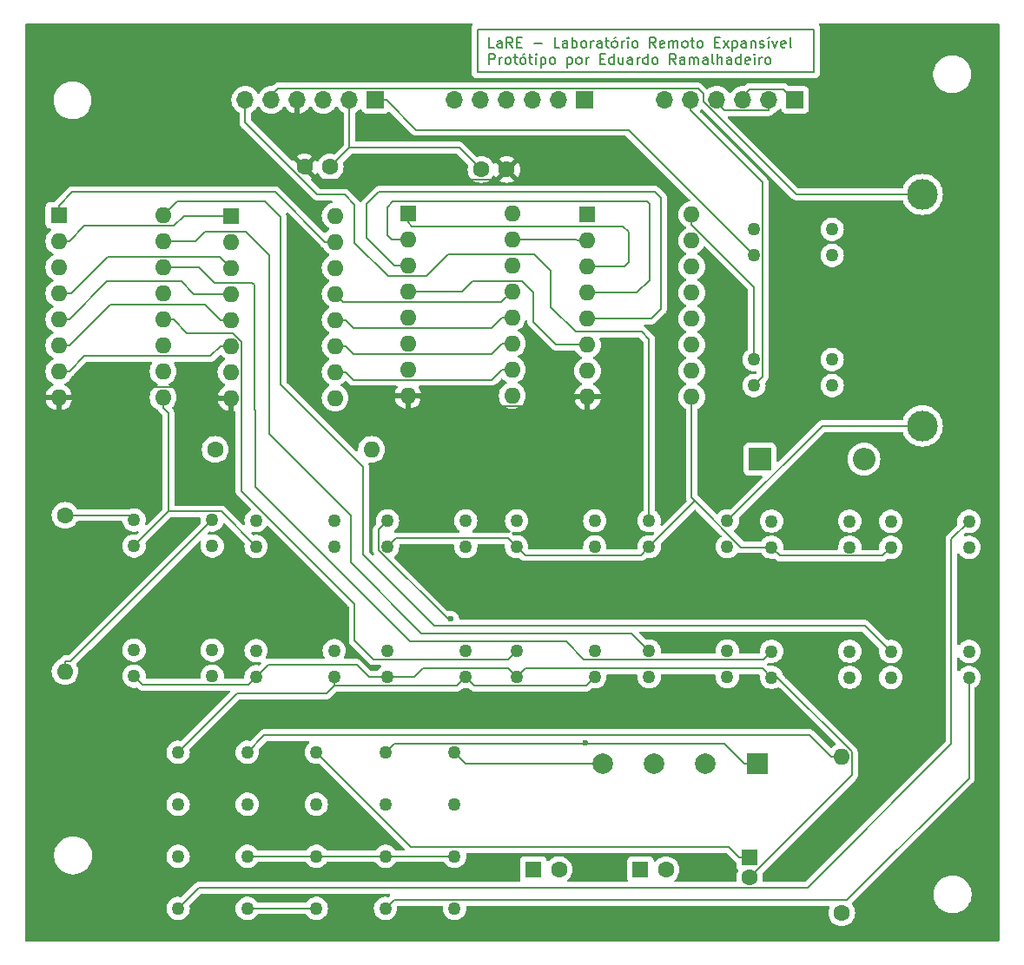
<source format=gbr>
%TF.GenerationSoftware,KiCad,Pcbnew,8.0.3*%
%TF.CreationDate,2024-06-12T06:48:37+01:00*%
%TF.ProjectId,meiaonda,6d656961-6f6e-4646-912e-6b696361645f,rev?*%
%TF.SameCoordinates,Original*%
%TF.FileFunction,Copper,L1,Top*%
%TF.FilePolarity,Positive*%
%FSLAX46Y46*%
G04 Gerber Fmt 4.6, Leading zero omitted, Abs format (unit mm)*
G04 Created by KiCad (PCBNEW 8.0.3) date 2024-06-12 06:48:37*
%MOMM*%
%LPD*%
G01*
G04 APERTURE LIST*
%ADD10C,0.200000*%
%TA.AperFunction,NonConductor*%
%ADD11C,0.200000*%
%TD*%
%TA.AperFunction,ComponentPad*%
%ADD12C,1.270000*%
%TD*%
%TA.AperFunction,ComponentPad*%
%ADD13C,1.600000*%
%TD*%
%TA.AperFunction,ComponentPad*%
%ADD14O,1.600000X1.600000*%
%TD*%
%TA.AperFunction,ComponentPad*%
%ADD15R,1.600000X1.600000*%
%TD*%
%TA.AperFunction,ComponentPad*%
%ADD16R,1.700000X1.700000*%
%TD*%
%TA.AperFunction,ComponentPad*%
%ADD17O,1.700000X1.700000*%
%TD*%
%TA.AperFunction,ComponentPad*%
%ADD18R,2.000000X2.000000*%
%TD*%
%TA.AperFunction,ComponentPad*%
%ADD19C,2.000000*%
%TD*%
%TA.AperFunction,ComponentPad*%
%ADD20C,3.000000*%
%TD*%
%TA.AperFunction,ComponentPad*%
%ADD21R,2.200000X2.200000*%
%TD*%
%TA.AperFunction,ComponentPad*%
%ADD22O,2.200000X2.200000*%
%TD*%
%TA.AperFunction,ViaPad*%
%ADD23C,0.600000*%
%TD*%
%TA.AperFunction,Conductor*%
%ADD24C,0.127000*%
%TD*%
G04 APERTURE END LIST*
D10*
D11*
X126560863Y-42744619D02*
X126084673Y-42744619D01*
X126084673Y-42744619D02*
X126084673Y-41744619D01*
X127322768Y-42744619D02*
X127322768Y-42220809D01*
X127322768Y-42220809D02*
X127275149Y-42125571D01*
X127275149Y-42125571D02*
X127179911Y-42077952D01*
X127179911Y-42077952D02*
X126989435Y-42077952D01*
X126989435Y-42077952D02*
X126894197Y-42125571D01*
X127322768Y-42697000D02*
X127227530Y-42744619D01*
X127227530Y-42744619D02*
X126989435Y-42744619D01*
X126989435Y-42744619D02*
X126894197Y-42697000D01*
X126894197Y-42697000D02*
X126846578Y-42601761D01*
X126846578Y-42601761D02*
X126846578Y-42506523D01*
X126846578Y-42506523D02*
X126894197Y-42411285D01*
X126894197Y-42411285D02*
X126989435Y-42363666D01*
X126989435Y-42363666D02*
X127227530Y-42363666D01*
X127227530Y-42363666D02*
X127322768Y-42316047D01*
X128370387Y-42744619D02*
X128037054Y-42268428D01*
X127798959Y-42744619D02*
X127798959Y-41744619D01*
X127798959Y-41744619D02*
X128179911Y-41744619D01*
X128179911Y-41744619D02*
X128275149Y-41792238D01*
X128275149Y-41792238D02*
X128322768Y-41839857D01*
X128322768Y-41839857D02*
X128370387Y-41935095D01*
X128370387Y-41935095D02*
X128370387Y-42077952D01*
X128370387Y-42077952D02*
X128322768Y-42173190D01*
X128322768Y-42173190D02*
X128275149Y-42220809D01*
X128275149Y-42220809D02*
X128179911Y-42268428D01*
X128179911Y-42268428D02*
X127798959Y-42268428D01*
X128798959Y-42220809D02*
X129132292Y-42220809D01*
X129275149Y-42744619D02*
X128798959Y-42744619D01*
X128798959Y-42744619D02*
X128798959Y-41744619D01*
X128798959Y-41744619D02*
X129275149Y-41744619D01*
X130465626Y-42363666D02*
X131227531Y-42363666D01*
X132941816Y-42744619D02*
X132465626Y-42744619D01*
X132465626Y-42744619D02*
X132465626Y-41744619D01*
X133703721Y-42744619D02*
X133703721Y-42220809D01*
X133703721Y-42220809D02*
X133656102Y-42125571D01*
X133656102Y-42125571D02*
X133560864Y-42077952D01*
X133560864Y-42077952D02*
X133370388Y-42077952D01*
X133370388Y-42077952D02*
X133275150Y-42125571D01*
X133703721Y-42697000D02*
X133608483Y-42744619D01*
X133608483Y-42744619D02*
X133370388Y-42744619D01*
X133370388Y-42744619D02*
X133275150Y-42697000D01*
X133275150Y-42697000D02*
X133227531Y-42601761D01*
X133227531Y-42601761D02*
X133227531Y-42506523D01*
X133227531Y-42506523D02*
X133275150Y-42411285D01*
X133275150Y-42411285D02*
X133370388Y-42363666D01*
X133370388Y-42363666D02*
X133608483Y-42363666D01*
X133608483Y-42363666D02*
X133703721Y-42316047D01*
X134179912Y-42744619D02*
X134179912Y-41744619D01*
X134179912Y-42125571D02*
X134275150Y-42077952D01*
X134275150Y-42077952D02*
X134465626Y-42077952D01*
X134465626Y-42077952D02*
X134560864Y-42125571D01*
X134560864Y-42125571D02*
X134608483Y-42173190D01*
X134608483Y-42173190D02*
X134656102Y-42268428D01*
X134656102Y-42268428D02*
X134656102Y-42554142D01*
X134656102Y-42554142D02*
X134608483Y-42649380D01*
X134608483Y-42649380D02*
X134560864Y-42697000D01*
X134560864Y-42697000D02*
X134465626Y-42744619D01*
X134465626Y-42744619D02*
X134275150Y-42744619D01*
X134275150Y-42744619D02*
X134179912Y-42697000D01*
X135227531Y-42744619D02*
X135132293Y-42697000D01*
X135132293Y-42697000D02*
X135084674Y-42649380D01*
X135084674Y-42649380D02*
X135037055Y-42554142D01*
X135037055Y-42554142D02*
X135037055Y-42268428D01*
X135037055Y-42268428D02*
X135084674Y-42173190D01*
X135084674Y-42173190D02*
X135132293Y-42125571D01*
X135132293Y-42125571D02*
X135227531Y-42077952D01*
X135227531Y-42077952D02*
X135370388Y-42077952D01*
X135370388Y-42077952D02*
X135465626Y-42125571D01*
X135465626Y-42125571D02*
X135513245Y-42173190D01*
X135513245Y-42173190D02*
X135560864Y-42268428D01*
X135560864Y-42268428D02*
X135560864Y-42554142D01*
X135560864Y-42554142D02*
X135513245Y-42649380D01*
X135513245Y-42649380D02*
X135465626Y-42697000D01*
X135465626Y-42697000D02*
X135370388Y-42744619D01*
X135370388Y-42744619D02*
X135227531Y-42744619D01*
X135989436Y-42744619D02*
X135989436Y-42077952D01*
X135989436Y-42268428D02*
X136037055Y-42173190D01*
X136037055Y-42173190D02*
X136084674Y-42125571D01*
X136084674Y-42125571D02*
X136179912Y-42077952D01*
X136179912Y-42077952D02*
X136275150Y-42077952D01*
X137037055Y-42744619D02*
X137037055Y-42220809D01*
X137037055Y-42220809D02*
X136989436Y-42125571D01*
X136989436Y-42125571D02*
X136894198Y-42077952D01*
X136894198Y-42077952D02*
X136703722Y-42077952D01*
X136703722Y-42077952D02*
X136608484Y-42125571D01*
X137037055Y-42697000D02*
X136941817Y-42744619D01*
X136941817Y-42744619D02*
X136703722Y-42744619D01*
X136703722Y-42744619D02*
X136608484Y-42697000D01*
X136608484Y-42697000D02*
X136560865Y-42601761D01*
X136560865Y-42601761D02*
X136560865Y-42506523D01*
X136560865Y-42506523D02*
X136608484Y-42411285D01*
X136608484Y-42411285D02*
X136703722Y-42363666D01*
X136703722Y-42363666D02*
X136941817Y-42363666D01*
X136941817Y-42363666D02*
X137037055Y-42316047D01*
X137370389Y-42077952D02*
X137751341Y-42077952D01*
X137513246Y-41744619D02*
X137513246Y-42601761D01*
X137513246Y-42601761D02*
X137560865Y-42697000D01*
X137560865Y-42697000D02*
X137656103Y-42744619D01*
X137656103Y-42744619D02*
X137751341Y-42744619D01*
X138227532Y-42744619D02*
X138132294Y-42697000D01*
X138132294Y-42697000D02*
X138084675Y-42649380D01*
X138084675Y-42649380D02*
X138037056Y-42554142D01*
X138037056Y-42554142D02*
X138037056Y-42268428D01*
X138037056Y-42268428D02*
X138084675Y-42173190D01*
X138084675Y-42173190D02*
X138132294Y-42125571D01*
X138132294Y-42125571D02*
X138227532Y-42077952D01*
X138227532Y-42077952D02*
X138370389Y-42077952D01*
X138370389Y-42077952D02*
X138465627Y-42125571D01*
X138465627Y-42125571D02*
X138513246Y-42173190D01*
X138513246Y-42173190D02*
X138560865Y-42268428D01*
X138560865Y-42268428D02*
X138560865Y-42554142D01*
X138560865Y-42554142D02*
X138513246Y-42649380D01*
X138513246Y-42649380D02*
X138465627Y-42697000D01*
X138465627Y-42697000D02*
X138370389Y-42744619D01*
X138370389Y-42744619D02*
X138227532Y-42744619D01*
X138418008Y-41697000D02*
X138275151Y-41839857D01*
X138989437Y-42744619D02*
X138989437Y-42077952D01*
X138989437Y-42268428D02*
X139037056Y-42173190D01*
X139037056Y-42173190D02*
X139084675Y-42125571D01*
X139084675Y-42125571D02*
X139179913Y-42077952D01*
X139179913Y-42077952D02*
X139275151Y-42077952D01*
X139608485Y-42744619D02*
X139608485Y-42077952D01*
X139608485Y-41744619D02*
X139560866Y-41792238D01*
X139560866Y-41792238D02*
X139608485Y-41839857D01*
X139608485Y-41839857D02*
X139656104Y-41792238D01*
X139656104Y-41792238D02*
X139608485Y-41744619D01*
X139608485Y-41744619D02*
X139608485Y-41839857D01*
X140227532Y-42744619D02*
X140132294Y-42697000D01*
X140132294Y-42697000D02*
X140084675Y-42649380D01*
X140084675Y-42649380D02*
X140037056Y-42554142D01*
X140037056Y-42554142D02*
X140037056Y-42268428D01*
X140037056Y-42268428D02*
X140084675Y-42173190D01*
X140084675Y-42173190D02*
X140132294Y-42125571D01*
X140132294Y-42125571D02*
X140227532Y-42077952D01*
X140227532Y-42077952D02*
X140370389Y-42077952D01*
X140370389Y-42077952D02*
X140465627Y-42125571D01*
X140465627Y-42125571D02*
X140513246Y-42173190D01*
X140513246Y-42173190D02*
X140560865Y-42268428D01*
X140560865Y-42268428D02*
X140560865Y-42554142D01*
X140560865Y-42554142D02*
X140513246Y-42649380D01*
X140513246Y-42649380D02*
X140465627Y-42697000D01*
X140465627Y-42697000D02*
X140370389Y-42744619D01*
X140370389Y-42744619D02*
X140227532Y-42744619D01*
X142322770Y-42744619D02*
X141989437Y-42268428D01*
X141751342Y-42744619D02*
X141751342Y-41744619D01*
X141751342Y-41744619D02*
X142132294Y-41744619D01*
X142132294Y-41744619D02*
X142227532Y-41792238D01*
X142227532Y-41792238D02*
X142275151Y-41839857D01*
X142275151Y-41839857D02*
X142322770Y-41935095D01*
X142322770Y-41935095D02*
X142322770Y-42077952D01*
X142322770Y-42077952D02*
X142275151Y-42173190D01*
X142275151Y-42173190D02*
X142227532Y-42220809D01*
X142227532Y-42220809D02*
X142132294Y-42268428D01*
X142132294Y-42268428D02*
X141751342Y-42268428D01*
X143132294Y-42697000D02*
X143037056Y-42744619D01*
X143037056Y-42744619D02*
X142846580Y-42744619D01*
X142846580Y-42744619D02*
X142751342Y-42697000D01*
X142751342Y-42697000D02*
X142703723Y-42601761D01*
X142703723Y-42601761D02*
X142703723Y-42220809D01*
X142703723Y-42220809D02*
X142751342Y-42125571D01*
X142751342Y-42125571D02*
X142846580Y-42077952D01*
X142846580Y-42077952D02*
X143037056Y-42077952D01*
X143037056Y-42077952D02*
X143132294Y-42125571D01*
X143132294Y-42125571D02*
X143179913Y-42220809D01*
X143179913Y-42220809D02*
X143179913Y-42316047D01*
X143179913Y-42316047D02*
X142703723Y-42411285D01*
X143608485Y-42744619D02*
X143608485Y-42077952D01*
X143608485Y-42173190D02*
X143656104Y-42125571D01*
X143656104Y-42125571D02*
X143751342Y-42077952D01*
X143751342Y-42077952D02*
X143894199Y-42077952D01*
X143894199Y-42077952D02*
X143989437Y-42125571D01*
X143989437Y-42125571D02*
X144037056Y-42220809D01*
X144037056Y-42220809D02*
X144037056Y-42744619D01*
X144037056Y-42220809D02*
X144084675Y-42125571D01*
X144084675Y-42125571D02*
X144179913Y-42077952D01*
X144179913Y-42077952D02*
X144322770Y-42077952D01*
X144322770Y-42077952D02*
X144418009Y-42125571D01*
X144418009Y-42125571D02*
X144465628Y-42220809D01*
X144465628Y-42220809D02*
X144465628Y-42744619D01*
X145084675Y-42744619D02*
X144989437Y-42697000D01*
X144989437Y-42697000D02*
X144941818Y-42649380D01*
X144941818Y-42649380D02*
X144894199Y-42554142D01*
X144894199Y-42554142D02*
X144894199Y-42268428D01*
X144894199Y-42268428D02*
X144941818Y-42173190D01*
X144941818Y-42173190D02*
X144989437Y-42125571D01*
X144989437Y-42125571D02*
X145084675Y-42077952D01*
X145084675Y-42077952D02*
X145227532Y-42077952D01*
X145227532Y-42077952D02*
X145322770Y-42125571D01*
X145322770Y-42125571D02*
X145370389Y-42173190D01*
X145370389Y-42173190D02*
X145418008Y-42268428D01*
X145418008Y-42268428D02*
X145418008Y-42554142D01*
X145418008Y-42554142D02*
X145370389Y-42649380D01*
X145370389Y-42649380D02*
X145322770Y-42697000D01*
X145322770Y-42697000D02*
X145227532Y-42744619D01*
X145227532Y-42744619D02*
X145084675Y-42744619D01*
X145703723Y-42077952D02*
X146084675Y-42077952D01*
X145846580Y-41744619D02*
X145846580Y-42601761D01*
X145846580Y-42601761D02*
X145894199Y-42697000D01*
X145894199Y-42697000D02*
X145989437Y-42744619D01*
X145989437Y-42744619D02*
X146084675Y-42744619D01*
X146560866Y-42744619D02*
X146465628Y-42697000D01*
X146465628Y-42697000D02*
X146418009Y-42649380D01*
X146418009Y-42649380D02*
X146370390Y-42554142D01*
X146370390Y-42554142D02*
X146370390Y-42268428D01*
X146370390Y-42268428D02*
X146418009Y-42173190D01*
X146418009Y-42173190D02*
X146465628Y-42125571D01*
X146465628Y-42125571D02*
X146560866Y-42077952D01*
X146560866Y-42077952D02*
X146703723Y-42077952D01*
X146703723Y-42077952D02*
X146798961Y-42125571D01*
X146798961Y-42125571D02*
X146846580Y-42173190D01*
X146846580Y-42173190D02*
X146894199Y-42268428D01*
X146894199Y-42268428D02*
X146894199Y-42554142D01*
X146894199Y-42554142D02*
X146846580Y-42649380D01*
X146846580Y-42649380D02*
X146798961Y-42697000D01*
X146798961Y-42697000D02*
X146703723Y-42744619D01*
X146703723Y-42744619D02*
X146560866Y-42744619D01*
X148084676Y-42220809D02*
X148418009Y-42220809D01*
X148560866Y-42744619D02*
X148084676Y-42744619D01*
X148084676Y-42744619D02*
X148084676Y-41744619D01*
X148084676Y-41744619D02*
X148560866Y-41744619D01*
X148894200Y-42744619D02*
X149418009Y-42077952D01*
X148894200Y-42077952D02*
X149418009Y-42744619D01*
X149798962Y-42077952D02*
X149798962Y-43077952D01*
X149798962Y-42125571D02*
X149894200Y-42077952D01*
X149894200Y-42077952D02*
X150084676Y-42077952D01*
X150084676Y-42077952D02*
X150179914Y-42125571D01*
X150179914Y-42125571D02*
X150227533Y-42173190D01*
X150227533Y-42173190D02*
X150275152Y-42268428D01*
X150275152Y-42268428D02*
X150275152Y-42554142D01*
X150275152Y-42554142D02*
X150227533Y-42649380D01*
X150227533Y-42649380D02*
X150179914Y-42697000D01*
X150179914Y-42697000D02*
X150084676Y-42744619D01*
X150084676Y-42744619D02*
X149894200Y-42744619D01*
X149894200Y-42744619D02*
X149798962Y-42697000D01*
X151132295Y-42744619D02*
X151132295Y-42220809D01*
X151132295Y-42220809D02*
X151084676Y-42125571D01*
X151084676Y-42125571D02*
X150989438Y-42077952D01*
X150989438Y-42077952D02*
X150798962Y-42077952D01*
X150798962Y-42077952D02*
X150703724Y-42125571D01*
X151132295Y-42697000D02*
X151037057Y-42744619D01*
X151037057Y-42744619D02*
X150798962Y-42744619D01*
X150798962Y-42744619D02*
X150703724Y-42697000D01*
X150703724Y-42697000D02*
X150656105Y-42601761D01*
X150656105Y-42601761D02*
X150656105Y-42506523D01*
X150656105Y-42506523D02*
X150703724Y-42411285D01*
X150703724Y-42411285D02*
X150798962Y-42363666D01*
X150798962Y-42363666D02*
X151037057Y-42363666D01*
X151037057Y-42363666D02*
X151132295Y-42316047D01*
X151608486Y-42077952D02*
X151608486Y-42744619D01*
X151608486Y-42173190D02*
X151656105Y-42125571D01*
X151656105Y-42125571D02*
X151751343Y-42077952D01*
X151751343Y-42077952D02*
X151894200Y-42077952D01*
X151894200Y-42077952D02*
X151989438Y-42125571D01*
X151989438Y-42125571D02*
X152037057Y-42220809D01*
X152037057Y-42220809D02*
X152037057Y-42744619D01*
X152465629Y-42697000D02*
X152560867Y-42744619D01*
X152560867Y-42744619D02*
X152751343Y-42744619D01*
X152751343Y-42744619D02*
X152846581Y-42697000D01*
X152846581Y-42697000D02*
X152894200Y-42601761D01*
X152894200Y-42601761D02*
X152894200Y-42554142D01*
X152894200Y-42554142D02*
X152846581Y-42458904D01*
X152846581Y-42458904D02*
X152751343Y-42411285D01*
X152751343Y-42411285D02*
X152608486Y-42411285D01*
X152608486Y-42411285D02*
X152513248Y-42363666D01*
X152513248Y-42363666D02*
X152465629Y-42268428D01*
X152465629Y-42268428D02*
X152465629Y-42220809D01*
X152465629Y-42220809D02*
X152513248Y-42125571D01*
X152513248Y-42125571D02*
X152608486Y-42077952D01*
X152608486Y-42077952D02*
X152751343Y-42077952D01*
X152751343Y-42077952D02*
X152846581Y-42125571D01*
X153322772Y-42744619D02*
X153322772Y-42077952D01*
X153418010Y-41697000D02*
X153275153Y-41839857D01*
X153703724Y-42077952D02*
X153941819Y-42744619D01*
X153941819Y-42744619D02*
X154179914Y-42077952D01*
X154941819Y-42697000D02*
X154846581Y-42744619D01*
X154846581Y-42744619D02*
X154656105Y-42744619D01*
X154656105Y-42744619D02*
X154560867Y-42697000D01*
X154560867Y-42697000D02*
X154513248Y-42601761D01*
X154513248Y-42601761D02*
X154513248Y-42220809D01*
X154513248Y-42220809D02*
X154560867Y-42125571D01*
X154560867Y-42125571D02*
X154656105Y-42077952D01*
X154656105Y-42077952D02*
X154846581Y-42077952D01*
X154846581Y-42077952D02*
X154941819Y-42125571D01*
X154941819Y-42125571D02*
X154989438Y-42220809D01*
X154989438Y-42220809D02*
X154989438Y-42316047D01*
X154989438Y-42316047D02*
X154513248Y-42411285D01*
X155560867Y-42744619D02*
X155465629Y-42697000D01*
X155465629Y-42697000D02*
X155418010Y-42601761D01*
X155418010Y-42601761D02*
X155418010Y-41744619D01*
X126084673Y-44354563D02*
X126084673Y-43354563D01*
X126084673Y-43354563D02*
X126465625Y-43354563D01*
X126465625Y-43354563D02*
X126560863Y-43402182D01*
X126560863Y-43402182D02*
X126608482Y-43449801D01*
X126608482Y-43449801D02*
X126656101Y-43545039D01*
X126656101Y-43545039D02*
X126656101Y-43687896D01*
X126656101Y-43687896D02*
X126608482Y-43783134D01*
X126608482Y-43783134D02*
X126560863Y-43830753D01*
X126560863Y-43830753D02*
X126465625Y-43878372D01*
X126465625Y-43878372D02*
X126084673Y-43878372D01*
X127084673Y-44354563D02*
X127084673Y-43687896D01*
X127084673Y-43878372D02*
X127132292Y-43783134D01*
X127132292Y-43783134D02*
X127179911Y-43735515D01*
X127179911Y-43735515D02*
X127275149Y-43687896D01*
X127275149Y-43687896D02*
X127370387Y-43687896D01*
X127846578Y-44354563D02*
X127751340Y-44306944D01*
X127751340Y-44306944D02*
X127703721Y-44259324D01*
X127703721Y-44259324D02*
X127656102Y-44164086D01*
X127656102Y-44164086D02*
X127656102Y-43878372D01*
X127656102Y-43878372D02*
X127703721Y-43783134D01*
X127703721Y-43783134D02*
X127751340Y-43735515D01*
X127751340Y-43735515D02*
X127846578Y-43687896D01*
X127846578Y-43687896D02*
X127989435Y-43687896D01*
X127989435Y-43687896D02*
X128084673Y-43735515D01*
X128084673Y-43735515D02*
X128132292Y-43783134D01*
X128132292Y-43783134D02*
X128179911Y-43878372D01*
X128179911Y-43878372D02*
X128179911Y-44164086D01*
X128179911Y-44164086D02*
X128132292Y-44259324D01*
X128132292Y-44259324D02*
X128084673Y-44306944D01*
X128084673Y-44306944D02*
X127989435Y-44354563D01*
X127989435Y-44354563D02*
X127846578Y-44354563D01*
X128465626Y-43687896D02*
X128846578Y-43687896D01*
X128608483Y-43354563D02*
X128608483Y-44211705D01*
X128608483Y-44211705D02*
X128656102Y-44306944D01*
X128656102Y-44306944D02*
X128751340Y-44354563D01*
X128751340Y-44354563D02*
X128846578Y-44354563D01*
X129322769Y-44354563D02*
X129227531Y-44306944D01*
X129227531Y-44306944D02*
X129179912Y-44259324D01*
X129179912Y-44259324D02*
X129132293Y-44164086D01*
X129132293Y-44164086D02*
X129132293Y-43878372D01*
X129132293Y-43878372D02*
X129179912Y-43783134D01*
X129179912Y-43783134D02*
X129227531Y-43735515D01*
X129227531Y-43735515D02*
X129322769Y-43687896D01*
X129322769Y-43687896D02*
X129465626Y-43687896D01*
X129465626Y-43687896D02*
X129560864Y-43735515D01*
X129560864Y-43735515D02*
X129608483Y-43783134D01*
X129608483Y-43783134D02*
X129656102Y-43878372D01*
X129656102Y-43878372D02*
X129656102Y-44164086D01*
X129656102Y-44164086D02*
X129608483Y-44259324D01*
X129608483Y-44259324D02*
X129560864Y-44306944D01*
X129560864Y-44306944D02*
X129465626Y-44354563D01*
X129465626Y-44354563D02*
X129322769Y-44354563D01*
X129513245Y-43306944D02*
X129370388Y-43449801D01*
X129941817Y-43687896D02*
X130322769Y-43687896D01*
X130084674Y-43354563D02*
X130084674Y-44211705D01*
X130084674Y-44211705D02*
X130132293Y-44306944D01*
X130132293Y-44306944D02*
X130227531Y-44354563D01*
X130227531Y-44354563D02*
X130322769Y-44354563D01*
X130656103Y-44354563D02*
X130656103Y-43687896D01*
X130656103Y-43354563D02*
X130608484Y-43402182D01*
X130608484Y-43402182D02*
X130656103Y-43449801D01*
X130656103Y-43449801D02*
X130703722Y-43402182D01*
X130703722Y-43402182D02*
X130656103Y-43354563D01*
X130656103Y-43354563D02*
X130656103Y-43449801D01*
X131132293Y-43687896D02*
X131132293Y-44687896D01*
X131132293Y-43735515D02*
X131227531Y-43687896D01*
X131227531Y-43687896D02*
X131418007Y-43687896D01*
X131418007Y-43687896D02*
X131513245Y-43735515D01*
X131513245Y-43735515D02*
X131560864Y-43783134D01*
X131560864Y-43783134D02*
X131608483Y-43878372D01*
X131608483Y-43878372D02*
X131608483Y-44164086D01*
X131608483Y-44164086D02*
X131560864Y-44259324D01*
X131560864Y-44259324D02*
X131513245Y-44306944D01*
X131513245Y-44306944D02*
X131418007Y-44354563D01*
X131418007Y-44354563D02*
X131227531Y-44354563D01*
X131227531Y-44354563D02*
X131132293Y-44306944D01*
X132179912Y-44354563D02*
X132084674Y-44306944D01*
X132084674Y-44306944D02*
X132037055Y-44259324D01*
X132037055Y-44259324D02*
X131989436Y-44164086D01*
X131989436Y-44164086D02*
X131989436Y-43878372D01*
X131989436Y-43878372D02*
X132037055Y-43783134D01*
X132037055Y-43783134D02*
X132084674Y-43735515D01*
X132084674Y-43735515D02*
X132179912Y-43687896D01*
X132179912Y-43687896D02*
X132322769Y-43687896D01*
X132322769Y-43687896D02*
X132418007Y-43735515D01*
X132418007Y-43735515D02*
X132465626Y-43783134D01*
X132465626Y-43783134D02*
X132513245Y-43878372D01*
X132513245Y-43878372D02*
X132513245Y-44164086D01*
X132513245Y-44164086D02*
X132465626Y-44259324D01*
X132465626Y-44259324D02*
X132418007Y-44306944D01*
X132418007Y-44306944D02*
X132322769Y-44354563D01*
X132322769Y-44354563D02*
X132179912Y-44354563D01*
X133703722Y-43687896D02*
X133703722Y-44687896D01*
X133703722Y-43735515D02*
X133798960Y-43687896D01*
X133798960Y-43687896D02*
X133989436Y-43687896D01*
X133989436Y-43687896D02*
X134084674Y-43735515D01*
X134084674Y-43735515D02*
X134132293Y-43783134D01*
X134132293Y-43783134D02*
X134179912Y-43878372D01*
X134179912Y-43878372D02*
X134179912Y-44164086D01*
X134179912Y-44164086D02*
X134132293Y-44259324D01*
X134132293Y-44259324D02*
X134084674Y-44306944D01*
X134084674Y-44306944D02*
X133989436Y-44354563D01*
X133989436Y-44354563D02*
X133798960Y-44354563D01*
X133798960Y-44354563D02*
X133703722Y-44306944D01*
X134751341Y-44354563D02*
X134656103Y-44306944D01*
X134656103Y-44306944D02*
X134608484Y-44259324D01*
X134608484Y-44259324D02*
X134560865Y-44164086D01*
X134560865Y-44164086D02*
X134560865Y-43878372D01*
X134560865Y-43878372D02*
X134608484Y-43783134D01*
X134608484Y-43783134D02*
X134656103Y-43735515D01*
X134656103Y-43735515D02*
X134751341Y-43687896D01*
X134751341Y-43687896D02*
X134894198Y-43687896D01*
X134894198Y-43687896D02*
X134989436Y-43735515D01*
X134989436Y-43735515D02*
X135037055Y-43783134D01*
X135037055Y-43783134D02*
X135084674Y-43878372D01*
X135084674Y-43878372D02*
X135084674Y-44164086D01*
X135084674Y-44164086D02*
X135037055Y-44259324D01*
X135037055Y-44259324D02*
X134989436Y-44306944D01*
X134989436Y-44306944D02*
X134894198Y-44354563D01*
X134894198Y-44354563D02*
X134751341Y-44354563D01*
X135513246Y-44354563D02*
X135513246Y-43687896D01*
X135513246Y-43878372D02*
X135560865Y-43783134D01*
X135560865Y-43783134D02*
X135608484Y-43735515D01*
X135608484Y-43735515D02*
X135703722Y-43687896D01*
X135703722Y-43687896D02*
X135798960Y-43687896D01*
X136894199Y-43830753D02*
X137227532Y-43830753D01*
X137370389Y-44354563D02*
X136894199Y-44354563D01*
X136894199Y-44354563D02*
X136894199Y-43354563D01*
X136894199Y-43354563D02*
X137370389Y-43354563D01*
X138227532Y-44354563D02*
X138227532Y-43354563D01*
X138227532Y-44306944D02*
X138132294Y-44354563D01*
X138132294Y-44354563D02*
X137941818Y-44354563D01*
X137941818Y-44354563D02*
X137846580Y-44306944D01*
X137846580Y-44306944D02*
X137798961Y-44259324D01*
X137798961Y-44259324D02*
X137751342Y-44164086D01*
X137751342Y-44164086D02*
X137751342Y-43878372D01*
X137751342Y-43878372D02*
X137798961Y-43783134D01*
X137798961Y-43783134D02*
X137846580Y-43735515D01*
X137846580Y-43735515D02*
X137941818Y-43687896D01*
X137941818Y-43687896D02*
X138132294Y-43687896D01*
X138132294Y-43687896D02*
X138227532Y-43735515D01*
X139132294Y-43687896D02*
X139132294Y-44354563D01*
X138703723Y-43687896D02*
X138703723Y-44211705D01*
X138703723Y-44211705D02*
X138751342Y-44306944D01*
X138751342Y-44306944D02*
X138846580Y-44354563D01*
X138846580Y-44354563D02*
X138989437Y-44354563D01*
X138989437Y-44354563D02*
X139084675Y-44306944D01*
X139084675Y-44306944D02*
X139132294Y-44259324D01*
X140037056Y-44354563D02*
X140037056Y-43830753D01*
X140037056Y-43830753D02*
X139989437Y-43735515D01*
X139989437Y-43735515D02*
X139894199Y-43687896D01*
X139894199Y-43687896D02*
X139703723Y-43687896D01*
X139703723Y-43687896D02*
X139608485Y-43735515D01*
X140037056Y-44306944D02*
X139941818Y-44354563D01*
X139941818Y-44354563D02*
X139703723Y-44354563D01*
X139703723Y-44354563D02*
X139608485Y-44306944D01*
X139608485Y-44306944D02*
X139560866Y-44211705D01*
X139560866Y-44211705D02*
X139560866Y-44116467D01*
X139560866Y-44116467D02*
X139608485Y-44021229D01*
X139608485Y-44021229D02*
X139703723Y-43973610D01*
X139703723Y-43973610D02*
X139941818Y-43973610D01*
X139941818Y-43973610D02*
X140037056Y-43925991D01*
X140513247Y-44354563D02*
X140513247Y-43687896D01*
X140513247Y-43878372D02*
X140560866Y-43783134D01*
X140560866Y-43783134D02*
X140608485Y-43735515D01*
X140608485Y-43735515D02*
X140703723Y-43687896D01*
X140703723Y-43687896D02*
X140798961Y-43687896D01*
X141560866Y-44354563D02*
X141560866Y-43354563D01*
X141560866Y-44306944D02*
X141465628Y-44354563D01*
X141465628Y-44354563D02*
X141275152Y-44354563D01*
X141275152Y-44354563D02*
X141179914Y-44306944D01*
X141179914Y-44306944D02*
X141132295Y-44259324D01*
X141132295Y-44259324D02*
X141084676Y-44164086D01*
X141084676Y-44164086D02*
X141084676Y-43878372D01*
X141084676Y-43878372D02*
X141132295Y-43783134D01*
X141132295Y-43783134D02*
X141179914Y-43735515D01*
X141179914Y-43735515D02*
X141275152Y-43687896D01*
X141275152Y-43687896D02*
X141465628Y-43687896D01*
X141465628Y-43687896D02*
X141560866Y-43735515D01*
X142179914Y-44354563D02*
X142084676Y-44306944D01*
X142084676Y-44306944D02*
X142037057Y-44259324D01*
X142037057Y-44259324D02*
X141989438Y-44164086D01*
X141989438Y-44164086D02*
X141989438Y-43878372D01*
X141989438Y-43878372D02*
X142037057Y-43783134D01*
X142037057Y-43783134D02*
X142084676Y-43735515D01*
X142084676Y-43735515D02*
X142179914Y-43687896D01*
X142179914Y-43687896D02*
X142322771Y-43687896D01*
X142322771Y-43687896D02*
X142418009Y-43735515D01*
X142418009Y-43735515D02*
X142465628Y-43783134D01*
X142465628Y-43783134D02*
X142513247Y-43878372D01*
X142513247Y-43878372D02*
X142513247Y-44164086D01*
X142513247Y-44164086D02*
X142465628Y-44259324D01*
X142465628Y-44259324D02*
X142418009Y-44306944D01*
X142418009Y-44306944D02*
X142322771Y-44354563D01*
X142322771Y-44354563D02*
X142179914Y-44354563D01*
X144275152Y-44354563D02*
X143941819Y-43878372D01*
X143703724Y-44354563D02*
X143703724Y-43354563D01*
X143703724Y-43354563D02*
X144084676Y-43354563D01*
X144084676Y-43354563D02*
X144179914Y-43402182D01*
X144179914Y-43402182D02*
X144227533Y-43449801D01*
X144227533Y-43449801D02*
X144275152Y-43545039D01*
X144275152Y-43545039D02*
X144275152Y-43687896D01*
X144275152Y-43687896D02*
X144227533Y-43783134D01*
X144227533Y-43783134D02*
X144179914Y-43830753D01*
X144179914Y-43830753D02*
X144084676Y-43878372D01*
X144084676Y-43878372D02*
X143703724Y-43878372D01*
X145132295Y-44354563D02*
X145132295Y-43830753D01*
X145132295Y-43830753D02*
X145084676Y-43735515D01*
X145084676Y-43735515D02*
X144989438Y-43687896D01*
X144989438Y-43687896D02*
X144798962Y-43687896D01*
X144798962Y-43687896D02*
X144703724Y-43735515D01*
X145132295Y-44306944D02*
X145037057Y-44354563D01*
X145037057Y-44354563D02*
X144798962Y-44354563D01*
X144798962Y-44354563D02*
X144703724Y-44306944D01*
X144703724Y-44306944D02*
X144656105Y-44211705D01*
X144656105Y-44211705D02*
X144656105Y-44116467D01*
X144656105Y-44116467D02*
X144703724Y-44021229D01*
X144703724Y-44021229D02*
X144798962Y-43973610D01*
X144798962Y-43973610D02*
X145037057Y-43973610D01*
X145037057Y-43973610D02*
X145132295Y-43925991D01*
X145608486Y-44354563D02*
X145608486Y-43687896D01*
X145608486Y-43783134D02*
X145656105Y-43735515D01*
X145656105Y-43735515D02*
X145751343Y-43687896D01*
X145751343Y-43687896D02*
X145894200Y-43687896D01*
X145894200Y-43687896D02*
X145989438Y-43735515D01*
X145989438Y-43735515D02*
X146037057Y-43830753D01*
X146037057Y-43830753D02*
X146037057Y-44354563D01*
X146037057Y-43830753D02*
X146084676Y-43735515D01*
X146084676Y-43735515D02*
X146179914Y-43687896D01*
X146179914Y-43687896D02*
X146322771Y-43687896D01*
X146322771Y-43687896D02*
X146418010Y-43735515D01*
X146418010Y-43735515D02*
X146465629Y-43830753D01*
X146465629Y-43830753D02*
X146465629Y-44354563D01*
X147370390Y-44354563D02*
X147370390Y-43830753D01*
X147370390Y-43830753D02*
X147322771Y-43735515D01*
X147322771Y-43735515D02*
X147227533Y-43687896D01*
X147227533Y-43687896D02*
X147037057Y-43687896D01*
X147037057Y-43687896D02*
X146941819Y-43735515D01*
X147370390Y-44306944D02*
X147275152Y-44354563D01*
X147275152Y-44354563D02*
X147037057Y-44354563D01*
X147037057Y-44354563D02*
X146941819Y-44306944D01*
X146941819Y-44306944D02*
X146894200Y-44211705D01*
X146894200Y-44211705D02*
X146894200Y-44116467D01*
X146894200Y-44116467D02*
X146941819Y-44021229D01*
X146941819Y-44021229D02*
X147037057Y-43973610D01*
X147037057Y-43973610D02*
X147275152Y-43973610D01*
X147275152Y-43973610D02*
X147370390Y-43925991D01*
X147989438Y-44354563D02*
X147894200Y-44306944D01*
X147894200Y-44306944D02*
X147846581Y-44211705D01*
X147846581Y-44211705D02*
X147846581Y-43354563D01*
X148370391Y-44354563D02*
X148370391Y-43354563D01*
X148798962Y-44354563D02*
X148798962Y-43830753D01*
X148798962Y-43830753D02*
X148751343Y-43735515D01*
X148751343Y-43735515D02*
X148656105Y-43687896D01*
X148656105Y-43687896D02*
X148513248Y-43687896D01*
X148513248Y-43687896D02*
X148418010Y-43735515D01*
X148418010Y-43735515D02*
X148370391Y-43783134D01*
X149703724Y-44354563D02*
X149703724Y-43830753D01*
X149703724Y-43830753D02*
X149656105Y-43735515D01*
X149656105Y-43735515D02*
X149560867Y-43687896D01*
X149560867Y-43687896D02*
X149370391Y-43687896D01*
X149370391Y-43687896D02*
X149275153Y-43735515D01*
X149703724Y-44306944D02*
X149608486Y-44354563D01*
X149608486Y-44354563D02*
X149370391Y-44354563D01*
X149370391Y-44354563D02*
X149275153Y-44306944D01*
X149275153Y-44306944D02*
X149227534Y-44211705D01*
X149227534Y-44211705D02*
X149227534Y-44116467D01*
X149227534Y-44116467D02*
X149275153Y-44021229D01*
X149275153Y-44021229D02*
X149370391Y-43973610D01*
X149370391Y-43973610D02*
X149608486Y-43973610D01*
X149608486Y-43973610D02*
X149703724Y-43925991D01*
X150608486Y-44354563D02*
X150608486Y-43354563D01*
X150608486Y-44306944D02*
X150513248Y-44354563D01*
X150513248Y-44354563D02*
X150322772Y-44354563D01*
X150322772Y-44354563D02*
X150227534Y-44306944D01*
X150227534Y-44306944D02*
X150179915Y-44259324D01*
X150179915Y-44259324D02*
X150132296Y-44164086D01*
X150132296Y-44164086D02*
X150132296Y-43878372D01*
X150132296Y-43878372D02*
X150179915Y-43783134D01*
X150179915Y-43783134D02*
X150227534Y-43735515D01*
X150227534Y-43735515D02*
X150322772Y-43687896D01*
X150322772Y-43687896D02*
X150513248Y-43687896D01*
X150513248Y-43687896D02*
X150608486Y-43735515D01*
X151465629Y-44306944D02*
X151370391Y-44354563D01*
X151370391Y-44354563D02*
X151179915Y-44354563D01*
X151179915Y-44354563D02*
X151084677Y-44306944D01*
X151084677Y-44306944D02*
X151037058Y-44211705D01*
X151037058Y-44211705D02*
X151037058Y-43830753D01*
X151037058Y-43830753D02*
X151084677Y-43735515D01*
X151084677Y-43735515D02*
X151179915Y-43687896D01*
X151179915Y-43687896D02*
X151370391Y-43687896D01*
X151370391Y-43687896D02*
X151465629Y-43735515D01*
X151465629Y-43735515D02*
X151513248Y-43830753D01*
X151513248Y-43830753D02*
X151513248Y-43925991D01*
X151513248Y-43925991D02*
X151037058Y-44021229D01*
X151941820Y-44354563D02*
X151941820Y-43687896D01*
X151941820Y-43354563D02*
X151894201Y-43402182D01*
X151894201Y-43402182D02*
X151941820Y-43449801D01*
X151941820Y-43449801D02*
X151989439Y-43402182D01*
X151989439Y-43402182D02*
X151941820Y-43354563D01*
X151941820Y-43354563D02*
X151941820Y-43449801D01*
X152418010Y-44354563D02*
X152418010Y-43687896D01*
X152418010Y-43878372D02*
X152465629Y-43783134D01*
X152465629Y-43783134D02*
X152513248Y-43735515D01*
X152513248Y-43735515D02*
X152608486Y-43687896D01*
X152608486Y-43687896D02*
X152703724Y-43687896D01*
X153179915Y-44354563D02*
X153084677Y-44306944D01*
X153084677Y-44306944D02*
X153037058Y-44259324D01*
X153037058Y-44259324D02*
X152989439Y-44164086D01*
X152989439Y-44164086D02*
X152989439Y-43878372D01*
X152989439Y-43878372D02*
X153037058Y-43783134D01*
X153037058Y-43783134D02*
X153084677Y-43735515D01*
X153084677Y-43735515D02*
X153179915Y-43687896D01*
X153179915Y-43687896D02*
X153322772Y-43687896D01*
X153322772Y-43687896D02*
X153418010Y-43735515D01*
X153418010Y-43735515D02*
X153465629Y-43783134D01*
X153465629Y-43783134D02*
X153513248Y-43878372D01*
X153513248Y-43878372D02*
X153513248Y-44164086D01*
X153513248Y-44164086D02*
X153465629Y-44259324D01*
X153465629Y-44259324D02*
X153418010Y-44306944D01*
X153418010Y-44306944D02*
X153322772Y-44354563D01*
X153322772Y-44354563D02*
X153179915Y-44354563D01*
X124965000Y-40957400D02*
X157755000Y-40957400D01*
X157755000Y-45130000D01*
X124965000Y-45130000D01*
X124965000Y-40957400D01*
D12*
%TO.P,K6,1,1*%
%TO.N,Net-(K6-Pad1)*%
X91460000Y-88820000D03*
%TO.P,K6,2,2*%
%TO.N,/12V*%
X91460000Y-91360000D03*
%TO.P,K6,6,6*%
%TO.N,/O_{16}*%
X91460000Y-101520000D03*
%TO.P,K6,7,7*%
%TO.N,/v_{out}+*%
X91460000Y-104060000D03*
%TO.P,K6,8,8*%
%TO.N,unconnected-(K6-Pad8)*%
X99080000Y-104060000D03*
%TO.P,K6,9,9*%
%TO.N,unconnected-(K6-Pad9)*%
X99080000Y-101520000D03*
%TO.P,K6,13,13*%
%TO.N,unconnected-(K6-Pad13)*%
X99080000Y-91360000D03*
%TO.P,K6,14,14*%
%TO.N,Net-(K6-Pad14)*%
X99080000Y-88820000D03*
%TD*%
%TO.P,K1,1,1*%
%TO.N,/CH_{1}+*%
X165230000Y-88950000D03*
%TO.P,K1,2,2*%
%TO.N,/12V*%
X165230000Y-91490000D03*
%TO.P,K1,6,6*%
%TO.N,/O_{11}*%
X165230000Y-101650000D03*
%TO.P,K1,7,7*%
%TO.N,/v_{in}*%
X165230000Y-104190000D03*
%TO.P,K1,8,8*%
%TO.N,/CH_{1}-*%
X172850000Y-104190000D03*
%TO.P,K1,9,9*%
%TO.N,unconnected-(K1-Pad9)*%
X172850000Y-101650000D03*
%TO.P,K1,13,13*%
%TO.N,unconnected-(K1-Pad13)*%
X172850000Y-91490000D03*
%TO.P,K1,14,14*%
%TO.N,Net-(K1-Pad14)*%
X172850000Y-88950000D03*
%TD*%
%TO.P,K5,1,1*%
%TO.N,Net-(D2-+)*%
X128760000Y-88900000D03*
%TO.P,K5,2,2*%
%TO.N,/12V*%
X128760000Y-91440000D03*
%TO.P,K5,6,6*%
%TO.N,/O_{15}*%
X128760000Y-101600000D03*
%TO.P,K5,7,7*%
%TO.N,/v_{out}+*%
X128760000Y-104140000D03*
%TO.P,K5,8,8*%
%TO.N,/v_{out}-*%
X136380000Y-104140000D03*
%TO.P,K5,9,9*%
%TO.N,unconnected-(K5-Pad9)*%
X136380000Y-101600000D03*
%TO.P,K5,13,13*%
%TO.N,unconnected-(K5-Pad13)*%
X136380000Y-91440000D03*
%TO.P,K5,14,14*%
%TO.N,Net-(D2--)*%
X136380000Y-88900000D03*
%TD*%
D13*
%TO.P,R2,1*%
%TO.N,Net-(K7-Pad1)*%
X99370000Y-81940000D03*
D14*
%TO.P,R2,2*%
%TO.N,Net-(K7-Pad14)*%
X114610000Y-81940000D03*
%TD*%
D15*
%TO.P,C6,1*%
%TO.N,Net-(C6-Pad1)*%
X151460000Y-121720000D03*
D13*
%TO.P,C6,2*%
%TO.N,/v_{out}+*%
X151460000Y-123720000D03*
%TD*%
D12*
%TO.P,K4,1,1*%
%TO.N,Net-(K1-Pad14)*%
X95758400Y-126720000D03*
%TO.P,K4,2,2*%
%TO.N,/12V*%
X95758400Y-121640000D03*
%TO.P,K4,3,3*%
%TO.N,/O_{14}*%
X95758400Y-116560000D03*
%TO.P,K4,4,4*%
%TO.N,/v_{out}-*%
X95758400Y-111480000D03*
%TD*%
%TO.P,K11,1,1*%
%TO.N,/v_{in}*%
X109239200Y-126720000D03*
%TO.P,K11,2,2*%
%TO.N,/12V*%
X109239200Y-121640000D03*
%TO.P,K11,3,3*%
%TO.N,/O_{24}*%
X109239200Y-116560000D03*
%TO.P,K11,4,4*%
%TO.N,Net-(C6-Pad1)*%
X109239200Y-111480000D03*
%TD*%
D15*
%TO.P,C1,1*%
%TO.N,Net-(C1-Pad1)*%
X140820000Y-122940000D03*
D13*
%TO.P,C1,2*%
%TO.N,Net-(C1-Pad2)*%
X143320000Y-122940000D03*
%TD*%
D16*
%TO.P,J3,1,Pin_1*%
%TO.N,/12V*%
X115010000Y-47850000D03*
D17*
%TO.P,J3,2,Pin_2*%
%TO.N,/5V*%
X112470000Y-47850000D03*
%TO.P,J3,3,Pin_3*%
%TO.N,/5V_{VB}*%
X109930000Y-47850000D03*
%TO.P,J3,4,Pin_4*%
%TO.N,GND*%
X107390000Y-47850000D03*
%TO.P,J3,5,Pin_5*%
%TO.N,/transf+*%
X104850000Y-47850000D03*
%TO.P,J3,6,Pin_6*%
%TO.N,/transf-*%
X102310000Y-47850000D03*
%TD*%
D13*
%TO.P,R3,1*%
%TO.N,/v_{out}+*%
X160450000Y-127160000D03*
D14*
%TO.P,R3,2*%
%TO.N,Net-(K10-Pad4)*%
X160450000Y-111920000D03*
%TD*%
D18*
%TO.P,D2,1,-*%
%TO.N,Net-(D2--)*%
X152190000Y-112570000D03*
D19*
%TO.P,D2,2*%
%TO.N,Net-(D2-Pad2)*%
X147190000Y-112570000D03*
%TO.P,D2,3*%
%TO.N,Net-(D2-Pad3)*%
X142190000Y-112570000D03*
%TO.P,D2,4,+*%
%TO.N,Net-(D2-+)*%
X137190000Y-112570000D03*
%TD*%
D16*
%TO.P,J4,1,Pin_1*%
%TO.N,/CH_{1}+*%
X155910000Y-47820000D03*
D17*
%TO.P,J4,2,Pin_2*%
%TO.N,/CH_{1}-*%
X153370000Y-47820000D03*
%TO.P,J4,3,Pin_3*%
%TO.N,/CH_{1}+*%
X150830000Y-47820000D03*
%TO.P,J4,4,Pin_4*%
%TO.N,/CH_{1}-*%
X148290000Y-47820000D03*
%TO.P,J4,5,Pin_5*%
%TO.N,/v_{out}+*%
X145750000Y-47820000D03*
%TO.P,J4,6,Pin_6*%
%TO.N,/v_{out}-*%
X143210000Y-47820000D03*
%TD*%
D13*
%TO.P,C3,1*%
%TO.N,/5V*%
X125290000Y-54630000D03*
%TO.P,C3,2*%
%TO.N,GND*%
X127790000Y-54630000D03*
%TD*%
D15*
%TO.P,U2,1,I1*%
%TO.N,/I_{11}*%
X84140000Y-59090000D03*
D14*
%TO.P,U2,2,I2*%
%TO.N,/I_{12}*%
X84140000Y-61630000D03*
%TO.P,U2,3,I3*%
%TO.N,/I_{13}*%
X84140000Y-64170000D03*
%TO.P,U2,4,I4*%
%TO.N,/I_{14}*%
X84140000Y-66710000D03*
%TO.P,U2,5,I5*%
%TO.N,/I_{15}*%
X84140000Y-69250000D03*
%TO.P,U2,6,I6*%
%TO.N,/I_{16}*%
X84140000Y-71790000D03*
%TO.P,U2,7,I7*%
%TO.N,/I_{17}*%
X84140000Y-74330000D03*
%TO.P,U2,8,GND*%
%TO.N,GND*%
X84140000Y-76870000D03*
%TO.P,U2,9,COM*%
%TO.N,/12V*%
X94300000Y-76870000D03*
%TO.P,U2,10,O7*%
%TO.N,/O_{17}*%
X94300000Y-74330000D03*
%TO.P,U2,11,O6*%
%TO.N,/O_{16}*%
X94300000Y-71790000D03*
%TO.P,U2,12,O5*%
%TO.N,/O_{15}*%
X94300000Y-69250000D03*
%TO.P,U2,13,O4*%
%TO.N,/O_{14}*%
X94300000Y-66710000D03*
%TO.P,U2,14,O3*%
%TO.N,/O_{13}*%
X94300000Y-64170000D03*
%TO.P,U2,15,O2*%
%TO.N,/O_{12}*%
X94300000Y-61630000D03*
%TO.P,U2,16,O1*%
%TO.N,/O_{11}*%
X94300000Y-59090000D03*
%TD*%
D15*
%TO.P,U4,1,I1*%
%TO.N,/I_{21}*%
X135670000Y-59030000D03*
D14*
%TO.P,U4,2,I2*%
%TO.N,/I_{22}*%
X135670000Y-61570000D03*
%TO.P,U4,3,I3*%
%TO.N,/I_{23}*%
X135670000Y-64110000D03*
%TO.P,U4,4,I4*%
%TO.N,/I_{24}*%
X135670000Y-66650000D03*
%TO.P,U4,5,I5*%
%TO.N,/I_{25}*%
X135670000Y-69190000D03*
%TO.P,U4,6,I6*%
%TO.N,/I_{26}*%
X135670000Y-71730000D03*
%TO.P,U4,7,I7*%
%TO.N,/I_{27}*%
X135670000Y-74270000D03*
%TO.P,U4,8,GND*%
%TO.N,GND*%
X135670000Y-76810000D03*
%TO.P,U4,9,COM*%
%TO.N,/12V*%
X145830000Y-76810000D03*
%TO.P,U4,10,O7*%
%TO.N,unconnected-(U4-O7-Pad10)*%
X145830000Y-74270000D03*
%TO.P,U4,11,O6*%
%TO.N,/O_{26}*%
X145830000Y-71730000D03*
%TO.P,U4,12,O5*%
%TO.N,/O_{25}*%
X145830000Y-69190000D03*
%TO.P,U4,13,O4*%
%TO.N,/O_{24}*%
X145830000Y-66650000D03*
%TO.P,U4,14,O3*%
%TO.N,/O_{23}*%
X145830000Y-64110000D03*
%TO.P,U4,15,O2*%
%TO.N,/O_{22}*%
X145830000Y-61570000D03*
%TO.P,U4,16,O1*%
%TO.N,/O_{21}*%
X145830000Y-59030000D03*
%TD*%
D20*
%TO.P,F1,1*%
%TO.N,/transf+*%
X168310000Y-57060000D03*
%TO.P,F1,2*%
%TO.N,Net-(F1-Pad2)*%
X168310000Y-79660000D03*
%TD*%
D12*
%TO.P,K9,1,1*%
%TO.N,Net-(C2-Pad1)*%
X116180000Y-88900000D03*
%TO.P,K9,2,2*%
%TO.N,/12V*%
X116180000Y-91440000D03*
%TO.P,K9,6,6*%
%TO.N,/O_{22}*%
X116180000Y-101600000D03*
%TO.P,K9,7,7*%
%TO.N,/v_{out}+*%
X116180000Y-104140000D03*
%TO.P,K9,8,8*%
%TO.N,/v_{out}-*%
X123800000Y-104140000D03*
%TO.P,K9,9,9*%
%TO.N,unconnected-(K9-Pad9)*%
X123800000Y-101600000D03*
%TO.P,K9,13,13*%
%TO.N,unconnected-(K9-Pad13)*%
X123800000Y-91440000D03*
%TO.P,K9,14,14*%
%TO.N,Net-(C2-Pad2)*%
X123800000Y-88900000D03*
%TD*%
D15*
%TO.P,U3,1,Q1*%
%TO.N,/I_{23}*%
X118170000Y-58910000D03*
D14*
%TO.P,U3,2,Q2*%
%TO.N,/I_{24}*%
X118170000Y-61450000D03*
%TO.P,U3,3,Q3*%
%TO.N,/I_{25}*%
X118170000Y-63990000D03*
%TO.P,U3,4,Q4*%
%TO.N,/I_{26}*%
X118170000Y-66530000D03*
%TO.P,U3,5,Q5*%
%TO.N,unconnected-(U3-Q5-Pad5)*%
X118170000Y-69070000D03*
%TO.P,U3,6,Q6*%
%TO.N,unconnected-(U3-Q6-Pad6)*%
X118170000Y-71610000D03*
%TO.P,U3,7,Q7*%
%TO.N,unconnected-(U3-Q7-Pad7)*%
X118170000Y-74150000D03*
%TO.P,U3,8,GND*%
%TO.N,GND*%
X118170000Y-76690000D03*
%TO.P,U3,9,Q7_2*%
%TO.N,unconnected-(U3-Q7_2-Pad9)*%
X128330000Y-76690000D03*
%TO.P,U3,10,~SRCLR*%
%TO.N,/~{SRCLR}_{filters}*%
X128330000Y-74150000D03*
%TO.P,U3,11,SRCLK*%
%TO.N,/SRCLK_{filters}*%
X128330000Y-71610000D03*
%TO.P,U3,12,RCLK*%
%TO.N,/RCLK_{filters}*%
X128330000Y-69070000D03*
%TO.P,U3,13,~OE*%
%TO.N,/~{OE}_{filters}*%
X128330000Y-66530000D03*
%TO.P,U3,14,SER*%
%TO.N,Net-(U1-Q7_2)*%
X128330000Y-63990000D03*
%TO.P,U3,15,Q0*%
%TO.N,/I_{22}*%
X128330000Y-61450000D03*
%TO.P,U3,16,VCC*%
%TO.N,/5V*%
X128330000Y-58910000D03*
%TD*%
D12*
%TO.P,K10,1,1*%
%TO.N,/v_{in}*%
X102498800Y-126720000D03*
%TO.P,K10,2,2*%
%TO.N,/12V*%
X102498800Y-121640000D03*
%TO.P,K10,3,3*%
%TO.N,/O_{23}*%
X102498800Y-116560000D03*
%TO.P,K10,4,4*%
%TO.N,Net-(K10-Pad4)*%
X102498800Y-111480000D03*
%TD*%
D13*
%TO.P,C4,1*%
%TO.N,/5V*%
X110580000Y-54390000D03*
%TO.P,C4,2*%
%TO.N,GND*%
X108080000Y-54390000D03*
%TD*%
D12*
%TO.P,K8,1,1*%
%TO.N,Net-(C1-Pad1)*%
X151900000Y-60470000D03*
%TO.P,K8,2,2*%
%TO.N,/12V*%
X151900000Y-63010000D03*
%TO.P,K8,6,6*%
%TO.N,/O_{21}*%
X151900000Y-73170000D03*
%TO.P,K8,7,7*%
%TO.N,/v_{out}+*%
X151900000Y-75710000D03*
%TO.P,K8,8,8*%
%TO.N,/v_{out}-*%
X159520000Y-75710000D03*
%TO.P,K8,9,9*%
%TO.N,unconnected-(K8-Pad9)*%
X159520000Y-73170000D03*
%TO.P,K8,13,13*%
%TO.N,unconnected-(K8-Pad13)*%
X159520000Y-63010000D03*
%TO.P,K8,14,14*%
%TO.N,Net-(C1-Pad2)*%
X159520000Y-60470000D03*
%TD*%
D15*
%TO.P,U1,1,Q1*%
%TO.N,/I_{12}*%
X100910000Y-59150000D03*
D14*
%TO.P,U1,2,Q2*%
%TO.N,/I_{13}*%
X100910000Y-61690000D03*
%TO.P,U1,3,Q3*%
%TO.N,/I_{14}*%
X100910000Y-64230000D03*
%TO.P,U1,4,Q4*%
%TO.N,/I_{15}*%
X100910000Y-66770000D03*
%TO.P,U1,5,Q5*%
%TO.N,/I_{16}*%
X100910000Y-69310000D03*
%TO.P,U1,6,Q6*%
%TO.N,/I_{17}*%
X100910000Y-71850000D03*
%TO.P,U1,7,Q7*%
%TO.N,/I_{21}*%
X100910000Y-74390000D03*
%TO.P,U1,8,GND*%
%TO.N,GND*%
X100910000Y-76930000D03*
%TO.P,U1,9,Q7_2*%
%TO.N,Net-(U1-Q7_2)*%
X111070000Y-76930000D03*
%TO.P,U1,10,~SRCLR*%
%TO.N,/~{SRCLR}_{filters}*%
X111070000Y-74390000D03*
%TO.P,U1,11,SRCLK*%
%TO.N,/SRCLK_{filters}*%
X111070000Y-71850000D03*
%TO.P,U1,12,RCLK*%
%TO.N,/RCLK_{filters}*%
X111070000Y-69310000D03*
%TO.P,U1,13,~OE*%
%TO.N,/~{OE}_{filters}*%
X111070000Y-66770000D03*
%TO.P,U1,14,SER*%
%TO.N,/SER_{filters}*%
X111070000Y-64230000D03*
%TO.P,U1,15,Q0*%
%TO.N,/I_{11}*%
X111070000Y-61690000D03*
%TO.P,U1,16,VCC*%
%TO.N,/5V*%
X111070000Y-59150000D03*
%TD*%
D15*
%TO.P,C2,1*%
%TO.N,Net-(C2-Pad1)*%
X130387621Y-122930000D03*
D13*
%TO.P,C2,2*%
%TO.N,Net-(C2-Pad2)*%
X132887621Y-122930000D03*
%TD*%
D12*
%TO.P,K7,1,1*%
%TO.N,Net-(K7-Pad1)*%
X103370000Y-88870000D03*
%TO.P,K7,2,2*%
%TO.N,/12V*%
X103370000Y-91410000D03*
%TO.P,K7,6,6*%
%TO.N,/O_{17}*%
X103370000Y-101570000D03*
%TO.P,K7,7,7*%
%TO.N,/v_{out}+*%
X103370000Y-104110000D03*
%TO.P,K7,8,8*%
%TO.N,/v_{out}-*%
X110990000Y-104110000D03*
%TO.P,K7,9,9*%
%TO.N,unconnected-(K7-Pad9)*%
X110990000Y-101570000D03*
%TO.P,K7,13,13*%
%TO.N,unconnected-(K7-Pad13)*%
X110990000Y-91410000D03*
%TO.P,K7,14,14*%
%TO.N,Net-(K7-Pad14)*%
X110990000Y-88870000D03*
%TD*%
D16*
%TO.P,J2,1,Pin_1*%
%TO.N,/SRCLK_{filters}*%
X135380000Y-47860000D03*
D17*
%TO.P,J2,2,Pin_2*%
%TO.N,/~{SRCLR}_{filters}*%
X132840000Y-47860000D03*
%TO.P,J2,3,Pin_3*%
%TO.N,/RCLK_{filters}*%
X130300000Y-47860000D03*
%TO.P,J2,4,Pin_4*%
%TO.N,/~{OE}_{filters}*%
X127760000Y-47860000D03*
%TO.P,J2,5,Pin_5*%
%TO.N,/SER_{filters}*%
X125220000Y-47860000D03*
%TO.P,J2,6,Pin_6*%
%TO.N,unconnected-(J2-Pin_6-Pad6)*%
X122680000Y-47860000D03*
%TD*%
D12*
%TO.P,K12,1,1*%
%TO.N,/CH_{1}-*%
X115979600Y-126720000D03*
%TO.P,K12,2,2*%
%TO.N,/12V*%
X115979600Y-121640000D03*
%TO.P,K12,3,3*%
%TO.N,/O_{25}*%
X115979600Y-116560000D03*
%TO.P,K12,4,4*%
%TO.N,Net-(D2--)*%
X115979600Y-111480000D03*
%TD*%
D13*
%TO.P,R1,1*%
%TO.N,Net-(K6-Pad1)*%
X84740000Y-88370000D03*
D14*
%TO.P,R1,2*%
%TO.N,Net-(K6-Pad14)*%
X84740000Y-103610000D03*
%TD*%
D12*
%TO.P,K13,1,1*%
%TO.N,/CH_{1}+*%
X122720000Y-126720000D03*
%TO.P,K13,2,2*%
%TO.N,/12V*%
X122720000Y-121640000D03*
%TO.P,K13,3,3*%
%TO.N,/O_{26}*%
X122720000Y-116560000D03*
%TO.P,K13,4,4*%
%TO.N,Net-(D2-+)*%
X122720000Y-111480000D03*
%TD*%
D21*
%TO.P,D1,1,K*%
%TO.N,Net-(D1-K)*%
X152460000Y-82880000D03*
D22*
%TO.P,D1,2,A*%
%TO.N,Net-(D1-A)*%
X162620000Y-82880000D03*
%TD*%
D12*
%TO.P,K2,1,1*%
%TO.N,/transf-*%
X141680000Y-88900000D03*
%TO.P,K2,2,2*%
%TO.N,/12V*%
X141680000Y-91440000D03*
%TO.P,K2,6,6*%
%TO.N,/O_{12}*%
X141680000Y-101600000D03*
%TO.P,K2,7,7*%
%TO.N,Net-(D2-Pad3)*%
X141680000Y-104140000D03*
%TO.P,K2,8,8*%
%TO.N,Net-(D2-Pad2)*%
X149300000Y-104140000D03*
%TO.P,K2,9,9*%
%TO.N,unconnected-(K2-Pad9)*%
X149300000Y-101600000D03*
%TO.P,K2,13,13*%
%TO.N,unconnected-(K2-Pad13)*%
X149300000Y-91440000D03*
%TO.P,K2,14,14*%
%TO.N,Net-(F1-Pad2)*%
X149300000Y-88900000D03*
%TD*%
%TO.P,K3,1,1*%
%TO.N,Net-(D1-K)*%
X153610000Y-88940000D03*
%TO.P,K3,2,2*%
%TO.N,/12V*%
X153610000Y-91480000D03*
%TO.P,K3,6,6*%
%TO.N,/O_{13}*%
X153610000Y-101640000D03*
%TO.P,K3,7,7*%
%TO.N,/v_{out}+*%
X153610000Y-104180000D03*
%TO.P,K3,8,8*%
%TO.N,/v_{in}*%
X161230000Y-104180000D03*
%TO.P,K3,9,9*%
%TO.N,unconnected-(K3-Pad9)*%
X161230000Y-101640000D03*
%TO.P,K3,13,13*%
%TO.N,unconnected-(K3-Pad13)*%
X161230000Y-91480000D03*
%TO.P,K3,14,14*%
%TO.N,Net-(D1-A)*%
X161230000Y-88940000D03*
%TD*%
D23*
%TO.N,Net-(C2-Pad1)*%
X122353600Y-98501700D03*
%TO.N,Net-(D2--)*%
X135423500Y-110585900D03*
%TD*%
D24*
%TO.N,Net-(C2-Pad1)*%
X122052500Y-98501700D02*
X115302300Y-91751500D01*
X115302300Y-89777700D02*
X116180000Y-88900000D01*
X115302300Y-91751500D02*
X115302300Y-89777700D01*
X122353600Y-98501700D02*
X122052500Y-98501700D01*
%TO.N,Net-(D2--)*%
X152190000Y-112570000D02*
X150997800Y-112570000D01*
X149046200Y-110618400D02*
X150997800Y-112570000D01*
X135423500Y-110618400D02*
X135423500Y-110585900D01*
X115979600Y-111480000D02*
X116841200Y-110618400D01*
X135423500Y-110618400D02*
X149046200Y-110618400D01*
X116841200Y-110618400D02*
X135423500Y-110618400D01*
%TO.N,Net-(D2-+)*%
X137190000Y-112570000D02*
X123810000Y-112570000D01*
X123810000Y-112570000D02*
X122720000Y-111480000D01*
%TO.N,/5V*%
X123160000Y-52500000D02*
X112470000Y-52500000D01*
X112470000Y-52500000D02*
X112470000Y-47850000D01*
X110580000Y-54390000D02*
X112470000Y-52500000D01*
X125290000Y-54630000D02*
X123160000Y-52500000D01*
%TO.N,Net-(K1-Pad14)*%
X95758400Y-126720000D02*
X97766200Y-124712200D01*
X171135700Y-90664300D02*
X172850000Y-88950000D01*
X97766200Y-124712200D02*
X157097800Y-124712200D01*
X157097800Y-124712200D02*
X171135700Y-110674300D01*
X171135700Y-110674300D02*
X171135700Y-90664300D01*
%TO.N,GND*%
X100910000Y-76930000D02*
X99917800Y-76930000D01*
X84140000Y-76870000D02*
X85132200Y-76870000D01*
X99917800Y-76930000D02*
X98833900Y-75846100D01*
X120177100Y-77704900D02*
X133782900Y-77704900D01*
X118170000Y-76690000D02*
X119162200Y-76690000D01*
X135670000Y-76810000D02*
X134677800Y-76810000D01*
X126789100Y-55630900D02*
X127790000Y-54630000D01*
X109320900Y-55630900D02*
X126789100Y-55630900D01*
X133782900Y-77704900D02*
X134677800Y-76810000D01*
X108080000Y-54390000D02*
X109320900Y-55630900D01*
X119162200Y-76690000D02*
X120177100Y-77704900D01*
X98833900Y-75846100D02*
X86156100Y-75846100D01*
X86156100Y-75846100D02*
X85132200Y-76870000D01*
%TO.N,Net-(K6-Pad14)*%
X84740000Y-103610000D02*
X84740000Y-102617800D01*
X85282200Y-102617800D02*
X99080000Y-88820000D01*
X84740000Y-102617800D02*
X85282200Y-102617800D01*
%TO.N,Net-(K6-Pad1)*%
X84740000Y-88370000D02*
X91010000Y-88370000D01*
X91010000Y-88370000D02*
X91460000Y-88820000D01*
%TO.N,/I_{15}*%
X97320000Y-66770000D02*
X96090000Y-65540000D01*
X96090000Y-65540000D02*
X88842200Y-65540000D01*
X85132200Y-69250000D02*
X84140000Y-69250000D01*
X88842200Y-65540000D02*
X85132200Y-69250000D01*
X100910000Y-66770000D02*
X97320000Y-66770000D01*
%TO.N,/I_{17}*%
X84140000Y-74330000D02*
X85132200Y-74330000D01*
X86620000Y-72842200D02*
X85132200Y-74330000D01*
X100910000Y-71850000D02*
X99917800Y-71850000D01*
X99917800Y-71850000D02*
X98925600Y-72842200D01*
X98925600Y-72842200D02*
X86620000Y-72842200D01*
%TO.N,/I_{16}*%
X99917800Y-69310000D02*
X98407800Y-67800000D01*
X85132200Y-71790000D02*
X84140000Y-71790000D01*
X100910000Y-69310000D02*
X99917800Y-69310000D01*
X98407800Y-67800000D02*
X89122200Y-67800000D01*
X89122200Y-67800000D02*
X85132200Y-71790000D01*
%TO.N,/I_{14}*%
X84140000Y-66710000D02*
X85360000Y-66710000D01*
X88890500Y-63179500D02*
X99859500Y-63179500D01*
X85360000Y-66710000D02*
X88890500Y-63179500D01*
X99859500Y-63179500D02*
X100910000Y-64230000D01*
%TO.N,/I_{11}*%
X84140000Y-58130000D02*
X84140000Y-59090000D01*
X111070000Y-61690000D02*
X110077800Y-61690000D01*
X105227800Y-56840000D02*
X85430000Y-56840000D01*
X110077800Y-61690000D02*
X105227800Y-56840000D01*
X85430000Y-56840000D02*
X84140000Y-58130000D01*
%TO.N,/I_{12}*%
X100910000Y-59150000D02*
X96320000Y-59150000D01*
X86620000Y-60142200D02*
X85132200Y-61630000D01*
X85132200Y-61630000D02*
X84140000Y-61630000D01*
X96320000Y-59150000D02*
X95327800Y-60142200D01*
X95327800Y-60142200D02*
X86620000Y-60142200D01*
%TO.N,/O_{15}*%
X127934500Y-102425500D02*
X128760000Y-101600000D01*
X101920000Y-71424000D02*
X101920000Y-85980000D01*
X112980000Y-97040000D02*
X112980000Y-100600000D01*
X114805500Y-102425500D02*
X127934500Y-102425500D01*
X101076000Y-70580000D02*
X101920000Y-71424000D01*
X112980000Y-100600000D02*
X114805500Y-102425500D01*
X96622200Y-70580000D02*
X101076000Y-70580000D01*
X95292200Y-69250000D02*
X96622200Y-70580000D01*
X101920000Y-85980000D02*
X112980000Y-97040000D01*
X94300000Y-69250000D02*
X95292200Y-69250000D01*
%TO.N,/O_{11}*%
X162709400Y-99129400D02*
X120749400Y-99129400D01*
X165230000Y-101650000D02*
X162709400Y-99129400D01*
X113800000Y-83610000D02*
X105780000Y-75590000D01*
X94320000Y-59090000D02*
X94300000Y-59090000D01*
X120749400Y-99129400D02*
X113800000Y-92180000D01*
X105780000Y-59300000D02*
X104240000Y-57760000D01*
X104240000Y-57760000D02*
X95650000Y-57760000D01*
X113800000Y-92180000D02*
X113800000Y-83610000D01*
X105780000Y-75590000D02*
X105780000Y-59300000D01*
X95650000Y-57760000D02*
X94320000Y-59090000D01*
%TO.N,/O_{13}*%
X135315400Y-102428300D02*
X152821700Y-102428300D01*
X97820000Y-64170000D02*
X99310000Y-65660000D01*
X103210000Y-65900000D02*
X103210000Y-78095700D01*
X94300000Y-64170000D02*
X97820000Y-64170000D01*
X103250000Y-85570000D02*
X118360000Y-100680000D01*
X118360000Y-100680000D02*
X133567100Y-100680000D01*
X99310000Y-65660000D02*
X102970000Y-65660000D01*
X102970000Y-65660000D02*
X103210000Y-65900000D01*
X133567100Y-100680000D02*
X135315400Y-102428300D01*
X152821700Y-102428300D02*
X153610000Y-101640000D01*
X103210000Y-78095700D02*
X103250000Y-78135700D01*
X103250000Y-78135700D02*
X103250000Y-85570000D01*
%TO.N,Net-(C6-Pad1)*%
X151460000Y-121720000D02*
X150467800Y-121720000D01*
X118487000Y-120727800D02*
X149475600Y-120727800D01*
X109239200Y-111480000D02*
X118487000Y-120727800D01*
X149475600Y-120727800D02*
X150467800Y-121720000D01*
%TO.N,/O_{12}*%
X104620000Y-63000000D02*
X104620000Y-80400000D01*
X119500000Y-99870000D02*
X139950000Y-99870000D01*
X104620000Y-80400000D02*
X112580000Y-88360000D01*
X112580000Y-88360000D02*
X112580000Y-92950000D01*
X102319500Y-60699500D02*
X104620000Y-63000000D01*
X97470000Y-61630000D02*
X98400500Y-60699500D01*
X112580000Y-92950000D02*
X119500000Y-99870000D01*
X98400500Y-60699500D02*
X102319500Y-60699500D01*
X94300000Y-61630000D02*
X97470000Y-61630000D01*
X139950000Y-99870000D02*
X141680000Y-101600000D01*
%TO.N,/I_{22}*%
X128330000Y-61450000D02*
X134557800Y-61450000D01*
X135670000Y-61570000D02*
X134677800Y-61570000D01*
X134557800Y-61450000D02*
X134677800Y-61570000D01*
%TO.N,/I_{23}*%
X139670000Y-63700000D02*
X139670000Y-60720000D01*
X139110000Y-60160000D02*
X118540000Y-60160000D01*
X118540000Y-60160000D02*
X118170000Y-59790000D01*
X139260000Y-64110000D02*
X139670000Y-63700000D01*
X139670000Y-60720000D02*
X139110000Y-60160000D01*
X118170000Y-59790000D02*
X118170000Y-58910000D01*
X135670000Y-64110000D02*
X139260000Y-64110000D01*
%TO.N,/I_{25}*%
X115350000Y-56800000D02*
X142250000Y-56800000D01*
X114160000Y-61300000D02*
X114160000Y-57990000D01*
X114160000Y-57990000D02*
X115350000Y-56800000D01*
X142250000Y-56800000D02*
X142870000Y-57420000D01*
X142870000Y-68200000D02*
X141880000Y-69190000D01*
X142870000Y-57420000D02*
X142870000Y-68200000D01*
X141880000Y-69190000D02*
X135670000Y-69190000D01*
X118170000Y-63990000D02*
X116850000Y-63990000D01*
X116850000Y-63990000D02*
X114160000Y-61300000D01*
%TO.N,/I_{24}*%
X116570000Y-61450000D02*
X116120000Y-61000000D01*
X141740000Y-65410000D02*
X140500000Y-66650000D01*
X141470000Y-57760000D02*
X141740000Y-58030000D01*
X116120000Y-58340000D02*
X116700000Y-57760000D01*
X140500000Y-66650000D02*
X135670000Y-66650000D01*
X116120000Y-61000000D02*
X116120000Y-58340000D01*
X118170000Y-61450000D02*
X116570000Y-61450000D01*
X116700000Y-57760000D02*
X141470000Y-57760000D01*
X141740000Y-58030000D02*
X141740000Y-65410000D01*
%TO.N,/I_{26}*%
X123430000Y-66530000D02*
X124430000Y-65530000D01*
X132610000Y-71730000D02*
X135670000Y-71730000D01*
X124430000Y-65530000D02*
X129260000Y-65530000D01*
X130390000Y-66660000D02*
X130390000Y-69510000D01*
X118170000Y-66530000D02*
X123430000Y-66530000D01*
X130390000Y-69510000D02*
X132610000Y-71730000D01*
X129260000Y-65530000D02*
X130390000Y-66660000D01*
%TO.N,/O_{21}*%
X145830000Y-60022200D02*
X151900000Y-66092200D01*
X145830000Y-59030000D02*
X145830000Y-60022200D01*
X151900000Y-66092200D02*
X151900000Y-73170000D01*
%TO.N,/~{OE}_{filters}*%
X111070000Y-66770000D02*
X111869999Y-67569999D01*
X111869999Y-67569999D02*
X127290001Y-67569999D01*
X127290001Y-67569999D02*
X128330000Y-66530000D01*
%TO.N,/~{SRCLR}_{filters}*%
X111070000Y-74390000D02*
X112062200Y-74390000D01*
X128330000Y-74150000D02*
X127337800Y-74150000D01*
X112823900Y-75151700D02*
X112062200Y-74390000D01*
X126336100Y-75151700D02*
X112823900Y-75151700D01*
X127337800Y-74150000D02*
X126336100Y-75151700D01*
%TO.N,Net-(K10-Pad4)*%
X157337800Y-109800000D02*
X159457800Y-111920000D01*
X102498800Y-111480000D02*
X104178800Y-109800000D01*
X104178800Y-109800000D02*
X157337800Y-109800000D01*
X159457800Y-111920000D02*
X160450000Y-111920000D01*
%TO.N,/RCLK_{filters}*%
X111070000Y-69310000D02*
X112062200Y-69310000D01*
X126325400Y-70082400D02*
X112834600Y-70082400D01*
X112834600Y-70082400D02*
X112062200Y-69310000D01*
X128330000Y-69070000D02*
X127337800Y-69070000D01*
X127337800Y-69070000D02*
X126325400Y-70082400D01*
%TO.N,/SRCLK_{filters}*%
X126325400Y-72622400D02*
X112834600Y-72622400D01*
X128330000Y-71610000D02*
X127337800Y-71610000D01*
X111070000Y-71850000D02*
X112062200Y-71850000D01*
X112834600Y-72622400D02*
X112062200Y-71850000D01*
X127337800Y-71610000D02*
X126325400Y-72622400D01*
%TO.N,/12V*%
X103370000Y-91410000D02*
X99952800Y-87992800D01*
X139659700Y-50769700D02*
X118971900Y-50769700D01*
X145830000Y-76810000D02*
X145830000Y-86649200D01*
X164409000Y-92311000D02*
X165230000Y-91490000D01*
X118971900Y-50769700D02*
X116052200Y-47850000D01*
X140852800Y-92267200D02*
X129587200Y-92267200D01*
X146150400Y-86969600D02*
X141680000Y-91440000D01*
X99952800Y-87992800D02*
X94827200Y-87992800D01*
X127930500Y-90610500D02*
X128760000Y-91440000D01*
X109239200Y-121640000D02*
X102498800Y-121640000D01*
X145830000Y-86649200D02*
X146150400Y-86969600D01*
X94827200Y-87992800D02*
X91460000Y-91360000D01*
X94827200Y-78389400D02*
X94300000Y-77862200D01*
X154441000Y-92311000D02*
X164409000Y-92311000D01*
X116180000Y-91440000D02*
X117009500Y-90610500D01*
X94827200Y-87992800D02*
X94827200Y-78389400D01*
X151900000Y-63010000D02*
X139659700Y-50769700D01*
X146150400Y-86969600D02*
X150660800Y-91480000D01*
X141680000Y-91440000D02*
X140852800Y-92267200D01*
X122720000Y-121640000D02*
X115979600Y-121640000D01*
X153610000Y-91480000D02*
X154441000Y-92311000D01*
X150660800Y-91480000D02*
X153610000Y-91480000D01*
X115979600Y-121640000D02*
X109239200Y-121640000D01*
X115010000Y-47850000D02*
X116052200Y-47850000D01*
X117009500Y-90610500D02*
X127930500Y-90610500D01*
X129587200Y-92267200D02*
X128760000Y-91440000D01*
X94300000Y-76870000D02*
X94300000Y-77862200D01*
%TO.N,/transf-*%
X141680000Y-88900000D02*
X141680000Y-71210000D01*
X130480000Y-62900000D02*
X122060000Y-62900000D01*
X112979000Y-58069000D02*
X111998700Y-57088700D01*
X132100000Y-64520000D02*
X130480000Y-62900000D01*
X122060000Y-62900000D02*
X119950000Y-65010000D01*
X109336900Y-57088700D02*
X102310000Y-50061800D01*
X119950000Y-65010000D02*
X116220000Y-65010000D01*
X140930000Y-70460000D02*
X134530000Y-70460000D01*
X111998700Y-57088700D02*
X109336900Y-57088700D01*
X116220000Y-65010000D02*
X112979000Y-61769000D01*
X112979000Y-61769000D02*
X112979000Y-58069000D01*
X102310000Y-50061800D02*
X102310000Y-47850000D01*
X132100000Y-68030000D02*
X132100000Y-64520000D01*
X134530000Y-70460000D02*
X132100000Y-68030000D01*
X141680000Y-71210000D02*
X140930000Y-70460000D01*
%TO.N,/transf+*%
X146453900Y-46733900D02*
X146950000Y-47230000D01*
X105476100Y-46733900D02*
X146453900Y-46733900D01*
X155996400Y-57060000D02*
X168310000Y-57060000D01*
X146950000Y-47230000D02*
X146950000Y-48013600D01*
X104850000Y-47850000D02*
X104850000Y-47360000D01*
X104850000Y-47360000D02*
X105476100Y-46733900D01*
X146950000Y-48013600D02*
X155996400Y-57060000D01*
%TO.N,/v_{out}+*%
X119627700Y-103312300D02*
X118800000Y-104140000D01*
X127932300Y-103312300D02*
X119627700Y-103312300D01*
X145750000Y-47820000D02*
X145750000Y-48862200D01*
X104540000Y-102940000D02*
X103370000Y-104110000D01*
X152742600Y-74867400D02*
X152742600Y-55854800D01*
X113190000Y-102940000D02*
X104540000Y-102940000D01*
X161457500Y-111456800D02*
X161457500Y-113722500D01*
X161457500Y-113722500D02*
X151460000Y-123720000D01*
X129587300Y-103312700D02*
X152742700Y-103312700D01*
X128760000Y-104140000D02*
X127932300Y-103312300D01*
X153610000Y-104180000D02*
X154180700Y-104180000D01*
X92289000Y-104889000D02*
X91460000Y-104060000D01*
X114390000Y-104140000D02*
X113190000Y-102940000D01*
X128760000Y-104140000D02*
X129587300Y-103312700D01*
X116180000Y-104140000D02*
X114390000Y-104140000D01*
X152742600Y-55854800D02*
X145750000Y-48862200D01*
X102591000Y-104889000D02*
X92289000Y-104889000D01*
X151900000Y-75710000D02*
X152742600Y-74867400D01*
X154180700Y-104180000D02*
X161457500Y-111456800D01*
X152742700Y-103312700D02*
X153610000Y-104180000D01*
X118800000Y-104140000D02*
X116180000Y-104140000D01*
X103370000Y-104110000D02*
X102591000Y-104889000D01*
%TO.N,/v_{out}-*%
X95758400Y-111480000D02*
X101485900Y-105752500D01*
X123800000Y-104140000D02*
X124635000Y-104975000D01*
X135545000Y-104975000D02*
X136380000Y-104140000D01*
X110234100Y-105752500D02*
X110990000Y-104996600D01*
X110990000Y-104996600D02*
X122943400Y-104996600D01*
X101485900Y-105752500D02*
X110234100Y-105752500D01*
X122943400Y-104996600D02*
X123800000Y-104140000D01*
X124635000Y-104975000D02*
X135545000Y-104975000D01*
X110990000Y-104996600D02*
X110990000Y-104110000D01*
%TO.N,/v_{in}*%
X102498800Y-126720000D02*
X109239200Y-126720000D01*
%TO.N,/CH_{1}+*%
X151492200Y-46777800D02*
X154737800Y-46777800D01*
X155780000Y-47820000D02*
X155910000Y-47820000D01*
X150830000Y-47440000D02*
X151492200Y-46777800D01*
X154737800Y-46777800D02*
X155780000Y-47820000D01*
X150830000Y-47820000D02*
X150830000Y-47440000D01*
%TO.N,/CH_{1}-*%
X148290000Y-48110000D02*
X148290000Y-47820000D01*
X149046700Y-48866700D02*
X148290000Y-48110000D01*
X116806800Y-125892800D02*
X160967200Y-125892800D01*
X160967200Y-125892800D02*
X172850000Y-114010000D01*
X153370000Y-48790000D02*
X153293300Y-48866700D01*
X153370000Y-47820000D02*
X153370000Y-48790000D01*
X172850000Y-114010000D02*
X172850000Y-104190000D01*
X115979600Y-126720000D02*
X116806800Y-125892800D01*
X153293300Y-48866700D02*
X149046700Y-48866700D01*
%TO.N,Net-(F1-Pad2)*%
X149300000Y-88900000D02*
X158540000Y-79660000D01*
X158540000Y-79660000D02*
X168310000Y-79660000D01*
%TD*%
%TA.AperFunction,Conductor*%
%TO.N,GND*%
G36*
X106468230Y-58878096D02*
G01*
X106470342Y-58880158D01*
X109622146Y-62031962D01*
X109622156Y-62031973D01*
X109626486Y-62036303D01*
X109626487Y-62036304D01*
X109731496Y-62141313D01*
X109822751Y-62193999D01*
X109853650Y-62211839D01*
X109901866Y-62262406D01*
X109904032Y-62266820D01*
X109939431Y-62342733D01*
X110069954Y-62529141D01*
X110230858Y-62690045D01*
X110262031Y-62711872D01*
X110417266Y-62820568D01*
X110475275Y-62847618D01*
X110527714Y-62893791D01*
X110546866Y-62960984D01*
X110526650Y-63027865D01*
X110475275Y-63072382D01*
X110417267Y-63099431D01*
X110417265Y-63099432D01*
X110230858Y-63229954D01*
X110069954Y-63390858D01*
X109939432Y-63577265D01*
X109939431Y-63577267D01*
X109843261Y-63783502D01*
X109843258Y-63783511D01*
X109784366Y-64003302D01*
X109784364Y-64003313D01*
X109764532Y-64229998D01*
X109764532Y-64230001D01*
X109784364Y-64456686D01*
X109784366Y-64456697D01*
X109843258Y-64676488D01*
X109843261Y-64676497D01*
X109939431Y-64882732D01*
X109939432Y-64882734D01*
X110069954Y-65069141D01*
X110230858Y-65230045D01*
X110277693Y-65262839D01*
X110417266Y-65360568D01*
X110473126Y-65386616D01*
X110475275Y-65387618D01*
X110527714Y-65433791D01*
X110546866Y-65500984D01*
X110526650Y-65567865D01*
X110475275Y-65612381D01*
X110458272Y-65620310D01*
X110417267Y-65639431D01*
X110417265Y-65639432D01*
X110230858Y-65769954D01*
X110069954Y-65930858D01*
X109939432Y-66117265D01*
X109939431Y-66117267D01*
X109843261Y-66323502D01*
X109843258Y-66323511D01*
X109784366Y-66543302D01*
X109784364Y-66543313D01*
X109764532Y-66769998D01*
X109764532Y-66770001D01*
X109784364Y-66996686D01*
X109784366Y-66996697D01*
X109843258Y-67216488D01*
X109843261Y-67216497D01*
X109939431Y-67422732D01*
X109939432Y-67422734D01*
X110069954Y-67609141D01*
X110230858Y-67770045D01*
X110268474Y-67796384D01*
X110417266Y-67900568D01*
X110475275Y-67927618D01*
X110527714Y-67973791D01*
X110546866Y-68040984D01*
X110526650Y-68107865D01*
X110475275Y-68152381D01*
X110461657Y-68158732D01*
X110417267Y-68179431D01*
X110417265Y-68179432D01*
X110230858Y-68309954D01*
X110069954Y-68470858D01*
X109939432Y-68657265D01*
X109939431Y-68657267D01*
X109843261Y-68863502D01*
X109843258Y-68863511D01*
X109784366Y-69083302D01*
X109784364Y-69083313D01*
X109764532Y-69309998D01*
X109764532Y-69310001D01*
X109784364Y-69536686D01*
X109784366Y-69536697D01*
X109843258Y-69756488D01*
X109843261Y-69756497D01*
X109939431Y-69962732D01*
X109939432Y-69962734D01*
X110069954Y-70149141D01*
X110230858Y-70310045D01*
X110272235Y-70339017D01*
X110417266Y-70440568D01*
X110475275Y-70467618D01*
X110527714Y-70513791D01*
X110546866Y-70580984D01*
X110526650Y-70647865D01*
X110475275Y-70692382D01*
X110417267Y-70719431D01*
X110417265Y-70719432D01*
X110230858Y-70849954D01*
X110069954Y-71010858D01*
X109939432Y-71197265D01*
X109939431Y-71197267D01*
X109843261Y-71403502D01*
X109843258Y-71403511D01*
X109784366Y-71623302D01*
X109784364Y-71623313D01*
X109764532Y-71849998D01*
X109764532Y-71850001D01*
X109784364Y-72076686D01*
X109784366Y-72076697D01*
X109843258Y-72296488D01*
X109843261Y-72296497D01*
X109939431Y-72502732D01*
X109939432Y-72502734D01*
X110069954Y-72689141D01*
X110230858Y-72850045D01*
X110272235Y-72879017D01*
X110417266Y-72980568D01*
X110475275Y-73007618D01*
X110527714Y-73053791D01*
X110546866Y-73120984D01*
X110526650Y-73187865D01*
X110475275Y-73232382D01*
X110417267Y-73259431D01*
X110417265Y-73259432D01*
X110230858Y-73389954D01*
X110069954Y-73550858D01*
X109939432Y-73737265D01*
X109939431Y-73737267D01*
X109843261Y-73943502D01*
X109843258Y-73943511D01*
X109784366Y-74163302D01*
X109784364Y-74163313D01*
X109764532Y-74389998D01*
X109764532Y-74390001D01*
X109784364Y-74616686D01*
X109784366Y-74616697D01*
X109843258Y-74836488D01*
X109843261Y-74836497D01*
X109939431Y-75042732D01*
X109939432Y-75042734D01*
X110069954Y-75229141D01*
X110230858Y-75390045D01*
X110262031Y-75411872D01*
X110417266Y-75520568D01*
X110461636Y-75541258D01*
X110475275Y-75547618D01*
X110527714Y-75593791D01*
X110546866Y-75660984D01*
X110526650Y-75727865D01*
X110475275Y-75772382D01*
X110417267Y-75799431D01*
X110417265Y-75799432D01*
X110230858Y-75929954D01*
X110069954Y-76090858D01*
X109939432Y-76277265D01*
X109939431Y-76277267D01*
X109843261Y-76483502D01*
X109843258Y-76483511D01*
X109784366Y-76703302D01*
X109784364Y-76703313D01*
X109764532Y-76929998D01*
X109764532Y-76930001D01*
X109784364Y-77156686D01*
X109784366Y-77156697D01*
X109843258Y-77376488D01*
X109843261Y-77376497D01*
X109939431Y-77582732D01*
X109939432Y-77582734D01*
X110069954Y-77769141D01*
X110230858Y-77930045D01*
X110242343Y-77938087D01*
X110417266Y-78060568D01*
X110623504Y-78156739D01*
X110843308Y-78215635D01*
X111005230Y-78229801D01*
X111069998Y-78235468D01*
X111070000Y-78235468D01*
X111070002Y-78235468D01*
X111126673Y-78230509D01*
X111296692Y-78215635D01*
X111516496Y-78156739D01*
X111722734Y-78060568D01*
X111909139Y-77930047D01*
X112070047Y-77769139D01*
X112200568Y-77582734D01*
X112296739Y-77376496D01*
X112355635Y-77156692D01*
X112375468Y-76930000D01*
X112370218Y-76869998D01*
X112360362Y-76757339D01*
X112355635Y-76703308D01*
X112296739Y-76483504D01*
X112200568Y-76277266D01*
X112070047Y-76090861D01*
X112070045Y-76090858D01*
X111909141Y-75929954D01*
X111722734Y-75799432D01*
X111722728Y-75799429D01*
X111664725Y-75772382D01*
X111612285Y-75726210D01*
X111593133Y-75659017D01*
X111613348Y-75592135D01*
X111664725Y-75547618D01*
X111678364Y-75541258D01*
X111722734Y-75520568D01*
X111909139Y-75390047D01*
X111999205Y-75299980D01*
X112060526Y-75266497D01*
X112130218Y-75271481D01*
X112174566Y-75299982D01*
X112368246Y-75493662D01*
X112368256Y-75493673D01*
X112372586Y-75498003D01*
X112372587Y-75498004D01*
X112477596Y-75603013D01*
X112477598Y-75603014D01*
X112477602Y-75603017D01*
X112549214Y-75644362D01*
X112549216Y-75644362D01*
X112549220Y-75644365D01*
X112606203Y-75677265D01*
X112749647Y-75715700D01*
X112749648Y-75715700D01*
X112749649Y-75715700D01*
X117027004Y-75715700D01*
X117094043Y-75735385D01*
X117139798Y-75788189D01*
X117149742Y-75857347D01*
X117128578Y-75910824D01*
X117039870Y-76037510D01*
X117039866Y-76037516D01*
X116943734Y-76243673D01*
X116943730Y-76243682D01*
X116891127Y-76439999D01*
X116891128Y-76440000D01*
X117854314Y-76440000D01*
X117849920Y-76444394D01*
X117797259Y-76535606D01*
X117770000Y-76637339D01*
X117770000Y-76742661D01*
X117797259Y-76844394D01*
X117849920Y-76935606D01*
X117854314Y-76940000D01*
X116891128Y-76940000D01*
X116943730Y-77136317D01*
X116943734Y-77136326D01*
X117039865Y-77342482D01*
X117170342Y-77528820D01*
X117331179Y-77689657D01*
X117517517Y-77820134D01*
X117723673Y-77916265D01*
X117723682Y-77916269D01*
X117919999Y-77968872D01*
X117920000Y-77968871D01*
X117920000Y-77005686D01*
X117924394Y-77010080D01*
X118015606Y-77062741D01*
X118117339Y-77090000D01*
X118222661Y-77090000D01*
X118324394Y-77062741D01*
X118415606Y-77010080D01*
X118420000Y-77005686D01*
X118420000Y-77968872D01*
X118616317Y-77916269D01*
X118616326Y-77916265D01*
X118822482Y-77820134D01*
X119008820Y-77689657D01*
X119169657Y-77528820D01*
X119300134Y-77342482D01*
X119396265Y-77136326D01*
X119396269Y-77136317D01*
X119448872Y-76940000D01*
X118485686Y-76940000D01*
X118490080Y-76935606D01*
X118542741Y-76844394D01*
X118570000Y-76742661D01*
X118570000Y-76637339D01*
X118542741Y-76535606D01*
X118490080Y-76444394D01*
X118485686Y-76440000D01*
X119448872Y-76440000D01*
X119448872Y-76439999D01*
X119396269Y-76243682D01*
X119396265Y-76243673D01*
X119300133Y-76037516D01*
X119300129Y-76037510D01*
X119211422Y-75910824D01*
X119189094Y-75844618D01*
X119206104Y-75776851D01*
X119257051Y-75729037D01*
X119312996Y-75715700D01*
X126410351Y-75715700D01*
X126410353Y-75715700D01*
X126553796Y-75677265D01*
X126610780Y-75644365D01*
X126610781Y-75644365D01*
X126682397Y-75603017D01*
X126682396Y-75603017D01*
X126682404Y-75603013D01*
X126787413Y-75498004D01*
X126787413Y-75498002D01*
X126797617Y-75487799D01*
X126797620Y-75487794D01*
X127225434Y-75059981D01*
X127286756Y-75026497D01*
X127356448Y-75031481D01*
X127400795Y-75059982D01*
X127490858Y-75150045D01*
X127490861Y-75150047D01*
X127677266Y-75280568D01*
X127735275Y-75307618D01*
X127787714Y-75353791D01*
X127806866Y-75420984D01*
X127786650Y-75487865D01*
X127735275Y-75532381D01*
X127721046Y-75539017D01*
X127677267Y-75559431D01*
X127677265Y-75559432D01*
X127490858Y-75689954D01*
X127329954Y-75850858D01*
X127199432Y-76037265D01*
X127199431Y-76037267D01*
X127103261Y-76243502D01*
X127103258Y-76243511D01*
X127044366Y-76463302D01*
X127044364Y-76463313D01*
X127024532Y-76689998D01*
X127024532Y-76690001D01*
X127044364Y-76916686D01*
X127044366Y-76916697D01*
X127103258Y-77136488D01*
X127103261Y-77136497D01*
X127199431Y-77342732D01*
X127199432Y-77342734D01*
X127329954Y-77529141D01*
X127490858Y-77690045D01*
X127490861Y-77690047D01*
X127677266Y-77820568D01*
X127883504Y-77916739D01*
X128103308Y-77975635D01*
X128265230Y-77989801D01*
X128329998Y-77995468D01*
X128330000Y-77995468D01*
X128330002Y-77995468D01*
X128386673Y-77990509D01*
X128556692Y-77975635D01*
X128776496Y-77916739D01*
X128982734Y-77820568D01*
X129169139Y-77690047D01*
X129330047Y-77529139D01*
X129460568Y-77342734D01*
X129556739Y-77136496D01*
X129615635Y-76916692D01*
X129635468Y-76690000D01*
X129615635Y-76463308D01*
X129556739Y-76243504D01*
X129460568Y-76037266D01*
X129330047Y-75850861D01*
X129330045Y-75850858D01*
X129169141Y-75689954D01*
X128982734Y-75559432D01*
X128982728Y-75559429D01*
X128938954Y-75539017D01*
X128924724Y-75532381D01*
X128872285Y-75486210D01*
X128853133Y-75419017D01*
X128873348Y-75352135D01*
X128924725Y-75307618D01*
X128982734Y-75280568D01*
X129169139Y-75150047D01*
X129330047Y-74989139D01*
X129460568Y-74802734D01*
X129556739Y-74596496D01*
X129615635Y-74376692D01*
X129635468Y-74150000D01*
X129615635Y-73923308D01*
X129556739Y-73703504D01*
X129460568Y-73497266D01*
X129330047Y-73310861D01*
X129330045Y-73310858D01*
X129169141Y-73149954D01*
X128982734Y-73019432D01*
X128982728Y-73019429D01*
X128924725Y-72992382D01*
X128872285Y-72946210D01*
X128853133Y-72879017D01*
X128873348Y-72812135D01*
X128924725Y-72767618D01*
X128982734Y-72740568D01*
X129169139Y-72610047D01*
X129330047Y-72449139D01*
X129460568Y-72262734D01*
X129556739Y-72056496D01*
X129615635Y-71836692D01*
X129635468Y-71610000D01*
X129615635Y-71383308D01*
X129557408Y-71166000D01*
X129556741Y-71163511D01*
X129556738Y-71163502D01*
X129551698Y-71152694D01*
X129460568Y-70957266D01*
X129330047Y-70770861D01*
X129330045Y-70770858D01*
X129169141Y-70609954D01*
X128982734Y-70479432D01*
X128982728Y-70479429D01*
X128924725Y-70452382D01*
X128872285Y-70406210D01*
X128853133Y-70339017D01*
X128873348Y-70272135D01*
X128924725Y-70227618D01*
X128982734Y-70200568D01*
X129169139Y-70070047D01*
X129330047Y-69909139D01*
X129460568Y-69722734D01*
X129556739Y-69516496D01*
X129578376Y-69435747D01*
X129582225Y-69421381D01*
X129618590Y-69361720D01*
X129681437Y-69331191D01*
X129750812Y-69339486D01*
X129804690Y-69383971D01*
X129825965Y-69450523D01*
X129826000Y-69453474D01*
X129826000Y-69584253D01*
X129839999Y-69636497D01*
X129845306Y-69656304D01*
X129864435Y-69727697D01*
X129864436Y-69727698D01*
X129938687Y-69856304D01*
X129938689Y-69856306D01*
X130050761Y-69968378D01*
X130050767Y-69968383D01*
X132154346Y-72071962D01*
X132154356Y-72071973D01*
X132158686Y-72076303D01*
X132158687Y-72076304D01*
X132263696Y-72181313D01*
X132359276Y-72236496D01*
X132392304Y-72255565D01*
X132535747Y-72294000D01*
X132535748Y-72294000D01*
X134419058Y-72294000D01*
X134486097Y-72313685D01*
X134531439Y-72365594D01*
X134539431Y-72382732D01*
X134539432Y-72382734D01*
X134669954Y-72569141D01*
X134830858Y-72730045D01*
X134870852Y-72758049D01*
X135017266Y-72860568D01*
X135075275Y-72887618D01*
X135127714Y-72933791D01*
X135146866Y-73000984D01*
X135126650Y-73067865D01*
X135075275Y-73112382D01*
X135017267Y-73139431D01*
X135017265Y-73139432D01*
X134830858Y-73269954D01*
X134669954Y-73430858D01*
X134539432Y-73617265D01*
X134539431Y-73617267D01*
X134443261Y-73823502D01*
X134443258Y-73823511D01*
X134384366Y-74043302D01*
X134384364Y-74043313D01*
X134364532Y-74269998D01*
X134364532Y-74270001D01*
X134384364Y-74496686D01*
X134384366Y-74496697D01*
X134443258Y-74716488D01*
X134443261Y-74716497D01*
X134539431Y-74922732D01*
X134539432Y-74922734D01*
X134669954Y-75109141D01*
X134830858Y-75270045D01*
X134870852Y-75298049D01*
X135017266Y-75400568D01*
X135075865Y-75427893D01*
X135128305Y-75474065D01*
X135147457Y-75541258D01*
X135127242Y-75608139D01*
X135075867Y-75652657D01*
X135017515Y-75679867D01*
X134831179Y-75810342D01*
X134670342Y-75971179D01*
X134539865Y-76157517D01*
X134443734Y-76363673D01*
X134443730Y-76363682D01*
X134391127Y-76559999D01*
X134391128Y-76560000D01*
X135354314Y-76560000D01*
X135349920Y-76564394D01*
X135297259Y-76655606D01*
X135270000Y-76757339D01*
X135270000Y-76862661D01*
X135297259Y-76964394D01*
X135349920Y-77055606D01*
X135354314Y-77060000D01*
X134391128Y-77060000D01*
X134443730Y-77256317D01*
X134443734Y-77256326D01*
X134539865Y-77462482D01*
X134670342Y-77648820D01*
X134831179Y-77809657D01*
X135017517Y-77940134D01*
X135223673Y-78036265D01*
X135223682Y-78036269D01*
X135419999Y-78088872D01*
X135420000Y-78088871D01*
X135420000Y-77125686D01*
X135424394Y-77130080D01*
X135515606Y-77182741D01*
X135617339Y-77210000D01*
X135722661Y-77210000D01*
X135824394Y-77182741D01*
X135915606Y-77130080D01*
X135920000Y-77125686D01*
X135920000Y-78088872D01*
X136116317Y-78036269D01*
X136116326Y-78036265D01*
X136322482Y-77940134D01*
X136508820Y-77809657D01*
X136669657Y-77648820D01*
X136800134Y-77462482D01*
X136896265Y-77256326D01*
X136896269Y-77256317D01*
X136948872Y-77060000D01*
X135985686Y-77060000D01*
X135990080Y-77055606D01*
X136042741Y-76964394D01*
X136070000Y-76862661D01*
X136070000Y-76757339D01*
X136042741Y-76655606D01*
X135990080Y-76564394D01*
X135985686Y-76560000D01*
X136948872Y-76560000D01*
X136948872Y-76559999D01*
X136896269Y-76363682D01*
X136896265Y-76363673D01*
X136800134Y-76157517D01*
X136669657Y-75971179D01*
X136508820Y-75810342D01*
X136322482Y-75679865D01*
X136264133Y-75652657D01*
X136211694Y-75606484D01*
X136192542Y-75539291D01*
X136212758Y-75472410D01*
X136264129Y-75427895D01*
X136322734Y-75400568D01*
X136509139Y-75270047D01*
X136670047Y-75109139D01*
X136800568Y-74922734D01*
X136896739Y-74716496D01*
X136955635Y-74496692D01*
X136975468Y-74270000D01*
X136955635Y-74043308D01*
X136896739Y-73823504D01*
X136800568Y-73617266D01*
X136685900Y-73453502D01*
X136670045Y-73430858D01*
X136509141Y-73269954D01*
X136322734Y-73139432D01*
X136322728Y-73139429D01*
X136264725Y-73112382D01*
X136212285Y-73066210D01*
X136193133Y-72999017D01*
X136213348Y-72932135D01*
X136264725Y-72887618D01*
X136322734Y-72860568D01*
X136509139Y-72730047D01*
X136670047Y-72569139D01*
X136800568Y-72382734D01*
X136896739Y-72176496D01*
X136955635Y-71956692D01*
X136975468Y-71730000D01*
X136955635Y-71503308D01*
X136896739Y-71283504D01*
X136857988Y-71200404D01*
X136847497Y-71131327D01*
X136876017Y-71067543D01*
X136934493Y-71029304D01*
X136970371Y-71024000D01*
X140645022Y-71024000D01*
X140712061Y-71043685D01*
X140732703Y-71060319D01*
X141079681Y-71407297D01*
X141113166Y-71468620D01*
X141116000Y-71494978D01*
X141116000Y-87844604D01*
X141096315Y-87911643D01*
X141057278Y-87950030D01*
X140992781Y-87989965D01*
X140992776Y-87989969D01*
X140837261Y-88131739D01*
X140710442Y-88299674D01*
X140616642Y-88488049D01*
X140559051Y-88690462D01*
X140539635Y-88899999D01*
X140539635Y-88900000D01*
X140559051Y-89109537D01*
X140559051Y-89109539D01*
X140559052Y-89109542D01*
X140592190Y-89226010D01*
X140616642Y-89311950D01*
X140710442Y-89500325D01*
X140837259Y-89668258D01*
X140837260Y-89668260D01*
X140992776Y-89810030D01*
X140992778Y-89810032D01*
X141171692Y-89920811D01*
X141171698Y-89920814D01*
X141197646Y-89930866D01*
X141367924Y-89996832D01*
X141574780Y-90035500D01*
X141574782Y-90035500D01*
X141785218Y-90035500D01*
X141785220Y-90035500D01*
X141992076Y-89996832D01*
X141992080Y-89996830D01*
X141992087Y-89996829D01*
X141997597Y-89995262D01*
X141998223Y-89997465D01*
X142057886Y-89992420D01*
X142119638Y-90025107D01*
X142153916Y-90085990D01*
X142149836Y-90155741D01*
X142120783Y-90201599D01*
X142027458Y-90294924D01*
X141966135Y-90328409D01*
X141916993Y-90329132D01*
X141872787Y-90320868D01*
X141785220Y-90304500D01*
X141574780Y-90304500D01*
X141367924Y-90343168D01*
X141367921Y-90343168D01*
X141367921Y-90343169D01*
X141171698Y-90419185D01*
X141171696Y-90419187D01*
X140992778Y-90529967D01*
X140992776Y-90529969D01*
X140837261Y-90671739D01*
X140710442Y-90839674D01*
X140616642Y-91028049D01*
X140559051Y-91230462D01*
X140547048Y-91359999D01*
X140539635Y-91440000D01*
X140543341Y-91479999D01*
X140551474Y-91567758D01*
X140538059Y-91636328D01*
X140489702Y-91686760D01*
X140428003Y-91703200D01*
X137631997Y-91703200D01*
X137564958Y-91683515D01*
X137519203Y-91630711D01*
X137508526Y-91567758D01*
X137516659Y-91479999D01*
X137520365Y-91440000D01*
X137500948Y-91230458D01*
X137443359Y-91028053D01*
X137349558Y-90839675D01*
X137222740Y-90671741D01*
X137189831Y-90641741D01*
X137067223Y-90529969D01*
X137067221Y-90529967D01*
X136888304Y-90419187D01*
X136888301Y-90419185D01*
X136695514Y-90344500D01*
X136692076Y-90343168D01*
X136485220Y-90304500D01*
X136274780Y-90304500D01*
X136067924Y-90343168D01*
X136067921Y-90343168D01*
X136067921Y-90343169D01*
X135871698Y-90419185D01*
X135871696Y-90419187D01*
X135692778Y-90529967D01*
X135692776Y-90529969D01*
X135537261Y-90671739D01*
X135410442Y-90839674D01*
X135316642Y-91028049D01*
X135259051Y-91230462D01*
X135247048Y-91359999D01*
X135239635Y-91440000D01*
X135243341Y-91479999D01*
X135251474Y-91567758D01*
X135238059Y-91636328D01*
X135189702Y-91686760D01*
X135128003Y-91703200D01*
X130011997Y-91703200D01*
X129944958Y-91683515D01*
X129899203Y-91630711D01*
X129888526Y-91567758D01*
X129896659Y-91479999D01*
X129900365Y-91440000D01*
X129880948Y-91230458D01*
X129823359Y-91028053D01*
X129729558Y-90839675D01*
X129602740Y-90671741D01*
X129569831Y-90641741D01*
X129447223Y-90529969D01*
X129447221Y-90529967D01*
X129268304Y-90419187D01*
X129268301Y-90419185D01*
X129075514Y-90344500D01*
X129072076Y-90343168D01*
X128865220Y-90304500D01*
X128654780Y-90304500D01*
X128608404Y-90313169D01*
X128523005Y-90329132D01*
X128453490Y-90322100D01*
X128412540Y-90294924D01*
X128388883Y-90271267D01*
X128388881Y-90271264D01*
X128319216Y-90201599D01*
X128285731Y-90140276D01*
X128290715Y-90070584D01*
X128332587Y-90014651D01*
X128398051Y-89990234D01*
X128441956Y-89996832D01*
X128442403Y-89995262D01*
X128447912Y-89996829D01*
X128447920Y-89996830D01*
X128447924Y-89996832D01*
X128654780Y-90035500D01*
X128654782Y-90035500D01*
X128865218Y-90035500D01*
X128865220Y-90035500D01*
X129072076Y-89996832D01*
X129268304Y-89920813D01*
X129447223Y-89810031D01*
X129602740Y-89668259D01*
X129729558Y-89500325D01*
X129823359Y-89311947D01*
X129880948Y-89109542D01*
X129900365Y-88900000D01*
X129900365Y-88899999D01*
X135239635Y-88899999D01*
X135239635Y-88900000D01*
X135259051Y-89109537D01*
X135259051Y-89109539D01*
X135259052Y-89109542D01*
X135292190Y-89226010D01*
X135316642Y-89311950D01*
X135410442Y-89500325D01*
X135537259Y-89668258D01*
X135537260Y-89668260D01*
X135692776Y-89810030D01*
X135692778Y-89810032D01*
X135871692Y-89920811D01*
X135871698Y-89920814D01*
X135897646Y-89930866D01*
X136067924Y-89996832D01*
X136274780Y-90035500D01*
X136274782Y-90035500D01*
X136485218Y-90035500D01*
X136485220Y-90035500D01*
X136692076Y-89996832D01*
X136888304Y-89920813D01*
X137067223Y-89810031D01*
X137222740Y-89668259D01*
X137349558Y-89500325D01*
X137443359Y-89311947D01*
X137500948Y-89109542D01*
X137520365Y-88900000D01*
X137500948Y-88690458D01*
X137443359Y-88488053D01*
X137349558Y-88299675D01*
X137222740Y-88131741D01*
X137189831Y-88101741D01*
X137067223Y-87989969D01*
X137067221Y-87989967D01*
X136888307Y-87879188D01*
X136888301Y-87879185D01*
X136695514Y-87804500D01*
X136692076Y-87803168D01*
X136485220Y-87764500D01*
X136274780Y-87764500D01*
X136067924Y-87803168D01*
X136067921Y-87803168D01*
X136067921Y-87803169D01*
X135871698Y-87879185D01*
X135871692Y-87879188D01*
X135692778Y-87989967D01*
X135692776Y-87989969D01*
X135537261Y-88131739D01*
X135410442Y-88299674D01*
X135316642Y-88488049D01*
X135259051Y-88690462D01*
X135239635Y-88899999D01*
X129900365Y-88899999D01*
X129880948Y-88690458D01*
X129823359Y-88488053D01*
X129729558Y-88299675D01*
X129602740Y-88131741D01*
X129569831Y-88101741D01*
X129447223Y-87989969D01*
X129447221Y-87989967D01*
X129268307Y-87879188D01*
X129268301Y-87879185D01*
X129075514Y-87804500D01*
X129072076Y-87803168D01*
X128865220Y-87764500D01*
X128654780Y-87764500D01*
X128447924Y-87803168D01*
X128447921Y-87803168D01*
X128447921Y-87803169D01*
X128251698Y-87879185D01*
X128251692Y-87879188D01*
X128072778Y-87989967D01*
X128072776Y-87989969D01*
X127917261Y-88131739D01*
X127790442Y-88299674D01*
X127696642Y-88488049D01*
X127639051Y-88690462D01*
X127619635Y-88899999D01*
X127619635Y-88900000D01*
X127639051Y-89109537D01*
X127639051Y-89109539D01*
X127639052Y-89109542D01*
X127672190Y-89226010D01*
X127696642Y-89311950D01*
X127790442Y-89500325D01*
X127917259Y-89668258D01*
X127917260Y-89668260D01*
X128072776Y-89810030D01*
X128072778Y-89810032D01*
X128085768Y-89818075D01*
X128132404Y-89870102D01*
X128143508Y-89939084D01*
X128115555Y-90003118D01*
X128057420Y-90041875D01*
X128012880Y-90045703D01*
X128012880Y-90046500D01*
X124541128Y-90046500D01*
X124474089Y-90026815D01*
X124428334Y-89974011D01*
X124418390Y-89904853D01*
X124447415Y-89841297D01*
X124475849Y-89817074D01*
X124481010Y-89813877D01*
X124487223Y-89810031D01*
X124642740Y-89668259D01*
X124769558Y-89500325D01*
X124863359Y-89311947D01*
X124920948Y-89109542D01*
X124940365Y-88900000D01*
X124920948Y-88690458D01*
X124863359Y-88488053D01*
X124769558Y-88299675D01*
X124642740Y-88131741D01*
X124609831Y-88101741D01*
X124487223Y-87989969D01*
X124487221Y-87989967D01*
X124308307Y-87879188D01*
X124308301Y-87879185D01*
X124115514Y-87804500D01*
X124112076Y-87803168D01*
X123905220Y-87764500D01*
X123694780Y-87764500D01*
X123487924Y-87803168D01*
X123487921Y-87803168D01*
X123487921Y-87803169D01*
X123291698Y-87879185D01*
X123291692Y-87879188D01*
X123112778Y-87989967D01*
X123112776Y-87989969D01*
X122957261Y-88131739D01*
X122830442Y-88299674D01*
X122736642Y-88488049D01*
X122679051Y-88690462D01*
X122659635Y-88899999D01*
X122659635Y-88900000D01*
X122679051Y-89109537D01*
X122679051Y-89109539D01*
X122679052Y-89109542D01*
X122712190Y-89226010D01*
X122736642Y-89311950D01*
X122830442Y-89500325D01*
X122957259Y-89668258D01*
X122957260Y-89668260D01*
X123112776Y-89810030D01*
X123112777Y-89810031D01*
X123124151Y-89817074D01*
X123170786Y-89869102D01*
X123181889Y-89938084D01*
X123153935Y-90002118D01*
X123095799Y-90040874D01*
X123058872Y-90046500D01*
X116927120Y-90046500D01*
X116927120Y-90045104D01*
X116866656Y-90035674D01*
X116814401Y-89989294D01*
X116795517Y-89922024D01*
X116815999Y-89855224D01*
X116854232Y-89818074D01*
X116867223Y-89810031D01*
X117022740Y-89668259D01*
X117149558Y-89500325D01*
X117243359Y-89311947D01*
X117300948Y-89109542D01*
X117320365Y-88900000D01*
X117300948Y-88690458D01*
X117243359Y-88488053D01*
X117149558Y-88299675D01*
X117022740Y-88131741D01*
X116989831Y-88101741D01*
X116867223Y-87989969D01*
X116867221Y-87989967D01*
X116688307Y-87879188D01*
X116688301Y-87879185D01*
X116495514Y-87804500D01*
X116492076Y-87803168D01*
X116285220Y-87764500D01*
X116074780Y-87764500D01*
X115867924Y-87803168D01*
X115867921Y-87803168D01*
X115867921Y-87803169D01*
X115671698Y-87879185D01*
X115671692Y-87879188D01*
X115492778Y-87989967D01*
X115492776Y-87989969D01*
X115337261Y-88131739D01*
X115210442Y-88299674D01*
X115116642Y-88488049D01*
X115059051Y-88690462D01*
X115039635Y-88899999D01*
X115039635Y-88900000D01*
X115059051Y-89109540D01*
X115064315Y-89128040D01*
X115063727Y-89197907D01*
X115032730Y-89249653D01*
X114955998Y-89326385D01*
X114850988Y-89431394D01*
X114850984Y-89431399D01*
X114804495Y-89511922D01*
X114804495Y-89511923D01*
X114776735Y-89560002D01*
X114747729Y-89668258D01*
X114738300Y-89703445D01*
X114738300Y-89703448D01*
X114738300Y-91677247D01*
X114738300Y-91825753D01*
X114763793Y-91920896D01*
X114767707Y-91935502D01*
X114776736Y-91969199D01*
X114838442Y-92076076D01*
X114854915Y-92143976D01*
X114832063Y-92210003D01*
X114777141Y-92253193D01*
X114707588Y-92259835D01*
X114645485Y-92227819D01*
X114643374Y-92225757D01*
X114400319Y-91982702D01*
X114366834Y-91921379D01*
X114364000Y-91895021D01*
X114364000Y-83694255D01*
X114364001Y-83694242D01*
X114364001Y-83535750D01*
X114364001Y-83535748D01*
X114325565Y-83392304D01*
X114325562Y-83392299D01*
X114324281Y-83387517D01*
X114325944Y-83317667D01*
X114365106Y-83259805D01*
X114429334Y-83232300D01*
X114454860Y-83231895D01*
X114578622Y-83242722D01*
X114609999Y-83245468D01*
X114610000Y-83245468D01*
X114610002Y-83245468D01*
X114666673Y-83240509D01*
X114836692Y-83225635D01*
X115056496Y-83166739D01*
X115262734Y-83070568D01*
X115449139Y-82940047D01*
X115610047Y-82779139D01*
X115740568Y-82592734D01*
X115836739Y-82386496D01*
X115895635Y-82166692D01*
X115915468Y-81940000D01*
X115895635Y-81713308D01*
X115836739Y-81493504D01*
X115740568Y-81287266D01*
X115610047Y-81100861D01*
X115610045Y-81100858D01*
X115449141Y-80939954D01*
X115262734Y-80809432D01*
X115262732Y-80809431D01*
X115056497Y-80713261D01*
X115056488Y-80713258D01*
X114836697Y-80654366D01*
X114836693Y-80654365D01*
X114836692Y-80654365D01*
X114836691Y-80654364D01*
X114836686Y-80654364D01*
X114610002Y-80634532D01*
X114609998Y-80634532D01*
X114383313Y-80654364D01*
X114383302Y-80654366D01*
X114163511Y-80713258D01*
X114163502Y-80713261D01*
X113957267Y-80809431D01*
X113957265Y-80809432D01*
X113770858Y-80939954D01*
X113609954Y-81100858D01*
X113479432Y-81287265D01*
X113479431Y-81287267D01*
X113383261Y-81493502D01*
X113383258Y-81493511D01*
X113324366Y-81713302D01*
X113324364Y-81713313D01*
X113304532Y-81939998D01*
X113304532Y-81940002D01*
X113310976Y-82013663D01*
X113297209Y-82082163D01*
X113248593Y-82132346D01*
X113180565Y-82148279D01*
X113114721Y-82124903D01*
X113099767Y-82112151D01*
X106380319Y-75392703D01*
X106346834Y-75331380D01*
X106344000Y-75305022D01*
X106344000Y-59225750D01*
X106344000Y-59225748D01*
X106305565Y-59082304D01*
X106275273Y-59029838D01*
X106258801Y-58961939D01*
X106281653Y-58895912D01*
X106336574Y-58852722D01*
X106406128Y-58846080D01*
X106468230Y-58878096D01*
G37*
%TD.AperFunction*%
%TA.AperFunction,Conductor*%
G36*
X113594340Y-48738068D02*
G01*
X113650274Y-48779939D01*
X113667189Y-48810917D01*
X113716202Y-48942328D01*
X113716206Y-48942335D01*
X113802452Y-49057544D01*
X113802455Y-49057547D01*
X113917664Y-49143793D01*
X113917671Y-49143797D01*
X114052517Y-49194091D01*
X114052516Y-49194091D01*
X114059444Y-49194835D01*
X114112127Y-49200500D01*
X115907872Y-49200499D01*
X115967483Y-49194091D01*
X116102331Y-49143796D01*
X116217546Y-49057546D01*
X116236497Y-49032230D01*
X116292428Y-48990360D01*
X116362120Y-48985374D01*
X116423443Y-49018859D01*
X118516246Y-51111662D01*
X118516256Y-51111673D01*
X118520586Y-51116003D01*
X118520587Y-51116004D01*
X118625596Y-51221013D01*
X118754204Y-51295265D01*
X118897647Y-51333700D01*
X118897648Y-51333700D01*
X139374722Y-51333700D01*
X139441761Y-51353385D01*
X139462403Y-51370019D01*
X145635548Y-57543164D01*
X145669033Y-57604487D01*
X145664049Y-57674179D01*
X145622177Y-57730112D01*
X145579961Y-57750620D01*
X145383509Y-57803259D01*
X145383502Y-57803261D01*
X145177267Y-57899431D01*
X145177265Y-57899432D01*
X144990858Y-58029954D01*
X144829954Y-58190858D01*
X144699432Y-58377265D01*
X144699431Y-58377267D01*
X144603261Y-58583502D01*
X144603258Y-58583511D01*
X144544366Y-58803302D01*
X144544364Y-58803313D01*
X144524532Y-59029998D01*
X144524532Y-59030001D01*
X144544364Y-59256686D01*
X144544366Y-59256697D01*
X144603258Y-59476488D01*
X144603261Y-59476497D01*
X144699431Y-59682732D01*
X144699432Y-59682734D01*
X144829954Y-59869141D01*
X144990858Y-60030045D01*
X144990861Y-60030047D01*
X145177266Y-60160568D01*
X145205932Y-60173935D01*
X145235273Y-60187617D01*
X145287713Y-60233789D01*
X145306865Y-60300982D01*
X145286650Y-60367864D01*
X145235276Y-60412380D01*
X145177269Y-60439430D01*
X145177268Y-60439430D01*
X144990858Y-60569954D01*
X144829954Y-60730858D01*
X144699432Y-60917265D01*
X144699431Y-60917267D01*
X144603261Y-61123502D01*
X144603258Y-61123511D01*
X144544366Y-61343302D01*
X144544364Y-61343313D01*
X144524532Y-61569998D01*
X144524532Y-61570001D01*
X144544364Y-61796686D01*
X144544366Y-61796697D01*
X144603258Y-62016488D01*
X144603261Y-62016497D01*
X144699431Y-62222732D01*
X144699432Y-62222734D01*
X144829954Y-62409141D01*
X144990858Y-62570045D01*
X145014646Y-62586701D01*
X145177266Y-62700568D01*
X145222515Y-62721668D01*
X145235275Y-62727618D01*
X145287714Y-62773791D01*
X145306866Y-62840984D01*
X145286650Y-62907865D01*
X145235275Y-62952382D01*
X145177267Y-62979431D01*
X145177265Y-62979432D01*
X144990858Y-63109954D01*
X144829954Y-63270858D01*
X144699432Y-63457265D01*
X144699431Y-63457267D01*
X144603261Y-63663502D01*
X144603258Y-63663511D01*
X144544366Y-63883302D01*
X144544364Y-63883313D01*
X144524532Y-64109998D01*
X144524532Y-64110001D01*
X144544364Y-64336686D01*
X144544366Y-64336697D01*
X144603258Y-64556488D01*
X144603261Y-64556497D01*
X144699431Y-64762732D01*
X144699432Y-64762734D01*
X144829954Y-64949141D01*
X144990858Y-65110045D01*
X144990861Y-65110047D01*
X145177266Y-65240568D01*
X145235275Y-65267618D01*
X145287714Y-65313791D01*
X145306866Y-65380984D01*
X145286650Y-65447865D01*
X145235275Y-65492382D01*
X145177267Y-65519431D01*
X145177265Y-65519432D01*
X144990858Y-65649954D01*
X144829954Y-65810858D01*
X144699432Y-65997265D01*
X144699431Y-65997267D01*
X144603261Y-66203502D01*
X144603258Y-66203511D01*
X144544366Y-66423302D01*
X144544364Y-66423313D01*
X144524532Y-66649998D01*
X144524532Y-66650001D01*
X144544364Y-66876686D01*
X144544366Y-66876697D01*
X144603258Y-67096488D01*
X144603261Y-67096497D01*
X144699431Y-67302732D01*
X144699432Y-67302734D01*
X144829954Y-67489141D01*
X144990858Y-67650045D01*
X145037693Y-67682839D01*
X145177266Y-67780568D01*
X145216830Y-67799017D01*
X145235275Y-67807618D01*
X145287714Y-67853791D01*
X145306866Y-67920984D01*
X145286650Y-67987865D01*
X145235275Y-68032382D01*
X145177267Y-68059431D01*
X145177265Y-68059432D01*
X144990858Y-68189954D01*
X144829954Y-68350858D01*
X144699432Y-68537265D01*
X144699431Y-68537267D01*
X144603261Y-68743502D01*
X144603258Y-68743511D01*
X144544366Y-68963302D01*
X144544364Y-68963313D01*
X144524532Y-69189998D01*
X144524532Y-69190001D01*
X144544364Y-69416686D01*
X144544366Y-69416697D01*
X144603258Y-69636488D01*
X144603261Y-69636497D01*
X144699431Y-69842732D01*
X144699432Y-69842734D01*
X144829954Y-70029141D01*
X144990858Y-70190045D01*
X145033613Y-70219982D01*
X145177266Y-70320568D01*
X145235275Y-70347618D01*
X145287714Y-70393791D01*
X145306866Y-70460984D01*
X145286650Y-70527865D01*
X145235275Y-70572382D01*
X145177267Y-70599431D01*
X145177265Y-70599432D01*
X144990858Y-70729954D01*
X144829954Y-70890858D01*
X144699432Y-71077265D01*
X144699432Y-71077266D01*
X144603261Y-71283502D01*
X144603258Y-71283511D01*
X144544366Y-71503302D01*
X144544364Y-71503313D01*
X144524532Y-71729998D01*
X144524532Y-71730001D01*
X144544364Y-71956686D01*
X144544366Y-71956697D01*
X144603258Y-72176488D01*
X144603261Y-72176497D01*
X144699431Y-72382732D01*
X144699432Y-72382734D01*
X144829954Y-72569141D01*
X144990858Y-72730045D01*
X145030852Y-72758049D01*
X145177266Y-72860568D01*
X145235275Y-72887618D01*
X145287714Y-72933791D01*
X145306866Y-73000984D01*
X145286650Y-73067865D01*
X145235275Y-73112382D01*
X145177267Y-73139431D01*
X145177265Y-73139432D01*
X144990858Y-73269954D01*
X144829954Y-73430858D01*
X144699432Y-73617265D01*
X144699431Y-73617267D01*
X144603261Y-73823502D01*
X144603258Y-73823511D01*
X144544366Y-74043302D01*
X144544364Y-74043313D01*
X144524532Y-74269998D01*
X144524532Y-74270001D01*
X144544364Y-74496686D01*
X144544366Y-74496697D01*
X144603258Y-74716488D01*
X144603261Y-74716497D01*
X144699431Y-74922732D01*
X144699432Y-74922734D01*
X144829954Y-75109141D01*
X144990858Y-75270045D01*
X145030852Y-75298049D01*
X145177266Y-75400568D01*
X145235275Y-75427618D01*
X145287714Y-75473791D01*
X145306866Y-75540984D01*
X145286650Y-75607865D01*
X145235275Y-75652382D01*
X145177267Y-75679431D01*
X145177265Y-75679432D01*
X144990858Y-75809954D01*
X144829954Y-75970858D01*
X144699432Y-76157265D01*
X144699431Y-76157267D01*
X144603261Y-76363502D01*
X144603258Y-76363511D01*
X144544366Y-76583302D01*
X144544364Y-76583313D01*
X144524532Y-76809998D01*
X144524532Y-76810001D01*
X144544364Y-77036686D01*
X144544366Y-77036697D01*
X144603258Y-77256488D01*
X144603261Y-77256497D01*
X144699431Y-77462732D01*
X144699432Y-77462734D01*
X144829954Y-77649141D01*
X144990858Y-77810045D01*
X144990861Y-77810047D01*
X145177266Y-77940568D01*
X145194405Y-77948560D01*
X145246842Y-77994728D01*
X145266000Y-78060941D01*
X145266000Y-86723452D01*
X145304436Y-86866898D01*
X145304436Y-86866899D01*
X145312149Y-86880258D01*
X145328622Y-86948158D01*
X145305770Y-87014185D01*
X145292443Y-87029939D01*
X142974757Y-89347625D01*
X142913434Y-89381110D01*
X142843742Y-89376126D01*
X142787809Y-89334254D01*
X142763392Y-89268790D01*
X142767810Y-89226010D01*
X142776345Y-89196012D01*
X142800948Y-89109542D01*
X142820365Y-88900000D01*
X142800948Y-88690458D01*
X142743359Y-88488053D01*
X142649558Y-88299675D01*
X142522740Y-88131741D01*
X142489831Y-88101741D01*
X142367223Y-87989969D01*
X142367218Y-87989965D01*
X142302722Y-87950030D01*
X142256086Y-87898002D01*
X142244000Y-87844604D01*
X142244000Y-71135750D01*
X142244000Y-71135748D01*
X142205565Y-70992304D01*
X142131313Y-70863696D01*
X142026304Y-70758687D01*
X142026303Y-70758686D01*
X142021973Y-70754356D01*
X142021962Y-70754346D01*
X141388383Y-70120767D01*
X141388381Y-70120764D01*
X141276306Y-70008689D01*
X141276304Y-70008687D01*
X141235946Y-69985386D01*
X141187731Y-69934820D01*
X141174508Y-69866213D01*
X141200476Y-69801348D01*
X141257390Y-69760820D01*
X141297947Y-69754000D01*
X141954251Y-69754000D01*
X141954253Y-69754000D01*
X142097696Y-69715565D01*
X142130724Y-69696496D01*
X142226304Y-69641313D01*
X142331313Y-69536304D01*
X142331313Y-69536302D01*
X142341517Y-69526099D01*
X142341521Y-69526094D01*
X143206094Y-68661521D01*
X143206099Y-68661517D01*
X143216302Y-68651313D01*
X143216304Y-68651313D01*
X143321313Y-68546304D01*
X143380317Y-68444106D01*
X143395565Y-68417697D01*
X143434000Y-68274253D01*
X143434000Y-68125748D01*
X143434000Y-57345748D01*
X143434000Y-57345746D01*
X143433950Y-57345558D01*
X143395564Y-57202301D01*
X143388730Y-57190465D01*
X143363233Y-57146304D01*
X143321313Y-57073696D01*
X143216304Y-56968687D01*
X143211973Y-56964356D01*
X143211962Y-56964346D01*
X142708383Y-56460767D01*
X142708381Y-56460764D01*
X142596306Y-56348689D01*
X142596304Y-56348687D01*
X142467696Y-56274435D01*
X142324253Y-56236000D01*
X142324252Y-56236000D01*
X115424252Y-56236000D01*
X115275747Y-56236000D01*
X115132304Y-56274435D01*
X115132301Y-56274436D01*
X115003699Y-56348685D01*
X115003693Y-56348689D01*
X113708689Y-57643693D01*
X113708687Y-57643696D01*
X113654081Y-57738276D01*
X113603513Y-57786491D01*
X113534906Y-57799713D01*
X113470042Y-57773745D01*
X113439306Y-57738273D01*
X113430313Y-57722696D01*
X112457082Y-56749466D01*
X112457081Y-56749464D01*
X112345006Y-56637389D01*
X112345004Y-56637387D01*
X112216396Y-56563135D01*
X112072953Y-56524700D01*
X112072952Y-56524700D01*
X109621878Y-56524700D01*
X109554839Y-56505015D01*
X109534197Y-56488381D01*
X108739028Y-55693212D01*
X108705543Y-55631889D01*
X108710527Y-55562197D01*
X108752399Y-55506264D01*
X108755585Y-55503957D01*
X108805472Y-55469025D01*
X108126447Y-54790000D01*
X108132661Y-54790000D01*
X108234394Y-54762741D01*
X108325606Y-54710080D01*
X108400080Y-54635606D01*
X108452741Y-54544394D01*
X108480000Y-54442661D01*
X108480000Y-54436447D01*
X109159024Y-55115471D01*
X109210134Y-55042481D01*
X109217340Y-55027028D01*
X109263511Y-54974587D01*
X109330704Y-54955433D01*
X109397585Y-54975646D01*
X109442105Y-55027022D01*
X109449430Y-55042730D01*
X109449432Y-55042734D01*
X109579954Y-55229141D01*
X109740858Y-55390045D01*
X109740861Y-55390047D01*
X109927266Y-55520568D01*
X110133504Y-55616739D01*
X110353308Y-55675635D01*
X110515230Y-55689801D01*
X110579998Y-55695468D01*
X110580000Y-55695468D01*
X110580002Y-55695468D01*
X110636673Y-55690509D01*
X110806692Y-55675635D01*
X111026496Y-55616739D01*
X111232734Y-55520568D01*
X111419139Y-55390047D01*
X111580047Y-55229139D01*
X111710568Y-55042734D01*
X111806739Y-54836496D01*
X111865635Y-54616692D01*
X111885468Y-54390000D01*
X111865635Y-54163308D01*
X111828939Y-54026356D01*
X111830602Y-53956506D01*
X111861031Y-53906584D01*
X112667298Y-53100319D01*
X112728621Y-53066834D01*
X112754979Y-53064000D01*
X122875022Y-53064000D01*
X122942061Y-53083685D01*
X122962703Y-53100319D01*
X124008966Y-54146582D01*
X124042451Y-54207905D01*
X124041060Y-54266356D01*
X124004366Y-54403302D01*
X124004364Y-54403313D01*
X123984532Y-54629998D01*
X123984532Y-54630001D01*
X124004364Y-54856686D01*
X124004366Y-54856697D01*
X124063258Y-55076488D01*
X124063261Y-55076497D01*
X124159431Y-55282732D01*
X124159432Y-55282734D01*
X124289954Y-55469141D01*
X124450858Y-55630045D01*
X124497693Y-55662839D01*
X124637266Y-55760568D01*
X124843504Y-55856739D01*
X125063308Y-55915635D01*
X125216711Y-55929056D01*
X125289998Y-55935468D01*
X125290000Y-55935468D01*
X125290002Y-55935468D01*
X125363289Y-55929056D01*
X125516692Y-55915635D01*
X125736496Y-55856739D01*
X125942734Y-55760568D01*
X126129139Y-55630047D01*
X126290047Y-55469139D01*
X126420568Y-55282734D01*
X126427893Y-55267024D01*
X126474064Y-55214586D01*
X126541257Y-55195433D01*
X126608138Y-55215648D01*
X126652657Y-55267024D01*
X126659864Y-55282480D01*
X126710974Y-55355472D01*
X127390000Y-54676446D01*
X127390000Y-54682661D01*
X127417259Y-54784394D01*
X127469920Y-54875606D01*
X127544394Y-54950080D01*
X127635606Y-55002741D01*
X127737339Y-55030000D01*
X127743553Y-55030000D01*
X127064526Y-55709025D01*
X127137513Y-55760132D01*
X127137521Y-55760136D01*
X127343668Y-55856264D01*
X127343682Y-55856269D01*
X127563389Y-55915139D01*
X127563400Y-55915141D01*
X127789998Y-55934966D01*
X127790002Y-55934966D01*
X128016599Y-55915141D01*
X128016610Y-55915139D01*
X128236317Y-55856269D01*
X128236331Y-55856264D01*
X128442478Y-55760136D01*
X128515471Y-55709024D01*
X127836447Y-55030000D01*
X127842661Y-55030000D01*
X127944394Y-55002741D01*
X128035606Y-54950080D01*
X128110080Y-54875606D01*
X128162741Y-54784394D01*
X128190000Y-54682661D01*
X128190000Y-54676447D01*
X128869024Y-55355471D01*
X128920136Y-55282478D01*
X129016264Y-55076331D01*
X129016269Y-55076317D01*
X129075139Y-54856610D01*
X129075141Y-54856599D01*
X129094966Y-54630002D01*
X129094966Y-54629997D01*
X129075141Y-54403400D01*
X129075139Y-54403389D01*
X129016269Y-54183682D01*
X129016264Y-54183668D01*
X128920136Y-53977521D01*
X128920132Y-53977513D01*
X128869025Y-53904526D01*
X128190000Y-54583551D01*
X128190000Y-54577339D01*
X128162741Y-54475606D01*
X128110080Y-54384394D01*
X128035606Y-54309920D01*
X127944394Y-54257259D01*
X127842661Y-54230000D01*
X127836448Y-54230000D01*
X128515472Y-53550974D01*
X128442478Y-53499863D01*
X128236331Y-53403735D01*
X128236317Y-53403730D01*
X128016610Y-53344860D01*
X128016599Y-53344858D01*
X127790002Y-53325034D01*
X127789998Y-53325034D01*
X127563400Y-53344858D01*
X127563389Y-53344860D01*
X127343682Y-53403730D01*
X127343673Y-53403734D01*
X127137516Y-53499866D01*
X127137512Y-53499868D01*
X127064526Y-53550973D01*
X127064526Y-53550974D01*
X127743553Y-54230000D01*
X127737339Y-54230000D01*
X127635606Y-54257259D01*
X127544394Y-54309920D01*
X127469920Y-54384394D01*
X127417259Y-54475606D01*
X127390000Y-54577339D01*
X127390000Y-54583552D01*
X126710974Y-53904526D01*
X126710973Y-53904526D01*
X126659868Y-53977512D01*
X126659867Y-53977514D01*
X126652656Y-53992979D01*
X126606482Y-54045417D01*
X126539288Y-54064567D01*
X126472407Y-54044350D01*
X126427893Y-53992976D01*
X126420568Y-53977266D01*
X126290047Y-53790861D01*
X126290045Y-53790858D01*
X126129141Y-53629954D01*
X125942734Y-53499432D01*
X125942732Y-53499431D01*
X125736497Y-53403261D01*
X125736488Y-53403258D01*
X125516697Y-53344366D01*
X125516693Y-53344365D01*
X125516692Y-53344365D01*
X125516691Y-53344364D01*
X125516686Y-53344364D01*
X125290002Y-53324532D01*
X125289998Y-53324532D01*
X125063313Y-53344364D01*
X125063302Y-53344366D01*
X124926356Y-53381060D01*
X124856506Y-53379397D01*
X124806582Y-53348966D01*
X123618383Y-52160767D01*
X123618381Y-52160764D01*
X123506306Y-52048689D01*
X123506304Y-52048687D01*
X123377696Y-51974435D01*
X123234253Y-51936000D01*
X123234252Y-51936000D01*
X113158000Y-51936000D01*
X113090961Y-51916315D01*
X113045206Y-51863511D01*
X113034000Y-51812000D01*
X113034000Y-49156110D01*
X113053685Y-49089071D01*
X113105596Y-49043728D01*
X113147830Y-49024035D01*
X113341401Y-48888495D01*
X113463329Y-48766566D01*
X113524648Y-48733084D01*
X113594340Y-48738068D01*
G37*
%TD.AperFunction*%
%TA.AperFunction,Conductor*%
G36*
X99936448Y-72731481D02*
G01*
X99980795Y-72759982D01*
X100070858Y-72850045D01*
X100112235Y-72879017D01*
X100257266Y-72980568D01*
X100315275Y-73007618D01*
X100367714Y-73053791D01*
X100386866Y-73120984D01*
X100366650Y-73187865D01*
X100315275Y-73232382D01*
X100257267Y-73259431D01*
X100257265Y-73259432D01*
X100070858Y-73389954D01*
X99909954Y-73550858D01*
X99779432Y-73737265D01*
X99779431Y-73737267D01*
X99683261Y-73943502D01*
X99683258Y-73943511D01*
X99624366Y-74163302D01*
X99624364Y-74163313D01*
X99604532Y-74389998D01*
X99604532Y-74390001D01*
X99624364Y-74616686D01*
X99624366Y-74616697D01*
X99683258Y-74836488D01*
X99683261Y-74836497D01*
X99779431Y-75042732D01*
X99779432Y-75042734D01*
X99909954Y-75229141D01*
X100070858Y-75390045D01*
X100102031Y-75411872D01*
X100257266Y-75520568D01*
X100315865Y-75547893D01*
X100368305Y-75594065D01*
X100387457Y-75661258D01*
X100367242Y-75728139D01*
X100315867Y-75772657D01*
X100257515Y-75799867D01*
X100071179Y-75930342D01*
X99910342Y-76091179D01*
X99779865Y-76277517D01*
X99683734Y-76483673D01*
X99683730Y-76483682D01*
X99631127Y-76679999D01*
X99631128Y-76680000D01*
X100594314Y-76680000D01*
X100589920Y-76684394D01*
X100537259Y-76775606D01*
X100510000Y-76877339D01*
X100510000Y-76982661D01*
X100537259Y-77084394D01*
X100589920Y-77175606D01*
X100594314Y-77180000D01*
X99631128Y-77180000D01*
X99683730Y-77376317D01*
X99683734Y-77376326D01*
X99779865Y-77582482D01*
X99910342Y-77768820D01*
X100071179Y-77929657D01*
X100257517Y-78060134D01*
X100463673Y-78156265D01*
X100463682Y-78156269D01*
X100659999Y-78208872D01*
X100660000Y-78208871D01*
X100660000Y-77245686D01*
X100664394Y-77250080D01*
X100755606Y-77302741D01*
X100857339Y-77330000D01*
X100962661Y-77330000D01*
X101064394Y-77302741D01*
X101155606Y-77250080D01*
X101160000Y-77245686D01*
X101160000Y-78208871D01*
X101199906Y-78198179D01*
X101269756Y-78199842D01*
X101327619Y-78239004D01*
X101355123Y-78303233D01*
X101356000Y-78317954D01*
X101356000Y-85905747D01*
X101356000Y-86054253D01*
X101374591Y-86123635D01*
X101394435Y-86197696D01*
X101468687Y-86326304D01*
X101468689Y-86326306D01*
X101580761Y-86438378D01*
X101580767Y-86438383D01*
X102831210Y-87688826D01*
X102864695Y-87750149D01*
X102859711Y-87819841D01*
X102817839Y-87875774D01*
X102808807Y-87881934D01*
X102682775Y-87959970D01*
X102527261Y-88101739D01*
X102400442Y-88269674D01*
X102306642Y-88458049D01*
X102249051Y-88660462D01*
X102229635Y-88869999D01*
X102229635Y-88870000D01*
X102249051Y-89079539D01*
X102282190Y-89196012D01*
X102281602Y-89265879D01*
X102243335Y-89324337D01*
X102179537Y-89352827D01*
X102110465Y-89342302D01*
X102075244Y-89317627D01*
X100411182Y-87653566D01*
X100411181Y-87653564D01*
X100299106Y-87541489D01*
X100299104Y-87541487D01*
X100170496Y-87467235D01*
X100027053Y-87428800D01*
X100027052Y-87428800D01*
X95515200Y-87428800D01*
X95448161Y-87409115D01*
X95402406Y-87356311D01*
X95391200Y-87304800D01*
X95391200Y-81939998D01*
X98064532Y-81939998D01*
X98064532Y-81940001D01*
X98084364Y-82166686D01*
X98084366Y-82166697D01*
X98143258Y-82386488D01*
X98143261Y-82386497D01*
X98239431Y-82592732D01*
X98239432Y-82592734D01*
X98369954Y-82779141D01*
X98530858Y-82940045D01*
X98530861Y-82940047D01*
X98717266Y-83070568D01*
X98923504Y-83166739D01*
X99143308Y-83225635D01*
X99305230Y-83239801D01*
X99369998Y-83245468D01*
X99370000Y-83245468D01*
X99370002Y-83245468D01*
X99426673Y-83240509D01*
X99596692Y-83225635D01*
X99816496Y-83166739D01*
X100022734Y-83070568D01*
X100209139Y-82940047D01*
X100370047Y-82779139D01*
X100500568Y-82592734D01*
X100596739Y-82386496D01*
X100655635Y-82166692D01*
X100675468Y-81940000D01*
X100655635Y-81713308D01*
X100596739Y-81493504D01*
X100500568Y-81287266D01*
X100370047Y-81100861D01*
X100370045Y-81100858D01*
X100209141Y-80939954D01*
X100022734Y-80809432D01*
X100022732Y-80809431D01*
X99816497Y-80713261D01*
X99816488Y-80713258D01*
X99596697Y-80654366D01*
X99596693Y-80654365D01*
X99596692Y-80654365D01*
X99596691Y-80654364D01*
X99596686Y-80654364D01*
X99370002Y-80634532D01*
X99369998Y-80634532D01*
X99143313Y-80654364D01*
X99143302Y-80654366D01*
X98923511Y-80713258D01*
X98923502Y-80713261D01*
X98717267Y-80809431D01*
X98717265Y-80809432D01*
X98530858Y-80939954D01*
X98369954Y-81100858D01*
X98239432Y-81287265D01*
X98239431Y-81287267D01*
X98143261Y-81493502D01*
X98143258Y-81493511D01*
X98084366Y-81713302D01*
X98084364Y-81713313D01*
X98064532Y-81939998D01*
X95391200Y-81939998D01*
X95391200Y-78315151D01*
X95391200Y-78315148D01*
X95362626Y-78208504D01*
X95352765Y-78171703D01*
X95308846Y-78095635D01*
X95308845Y-78095632D01*
X95278517Y-78043102D01*
X95278514Y-78043098D01*
X95278513Y-78043096D01*
X95209982Y-77974565D01*
X95176498Y-77913241D01*
X95181483Y-77843550D01*
X95209981Y-77799204D01*
X95300047Y-77709139D01*
X95430568Y-77522734D01*
X95526739Y-77316496D01*
X95585635Y-77096692D01*
X95605468Y-76870000D01*
X95600218Y-76809998D01*
X95593291Y-76730813D01*
X95585635Y-76643308D01*
X95537403Y-76463302D01*
X95526741Y-76423511D01*
X95526738Y-76423502D01*
X95498839Y-76363673D01*
X95430568Y-76217266D01*
X95304703Y-76037510D01*
X95300045Y-76030858D01*
X95139141Y-75869954D01*
X94952734Y-75739432D01*
X94952728Y-75739429D01*
X94901841Y-75715700D01*
X94894724Y-75712381D01*
X94842285Y-75666210D01*
X94823133Y-75599017D01*
X94843348Y-75532135D01*
X94894725Y-75487618D01*
X94952734Y-75460568D01*
X95139139Y-75330047D01*
X95300047Y-75169139D01*
X95430568Y-74982734D01*
X95526739Y-74776496D01*
X95585635Y-74556692D01*
X95605468Y-74330000D01*
X95600218Y-74269998D01*
X95593291Y-74190813D01*
X95585635Y-74103308D01*
X95526739Y-73883504D01*
X95430568Y-73677266D01*
X95377392Y-73601322D01*
X95355065Y-73535116D01*
X95372077Y-73467349D01*
X95423025Y-73419537D01*
X95478968Y-73406200D01*
X98999851Y-73406200D01*
X98999853Y-73406200D01*
X99143296Y-73367765D01*
X99170624Y-73351987D01*
X99271904Y-73293513D01*
X99376913Y-73188504D01*
X99376913Y-73188502D01*
X99387117Y-73178299D01*
X99387120Y-73178294D01*
X99805434Y-72759981D01*
X99866756Y-72726497D01*
X99936448Y-72731481D01*
G37*
%TD.AperFunction*%
%TA.AperFunction,Conductor*%
G36*
X107640000Y-49180633D02*
G01*
X107853483Y-49123433D01*
X107853492Y-49123429D01*
X108067578Y-49023600D01*
X108261082Y-48888105D01*
X108428105Y-48721082D01*
X108558119Y-48535405D01*
X108612696Y-48491781D01*
X108682195Y-48484588D01*
X108744549Y-48516110D01*
X108761269Y-48535405D01*
X108891505Y-48721401D01*
X109058599Y-48888495D01*
X109149762Y-48952328D01*
X109252165Y-49024032D01*
X109252167Y-49024033D01*
X109252170Y-49024035D01*
X109466337Y-49123903D01*
X109694592Y-49185063D01*
X109871034Y-49200500D01*
X109929999Y-49205659D01*
X109930000Y-49205659D01*
X109930001Y-49205659D01*
X109988966Y-49200500D01*
X110165408Y-49185063D01*
X110393663Y-49123903D01*
X110607830Y-49024035D01*
X110801401Y-48888495D01*
X110968495Y-48721401D01*
X111098425Y-48535842D01*
X111153002Y-48492217D01*
X111222500Y-48485023D01*
X111284855Y-48516546D01*
X111301575Y-48535842D01*
X111431500Y-48721395D01*
X111431505Y-48721401D01*
X111598599Y-48888495D01*
X111689762Y-48952328D01*
X111792165Y-49024032D01*
X111792168Y-49024034D01*
X111792170Y-49024035D01*
X111834403Y-49043728D01*
X111886843Y-49089898D01*
X111906000Y-49156110D01*
X111906000Y-52215020D01*
X111886315Y-52282059D01*
X111869681Y-52302701D01*
X111063415Y-53108966D01*
X111002092Y-53142451D01*
X110943641Y-53141060D01*
X110806697Y-53104366D01*
X110806693Y-53104365D01*
X110806692Y-53104365D01*
X110806691Y-53104364D01*
X110806686Y-53104364D01*
X110580002Y-53084532D01*
X110579998Y-53084532D01*
X110353313Y-53104364D01*
X110353302Y-53104366D01*
X110133511Y-53163258D01*
X110133502Y-53163261D01*
X109927267Y-53259431D01*
X109927265Y-53259432D01*
X109740858Y-53389954D01*
X109579954Y-53550858D01*
X109449432Y-53737265D01*
X109449429Y-53737270D01*
X109442104Y-53752979D01*
X109395929Y-53805417D01*
X109328735Y-53824566D01*
X109261855Y-53804347D01*
X109217341Y-53752973D01*
X109210133Y-53737515D01*
X109210132Y-53737513D01*
X109159025Y-53664526D01*
X108480000Y-54343551D01*
X108480000Y-54337339D01*
X108452741Y-54235606D01*
X108400080Y-54144394D01*
X108325606Y-54069920D01*
X108234394Y-54017259D01*
X108132661Y-53990000D01*
X108126448Y-53990000D01*
X108805472Y-53310974D01*
X108732478Y-53259863D01*
X108526331Y-53163735D01*
X108526317Y-53163730D01*
X108306610Y-53104860D01*
X108306599Y-53104858D01*
X108080002Y-53085034D01*
X108079998Y-53085034D01*
X107853400Y-53104858D01*
X107853389Y-53104860D01*
X107633682Y-53163730D01*
X107633673Y-53163734D01*
X107427516Y-53259866D01*
X107427512Y-53259868D01*
X107354526Y-53310973D01*
X107354526Y-53310974D01*
X108033553Y-53990000D01*
X108027339Y-53990000D01*
X107925606Y-54017259D01*
X107834394Y-54069920D01*
X107759920Y-54144394D01*
X107707259Y-54235606D01*
X107680000Y-54337339D01*
X107680000Y-54343552D01*
X107000974Y-53664526D01*
X107000973Y-53664526D01*
X106966043Y-53714413D01*
X106911466Y-53758038D01*
X106841968Y-53765232D01*
X106779613Y-53733709D01*
X106776787Y-53730971D01*
X102910319Y-49864503D01*
X102876834Y-49803180D01*
X102874000Y-49776822D01*
X102874000Y-49156110D01*
X102893685Y-49089071D01*
X102945596Y-49043728D01*
X102987830Y-49024035D01*
X103181401Y-48888495D01*
X103348495Y-48721401D01*
X103478425Y-48535842D01*
X103533002Y-48492217D01*
X103602500Y-48485023D01*
X103664855Y-48516546D01*
X103681575Y-48535842D01*
X103811500Y-48721395D01*
X103811505Y-48721401D01*
X103978599Y-48888495D01*
X104069762Y-48952328D01*
X104172165Y-49024032D01*
X104172167Y-49024033D01*
X104172170Y-49024035D01*
X104386337Y-49123903D01*
X104614592Y-49185063D01*
X104791034Y-49200500D01*
X104849999Y-49205659D01*
X104850000Y-49205659D01*
X104850001Y-49205659D01*
X104908966Y-49200500D01*
X105085408Y-49185063D01*
X105313663Y-49123903D01*
X105527830Y-49024035D01*
X105721401Y-48888495D01*
X105888495Y-48721401D01*
X106018730Y-48535405D01*
X106073307Y-48491781D01*
X106142805Y-48484587D01*
X106205160Y-48516110D01*
X106221879Y-48535405D01*
X106351890Y-48721078D01*
X106518917Y-48888105D01*
X106712421Y-49023600D01*
X106926507Y-49123429D01*
X106926516Y-49123433D01*
X107140000Y-49180634D01*
X107140000Y-48283012D01*
X107197007Y-48315925D01*
X107324174Y-48350000D01*
X107455826Y-48350000D01*
X107582993Y-48315925D01*
X107640000Y-48283012D01*
X107640000Y-49180633D01*
G37*
%TD.AperFunction*%
%TA.AperFunction,Conductor*%
G36*
X124452144Y-40410185D02*
G01*
X124497899Y-40462989D01*
X124507843Y-40532147D01*
X124487296Y-40580925D01*
X124488543Y-40581645D01*
X124405426Y-40725609D01*
X124405423Y-40725616D01*
X124364500Y-40878343D01*
X124364500Y-45209056D01*
X124405423Y-45361783D01*
X124405426Y-45361790D01*
X124484475Y-45498709D01*
X124484479Y-45498714D01*
X124484480Y-45498716D01*
X124596284Y-45610520D01*
X124596286Y-45610521D01*
X124596290Y-45610524D01*
X124733209Y-45689573D01*
X124733216Y-45689577D01*
X124885943Y-45730500D01*
X124885945Y-45730500D01*
X157834055Y-45730500D01*
X157834057Y-45730500D01*
X157986784Y-45689577D01*
X158123716Y-45610520D01*
X158235520Y-45498716D01*
X158314577Y-45361784D01*
X158352913Y-45218711D01*
X169369500Y-45218711D01*
X169369500Y-45461288D01*
X169401161Y-45701785D01*
X169463947Y-45936104D01*
X169511606Y-46051162D01*
X169556776Y-46160212D01*
X169678064Y-46370289D01*
X169678066Y-46370292D01*
X169678067Y-46370293D01*
X169825733Y-46562736D01*
X169825739Y-46562743D01*
X169997256Y-46734260D01*
X169997262Y-46734265D01*
X170189711Y-46881936D01*
X170399788Y-47003224D01*
X170623900Y-47096054D01*
X170858211Y-47158838D01*
X171038586Y-47182584D01*
X171098711Y-47190500D01*
X171098712Y-47190500D01*
X171341289Y-47190500D01*
X171394809Y-47183454D01*
X171581789Y-47158838D01*
X171816100Y-47096054D01*
X172040212Y-47003224D01*
X172250289Y-46881936D01*
X172442738Y-46734265D01*
X172614265Y-46562738D01*
X172761936Y-46370289D01*
X172883224Y-46160212D01*
X172976054Y-45936100D01*
X173038838Y-45701789D01*
X173070500Y-45461288D01*
X173070500Y-45218712D01*
X173038838Y-44978211D01*
X172976054Y-44743900D01*
X172883224Y-44519788D01*
X172761936Y-44309711D01*
X172614265Y-44117262D01*
X172614260Y-44117256D01*
X172442743Y-43945739D01*
X172442736Y-43945733D01*
X172250293Y-43798067D01*
X172250292Y-43798066D01*
X172250289Y-43798064D01*
X172040212Y-43676776D01*
X172040205Y-43676773D01*
X171816104Y-43583947D01*
X171581785Y-43521161D01*
X171341289Y-43489500D01*
X171341288Y-43489500D01*
X171098712Y-43489500D01*
X171098711Y-43489500D01*
X170858214Y-43521161D01*
X170623895Y-43583947D01*
X170399794Y-43676773D01*
X170399785Y-43676777D01*
X170189706Y-43798067D01*
X169997263Y-43945733D01*
X169997256Y-43945739D01*
X169825739Y-44117256D01*
X169825733Y-44117263D01*
X169678067Y-44309706D01*
X169556777Y-44519785D01*
X169556773Y-44519794D01*
X169463947Y-44743895D01*
X169401161Y-44978214D01*
X169369500Y-45218711D01*
X158352913Y-45218711D01*
X158355500Y-45209057D01*
X158355500Y-40878343D01*
X158314577Y-40725616D01*
X158314573Y-40725609D01*
X158231457Y-40581645D01*
X158232959Y-40580777D01*
X158211325Y-40524822D01*
X158225361Y-40456377D01*
X158274173Y-40406385D01*
X158334895Y-40390500D01*
X175695500Y-40390500D01*
X175762539Y-40410185D01*
X175808294Y-40462989D01*
X175819500Y-40514500D01*
X175819500Y-129815500D01*
X175799815Y-129882539D01*
X175747011Y-129928294D01*
X175695500Y-129939500D01*
X80964500Y-129939500D01*
X80897461Y-129919815D01*
X80851706Y-129867011D01*
X80840500Y-129815500D01*
X80840500Y-121428711D01*
X83669500Y-121428711D01*
X83669500Y-121671288D01*
X83701161Y-121911785D01*
X83763947Y-122146104D01*
X83822419Y-122287267D01*
X83856776Y-122370212D01*
X83978064Y-122580289D01*
X83978066Y-122580292D01*
X83978067Y-122580293D01*
X84125733Y-122772736D01*
X84125739Y-122772743D01*
X84297256Y-122944260D01*
X84297262Y-122944265D01*
X84489711Y-123091936D01*
X84699788Y-123213224D01*
X84923900Y-123306054D01*
X85158211Y-123368838D01*
X85338586Y-123392584D01*
X85398711Y-123400500D01*
X85398712Y-123400500D01*
X85641289Y-123400500D01*
X85689388Y-123394167D01*
X85881789Y-123368838D01*
X86116100Y-123306054D01*
X86340212Y-123213224D01*
X86550289Y-123091936D01*
X86742738Y-122944265D01*
X86914265Y-122772738D01*
X87061936Y-122580289D01*
X87183224Y-122370212D01*
X87276054Y-122146100D01*
X87338838Y-121911789D01*
X87370500Y-121671288D01*
X87370500Y-121639999D01*
X94618035Y-121639999D01*
X94618035Y-121640000D01*
X94637451Y-121849537D01*
X94637451Y-121849539D01*
X94637452Y-121849542D01*
X94686668Y-122022518D01*
X94695042Y-122051950D01*
X94765404Y-122193255D01*
X94788842Y-122240325D01*
X94824289Y-122287265D01*
X94915661Y-122408260D01*
X95071176Y-122550030D01*
X95071178Y-122550032D01*
X95250092Y-122660811D01*
X95250098Y-122660814D01*
X95291668Y-122676918D01*
X95446324Y-122736832D01*
X95653180Y-122775500D01*
X95653182Y-122775500D01*
X95863618Y-122775500D01*
X95863620Y-122775500D01*
X96070476Y-122736832D01*
X96266704Y-122660813D01*
X96445623Y-122550031D01*
X96601140Y-122408259D01*
X96727958Y-122240325D01*
X96821759Y-122051947D01*
X96879348Y-121849542D01*
X96898765Y-121640000D01*
X96879348Y-121430458D01*
X96821759Y-121228053D01*
X96727958Y-121039675D01*
X96601140Y-120871741D01*
X96592998Y-120864319D01*
X96445623Y-120729969D01*
X96445621Y-120729967D01*
X96266707Y-120619188D01*
X96266701Y-120619185D01*
X96112048Y-120559273D01*
X96070476Y-120543168D01*
X95863620Y-120504500D01*
X95653180Y-120504500D01*
X95446324Y-120543168D01*
X95446321Y-120543168D01*
X95446321Y-120543169D01*
X95250098Y-120619185D01*
X95250092Y-120619188D01*
X95071178Y-120729967D01*
X95071176Y-120729969D01*
X94915661Y-120871739D01*
X94788842Y-121039674D01*
X94695042Y-121228049D01*
X94637451Y-121430462D01*
X94618035Y-121639999D01*
X87370500Y-121639999D01*
X87370500Y-121428712D01*
X87338838Y-121188211D01*
X87276054Y-120953900D01*
X87183224Y-120729788D01*
X87061936Y-120519711D01*
X86914265Y-120327262D01*
X86914260Y-120327256D01*
X86742743Y-120155739D01*
X86742736Y-120155733D01*
X86550293Y-120008067D01*
X86550292Y-120008066D01*
X86550289Y-120008064D01*
X86340212Y-119886776D01*
X86340205Y-119886773D01*
X86116104Y-119793947D01*
X85881785Y-119731161D01*
X85641289Y-119699500D01*
X85641288Y-119699500D01*
X85398712Y-119699500D01*
X85398711Y-119699500D01*
X85158214Y-119731161D01*
X84923895Y-119793947D01*
X84699794Y-119886773D01*
X84699785Y-119886777D01*
X84489706Y-120008067D01*
X84297263Y-120155733D01*
X84297256Y-120155739D01*
X84125739Y-120327256D01*
X84125733Y-120327263D01*
X83978067Y-120519706D01*
X83856777Y-120729785D01*
X83856773Y-120729794D01*
X83763947Y-120953895D01*
X83701161Y-121188214D01*
X83669500Y-121428711D01*
X80840500Y-121428711D01*
X80840500Y-116559999D01*
X94618035Y-116559999D01*
X94618035Y-116560000D01*
X94637451Y-116769537D01*
X94695042Y-116971950D01*
X94788842Y-117160325D01*
X94915661Y-117328260D01*
X95071176Y-117470030D01*
X95071178Y-117470032D01*
X95250092Y-117580811D01*
X95250098Y-117580814D01*
X95291668Y-117596918D01*
X95446324Y-117656832D01*
X95653180Y-117695500D01*
X95653182Y-117695500D01*
X95863618Y-117695500D01*
X95863620Y-117695500D01*
X96070476Y-117656832D01*
X96266704Y-117580813D01*
X96445623Y-117470031D01*
X96601140Y-117328259D01*
X96727958Y-117160325D01*
X96821759Y-116971947D01*
X96879348Y-116769542D01*
X96898765Y-116560000D01*
X96898765Y-116559999D01*
X101358435Y-116559999D01*
X101358435Y-116560000D01*
X101377851Y-116769537D01*
X101435442Y-116971950D01*
X101529242Y-117160325D01*
X101656061Y-117328260D01*
X101811576Y-117470030D01*
X101811578Y-117470032D01*
X101990492Y-117580811D01*
X101990498Y-117580814D01*
X102032068Y-117596918D01*
X102186724Y-117656832D01*
X102393580Y-117695500D01*
X102393582Y-117695500D01*
X102604018Y-117695500D01*
X102604020Y-117695500D01*
X102810876Y-117656832D01*
X103007104Y-117580813D01*
X103186023Y-117470031D01*
X103341540Y-117328259D01*
X103468358Y-117160325D01*
X103562159Y-116971947D01*
X103619748Y-116769542D01*
X103639165Y-116560000D01*
X103639165Y-116559999D01*
X108098835Y-116559999D01*
X108098835Y-116560000D01*
X108118251Y-116769537D01*
X108175842Y-116971950D01*
X108269642Y-117160325D01*
X108396461Y-117328260D01*
X108551976Y-117470030D01*
X108551978Y-117470032D01*
X108730892Y-117580811D01*
X108730898Y-117580814D01*
X108772468Y-117596918D01*
X108927124Y-117656832D01*
X109133980Y-117695500D01*
X109133982Y-117695500D01*
X109344418Y-117695500D01*
X109344420Y-117695500D01*
X109551276Y-117656832D01*
X109747504Y-117580813D01*
X109926423Y-117470031D01*
X110081940Y-117328259D01*
X110208758Y-117160325D01*
X110302559Y-116971947D01*
X110360148Y-116769542D01*
X110379565Y-116560000D01*
X110360148Y-116350458D01*
X110302559Y-116148053D01*
X110208758Y-115959675D01*
X110081940Y-115791741D01*
X109926423Y-115649969D01*
X109926421Y-115649967D01*
X109747507Y-115539188D01*
X109747501Y-115539185D01*
X109592848Y-115479273D01*
X109551276Y-115463168D01*
X109344420Y-115424500D01*
X109133980Y-115424500D01*
X108927124Y-115463168D01*
X108927121Y-115463168D01*
X108927121Y-115463169D01*
X108730898Y-115539185D01*
X108730892Y-115539188D01*
X108551978Y-115649967D01*
X108551976Y-115649969D01*
X108396461Y-115791739D01*
X108269642Y-115959674D01*
X108175842Y-116148049D01*
X108118251Y-116350462D01*
X108098835Y-116559999D01*
X103639165Y-116559999D01*
X103619748Y-116350458D01*
X103562159Y-116148053D01*
X103468358Y-115959675D01*
X103341540Y-115791741D01*
X103186023Y-115649969D01*
X103186021Y-115649967D01*
X103007107Y-115539188D01*
X103007101Y-115539185D01*
X102852448Y-115479273D01*
X102810876Y-115463168D01*
X102604020Y-115424500D01*
X102393580Y-115424500D01*
X102186724Y-115463168D01*
X102186721Y-115463168D01*
X102186721Y-115463169D01*
X101990498Y-115539185D01*
X101990492Y-115539188D01*
X101811578Y-115649967D01*
X101811576Y-115649969D01*
X101656061Y-115791739D01*
X101529242Y-115959674D01*
X101435442Y-116148049D01*
X101377851Y-116350462D01*
X101358435Y-116559999D01*
X96898765Y-116559999D01*
X96879348Y-116350458D01*
X96821759Y-116148053D01*
X96727958Y-115959675D01*
X96601140Y-115791741D01*
X96445623Y-115649969D01*
X96445621Y-115649967D01*
X96266707Y-115539188D01*
X96266701Y-115539185D01*
X96112048Y-115479273D01*
X96070476Y-115463168D01*
X95863620Y-115424500D01*
X95653180Y-115424500D01*
X95446324Y-115463168D01*
X95446321Y-115463168D01*
X95446321Y-115463169D01*
X95250098Y-115539185D01*
X95250092Y-115539188D01*
X95071178Y-115649967D01*
X95071176Y-115649969D01*
X94915661Y-115791739D01*
X94788842Y-115959674D01*
X94695042Y-116148049D01*
X94637451Y-116350462D01*
X94618035Y-116559999D01*
X80840500Y-116559999D01*
X80840500Y-61629998D01*
X82834532Y-61629998D01*
X82834532Y-61630001D01*
X82854364Y-61856686D01*
X82854366Y-61856697D01*
X82913258Y-62076488D01*
X82913261Y-62076497D01*
X83009431Y-62282732D01*
X83009432Y-62282734D01*
X83139954Y-62469141D01*
X83300858Y-62630045D01*
X83332406Y-62652135D01*
X83487266Y-62760568D01*
X83545275Y-62787618D01*
X83597714Y-62833791D01*
X83616866Y-62900984D01*
X83596650Y-62967865D01*
X83545275Y-63012382D01*
X83487267Y-63039431D01*
X83487265Y-63039432D01*
X83300858Y-63169954D01*
X83139954Y-63330858D01*
X83009432Y-63517265D01*
X83009431Y-63517267D01*
X82913261Y-63723502D01*
X82913258Y-63723511D01*
X82854366Y-63943302D01*
X82854364Y-63943313D01*
X82834532Y-64169998D01*
X82834532Y-64170001D01*
X82854364Y-64396686D01*
X82854366Y-64396697D01*
X82913258Y-64616488D01*
X82913261Y-64616496D01*
X83009431Y-64822732D01*
X83009432Y-64822734D01*
X83139954Y-65009141D01*
X83300858Y-65170045D01*
X83334636Y-65193696D01*
X83487266Y-65300568D01*
X83530583Y-65320767D01*
X83545275Y-65327618D01*
X83597714Y-65373791D01*
X83616866Y-65440984D01*
X83596650Y-65507865D01*
X83545275Y-65552381D01*
X83528272Y-65560310D01*
X83487267Y-65579431D01*
X83487265Y-65579432D01*
X83300858Y-65709954D01*
X83139954Y-65870858D01*
X83009432Y-66057265D01*
X83009431Y-66057267D01*
X82913261Y-66263502D01*
X82913258Y-66263511D01*
X82854366Y-66483302D01*
X82854364Y-66483313D01*
X82834532Y-66709998D01*
X82834532Y-66710001D01*
X82854364Y-66936686D01*
X82854366Y-66936697D01*
X82913258Y-67156488D01*
X82913261Y-67156496D01*
X83009431Y-67362732D01*
X83009432Y-67362734D01*
X83139954Y-67549141D01*
X83300858Y-67710045D01*
X83300861Y-67710047D01*
X83487266Y-67840568D01*
X83545275Y-67867618D01*
X83597714Y-67913791D01*
X83616866Y-67980984D01*
X83596650Y-68047865D01*
X83545275Y-68092382D01*
X83487267Y-68119431D01*
X83487265Y-68119432D01*
X83300858Y-68249954D01*
X83139954Y-68410858D01*
X83009432Y-68597265D01*
X83009431Y-68597267D01*
X82913261Y-68803502D01*
X82913258Y-68803511D01*
X82854366Y-69023302D01*
X82854364Y-69023313D01*
X82834532Y-69249998D01*
X82834532Y-69250001D01*
X82854364Y-69476686D01*
X82854366Y-69476697D01*
X82913258Y-69696488D01*
X82913261Y-69696496D01*
X83009431Y-69902732D01*
X83009432Y-69902734D01*
X83139954Y-70089141D01*
X83300858Y-70250045D01*
X83300861Y-70250047D01*
X83487266Y-70380568D01*
X83545275Y-70407618D01*
X83597714Y-70453791D01*
X83616866Y-70520984D01*
X83596650Y-70587865D01*
X83545275Y-70632382D01*
X83487267Y-70659431D01*
X83487265Y-70659432D01*
X83300858Y-70789954D01*
X83139954Y-70950858D01*
X83009432Y-71137265D01*
X83009431Y-71137267D01*
X82913261Y-71343502D01*
X82913258Y-71343511D01*
X82854366Y-71563302D01*
X82854364Y-71563313D01*
X82834532Y-71789998D01*
X82834532Y-71790001D01*
X82854364Y-72016686D01*
X82854366Y-72016697D01*
X82913258Y-72236488D01*
X82913261Y-72236496D01*
X83009431Y-72442732D01*
X83009432Y-72442734D01*
X83139954Y-72629141D01*
X83300858Y-72790045D01*
X83300861Y-72790047D01*
X83487266Y-72920568D01*
X83545275Y-72947618D01*
X83597714Y-72993791D01*
X83616866Y-73060984D01*
X83596650Y-73127865D01*
X83545275Y-73172382D01*
X83487267Y-73199431D01*
X83487265Y-73199432D01*
X83300858Y-73329954D01*
X83139954Y-73490858D01*
X83009432Y-73677265D01*
X83009431Y-73677267D01*
X82913261Y-73883502D01*
X82913258Y-73883511D01*
X82854366Y-74103302D01*
X82854364Y-74103313D01*
X82834532Y-74329998D01*
X82834532Y-74330001D01*
X82854364Y-74556686D01*
X82854366Y-74556697D01*
X82913258Y-74776488D01*
X82913261Y-74776497D01*
X83009431Y-74982732D01*
X83009432Y-74982734D01*
X83139954Y-75169141D01*
X83300858Y-75330045D01*
X83300861Y-75330047D01*
X83487266Y-75460568D01*
X83545865Y-75487893D01*
X83598305Y-75534065D01*
X83617457Y-75601258D01*
X83597242Y-75668139D01*
X83545867Y-75712657D01*
X83487515Y-75739867D01*
X83301179Y-75870342D01*
X83140342Y-76031179D01*
X83009865Y-76217517D01*
X82913734Y-76423673D01*
X82913730Y-76423682D01*
X82861127Y-76619999D01*
X82861128Y-76620000D01*
X83824314Y-76620000D01*
X83819920Y-76624394D01*
X83767259Y-76715606D01*
X83740000Y-76817339D01*
X83740000Y-76922661D01*
X83767259Y-77024394D01*
X83819920Y-77115606D01*
X83824314Y-77120000D01*
X82861128Y-77120000D01*
X82913730Y-77316317D01*
X82913734Y-77316326D01*
X83009865Y-77522482D01*
X83140342Y-77708820D01*
X83301179Y-77869657D01*
X83487517Y-78000134D01*
X83693673Y-78096265D01*
X83693682Y-78096269D01*
X83889999Y-78148872D01*
X83890000Y-78148871D01*
X83890000Y-77185686D01*
X83894394Y-77190080D01*
X83985606Y-77242741D01*
X84087339Y-77270000D01*
X84192661Y-77270000D01*
X84294394Y-77242741D01*
X84385606Y-77190080D01*
X84390000Y-77185686D01*
X84390000Y-78148872D01*
X84586317Y-78096269D01*
X84586326Y-78096265D01*
X84792482Y-78000134D01*
X84978820Y-77869657D01*
X85139657Y-77708820D01*
X85270134Y-77522482D01*
X85366265Y-77316326D01*
X85366269Y-77316317D01*
X85418872Y-77120000D01*
X84455686Y-77120000D01*
X84460080Y-77115606D01*
X84512741Y-77024394D01*
X84540000Y-76922661D01*
X84540000Y-76817339D01*
X84512741Y-76715606D01*
X84460080Y-76624394D01*
X84455686Y-76620000D01*
X85418872Y-76620000D01*
X85418872Y-76619999D01*
X85366269Y-76423682D01*
X85366265Y-76423673D01*
X85270134Y-76217517D01*
X85139657Y-76031179D01*
X84978820Y-75870342D01*
X84792482Y-75739865D01*
X84734133Y-75712657D01*
X84681694Y-75666484D01*
X84662542Y-75599291D01*
X84682758Y-75532410D01*
X84734129Y-75487895D01*
X84792734Y-75460568D01*
X84979139Y-75330047D01*
X85140047Y-75169139D01*
X85270568Y-74982734D01*
X85305966Y-74906821D01*
X85341531Y-74866428D01*
X85348153Y-74857583D01*
X85350935Y-74855747D01*
X85352136Y-74854384D01*
X85356348Y-74851839D01*
X85360463Y-74849464D01*
X85478504Y-74781313D01*
X85583513Y-74676304D01*
X85583513Y-74676302D01*
X85593717Y-74666099D01*
X85593720Y-74666094D01*
X86817297Y-73442519D01*
X86878620Y-73409034D01*
X86904978Y-73406200D01*
X93121032Y-73406200D01*
X93188071Y-73425885D01*
X93233826Y-73478689D01*
X93243770Y-73547847D01*
X93222608Y-73601322D01*
X93169431Y-73677267D01*
X93073261Y-73883502D01*
X93073258Y-73883511D01*
X93014366Y-74103302D01*
X93014364Y-74103313D01*
X92994532Y-74329998D01*
X92994532Y-74330001D01*
X93014364Y-74556686D01*
X93014366Y-74556697D01*
X93073258Y-74776488D01*
X93073261Y-74776497D01*
X93169431Y-74982732D01*
X93169432Y-74982734D01*
X93299954Y-75169141D01*
X93460858Y-75330045D01*
X93460861Y-75330047D01*
X93647266Y-75460568D01*
X93705275Y-75487618D01*
X93757714Y-75533791D01*
X93776866Y-75600984D01*
X93756650Y-75667865D01*
X93705275Y-75712381D01*
X93698159Y-75715700D01*
X93647267Y-75739431D01*
X93647265Y-75739432D01*
X93460858Y-75869954D01*
X93299954Y-76030858D01*
X93169432Y-76217265D01*
X93169431Y-76217267D01*
X93073261Y-76423502D01*
X93073258Y-76423511D01*
X93014366Y-76643302D01*
X93014364Y-76643313D01*
X92994532Y-76869998D01*
X92994532Y-76870001D01*
X93014364Y-77096686D01*
X93014366Y-77096697D01*
X93073258Y-77316488D01*
X93073261Y-77316497D01*
X93169431Y-77522732D01*
X93169432Y-77522734D01*
X93299954Y-77709141D01*
X93460858Y-77870045D01*
X93460861Y-77870047D01*
X93647266Y-78000568D01*
X93692041Y-78021447D01*
X93723177Y-78035966D01*
X93775616Y-78082139D01*
X93778159Y-78086347D01*
X93783888Y-78096269D01*
X93848687Y-78208504D01*
X93848688Y-78208505D01*
X93960761Y-78320578D01*
X93960767Y-78320583D01*
X94226881Y-78586697D01*
X94260366Y-78648020D01*
X94263200Y-78674378D01*
X94263200Y-87707821D01*
X94243515Y-87774860D01*
X94226881Y-87795502D01*
X92754757Y-89267626D01*
X92693434Y-89301111D01*
X92623742Y-89296127D01*
X92567809Y-89254255D01*
X92543392Y-89188791D01*
X92547810Y-89146011D01*
X92575685Y-89048040D01*
X92580948Y-89029542D01*
X92600365Y-88820000D01*
X92580948Y-88610458D01*
X92523359Y-88408053D01*
X92429558Y-88219675D01*
X92302740Y-88051741D01*
X92289824Y-88039967D01*
X92147223Y-87909969D01*
X92147221Y-87909967D01*
X91968307Y-87799188D01*
X91968301Y-87799185D01*
X91813648Y-87739273D01*
X91772076Y-87723168D01*
X91565220Y-87684500D01*
X91354780Y-87684500D01*
X91147924Y-87723168D01*
X91147921Y-87723168D01*
X91147916Y-87723170D01*
X90955725Y-87797626D01*
X90910931Y-87806000D01*
X85990942Y-87806000D01*
X85923903Y-87786315D01*
X85878560Y-87734405D01*
X85870568Y-87717266D01*
X85740047Y-87530861D01*
X85740045Y-87530858D01*
X85579141Y-87369954D01*
X85392734Y-87239432D01*
X85392732Y-87239431D01*
X85186497Y-87143261D01*
X85186488Y-87143258D01*
X84966697Y-87084366D01*
X84966693Y-87084365D01*
X84966692Y-87084365D01*
X84966691Y-87084364D01*
X84966686Y-87084364D01*
X84740002Y-87064532D01*
X84739998Y-87064532D01*
X84513313Y-87084364D01*
X84513302Y-87084366D01*
X84293511Y-87143258D01*
X84293502Y-87143261D01*
X84087267Y-87239431D01*
X84087265Y-87239432D01*
X83900858Y-87369954D01*
X83739954Y-87530858D01*
X83609432Y-87717265D01*
X83609431Y-87717267D01*
X83513261Y-87923502D01*
X83513258Y-87923511D01*
X83454366Y-88143302D01*
X83454364Y-88143313D01*
X83434532Y-88369998D01*
X83434532Y-88370001D01*
X83454364Y-88596686D01*
X83454366Y-88596697D01*
X83513258Y-88816488D01*
X83513261Y-88816497D01*
X83609431Y-89022732D01*
X83609432Y-89022734D01*
X83739954Y-89209141D01*
X83900858Y-89370045D01*
X83937228Y-89395511D01*
X84087266Y-89500568D01*
X84293504Y-89596739D01*
X84513308Y-89655635D01*
X84675230Y-89669801D01*
X84739998Y-89675468D01*
X84740000Y-89675468D01*
X84740002Y-89675468D01*
X84796673Y-89670509D01*
X84966692Y-89655635D01*
X85186496Y-89596739D01*
X85392734Y-89500568D01*
X85579139Y-89370047D01*
X85740047Y-89209139D01*
X85870568Y-89022734D01*
X85878560Y-89005594D01*
X85924731Y-88953157D01*
X85990942Y-88934000D01*
X90218228Y-88934000D01*
X90285267Y-88953685D01*
X90331022Y-89006489D01*
X90337495Y-89024066D01*
X90339051Y-89029536D01*
X90339052Y-89029542D01*
X90395665Y-89228517D01*
X90396642Y-89231950D01*
X90470915Y-89381110D01*
X90490442Y-89420325D01*
X90617260Y-89588259D01*
X90743613Y-89703445D01*
X90772776Y-89730030D01*
X90772778Y-89730032D01*
X90951692Y-89840811D01*
X90951698Y-89840814D01*
X90952945Y-89841297D01*
X91147924Y-89916832D01*
X91354780Y-89955500D01*
X91354782Y-89955500D01*
X91565218Y-89955500D01*
X91565220Y-89955500D01*
X91772076Y-89916832D01*
X91772080Y-89916830D01*
X91772087Y-89916829D01*
X91777597Y-89915262D01*
X91778223Y-89917465D01*
X91837886Y-89912420D01*
X91899638Y-89945107D01*
X91933916Y-90005990D01*
X91929836Y-90075741D01*
X91900783Y-90121599D01*
X91807458Y-90214924D01*
X91746135Y-90248409D01*
X91696993Y-90249132D01*
X91652787Y-90240868D01*
X91565220Y-90224500D01*
X91354780Y-90224500D01*
X91147924Y-90263168D01*
X91147921Y-90263168D01*
X91147921Y-90263169D01*
X90951698Y-90339185D01*
X90951692Y-90339188D01*
X90772778Y-90449967D01*
X90772776Y-90449969D01*
X90617261Y-90591739D01*
X90490442Y-90759674D01*
X90396642Y-90948049D01*
X90339051Y-91150462D01*
X90319635Y-91359999D01*
X90319635Y-91360000D01*
X90339051Y-91569537D01*
X90339051Y-91569539D01*
X90339052Y-91569542D01*
X90389543Y-91747000D01*
X90396642Y-91771950D01*
X90458897Y-91896974D01*
X90490442Y-91960325D01*
X90616487Y-92127236D01*
X90617261Y-92128260D01*
X90645398Y-92153910D01*
X90761592Y-92259835D01*
X90772776Y-92270030D01*
X90772778Y-92270032D01*
X90951692Y-92380811D01*
X90951698Y-92380814D01*
X90993268Y-92396918D01*
X91147924Y-92456832D01*
X91354780Y-92495500D01*
X91354782Y-92495500D01*
X91565218Y-92495500D01*
X91565220Y-92495500D01*
X91772076Y-92456832D01*
X91968304Y-92380813D01*
X92147223Y-92270031D01*
X92302740Y-92128259D01*
X92429558Y-91960325D01*
X92523359Y-91771947D01*
X92580948Y-91569542D01*
X92600365Y-91360000D01*
X92580948Y-91150458D01*
X92575685Y-91131960D01*
X92576269Y-91062098D01*
X92607267Y-91010347D01*
X95024497Y-88593119D01*
X95085820Y-88559634D01*
X95112178Y-88556800D01*
X97828003Y-88556800D01*
X97895042Y-88576485D01*
X97940797Y-88629289D01*
X97951473Y-88692240D01*
X97939960Y-88816488D01*
X97939635Y-88820000D01*
X97959051Y-89029540D01*
X97964315Y-89048040D01*
X97963727Y-89117907D01*
X97932729Y-89169653D01*
X85084903Y-102017481D01*
X85023580Y-102050966D01*
X84997222Y-102053800D01*
X84665748Y-102053800D01*
X84522304Y-102092235D01*
X84522301Y-102092236D01*
X84393699Y-102166485D01*
X84393693Y-102166489D01*
X84288689Y-102271493D01*
X84288687Y-102271496D01*
X84218160Y-102393651D01*
X84167592Y-102441866D01*
X84163179Y-102444031D01*
X84087273Y-102479427D01*
X84087268Y-102479430D01*
X83900858Y-102609954D01*
X83739954Y-102770858D01*
X83609432Y-102957265D01*
X83609431Y-102957267D01*
X83513261Y-103163502D01*
X83513258Y-103163511D01*
X83454366Y-103383302D01*
X83454364Y-103383313D01*
X83434532Y-103609998D01*
X83434532Y-103610001D01*
X83454364Y-103836686D01*
X83454366Y-103836697D01*
X83513258Y-104056488D01*
X83513261Y-104056497D01*
X83609431Y-104262732D01*
X83609432Y-104262734D01*
X83739954Y-104449141D01*
X83900858Y-104610045D01*
X83900861Y-104610047D01*
X84087266Y-104740568D01*
X84293504Y-104836739D01*
X84513308Y-104895635D01*
X84675230Y-104909801D01*
X84739998Y-104915468D01*
X84740000Y-104915468D01*
X84740002Y-104915468D01*
X84796673Y-104910509D01*
X84966692Y-104895635D01*
X85186496Y-104836739D01*
X85392734Y-104740568D01*
X85579139Y-104610047D01*
X85740047Y-104449139D01*
X85870568Y-104262734D01*
X85966739Y-104056496D01*
X86025635Y-103836692D01*
X86045468Y-103610000D01*
X86042852Y-103580104D01*
X86038799Y-103533777D01*
X86025635Y-103383308D01*
X85980916Y-103216415D01*
X85966741Y-103163511D01*
X85966740Y-103163510D01*
X85966739Y-103163504D01*
X85870568Y-102957266D01*
X85870560Y-102957255D01*
X85870486Y-102957126D01*
X85870467Y-102957050D01*
X85868280Y-102952359D01*
X85869222Y-102951919D01*
X85854005Y-102889228D01*
X85876848Y-102823198D01*
X85890178Y-102807436D01*
X87177615Y-101519999D01*
X90319635Y-101519999D01*
X90319635Y-101520000D01*
X90339051Y-101729537D01*
X90339051Y-101729539D01*
X90339052Y-101729542D01*
X90373195Y-101849542D01*
X90396642Y-101931950D01*
X90461373Y-102061947D01*
X90490442Y-102120325D01*
X90616487Y-102287236D01*
X90617261Y-102288260D01*
X90642171Y-102310968D01*
X90765054Y-102422991D01*
X90772776Y-102430030D01*
X90772778Y-102430032D01*
X90951692Y-102540811D01*
X90951698Y-102540814D01*
X90975488Y-102550030D01*
X91147924Y-102616832D01*
X91354780Y-102655500D01*
X91354782Y-102655500D01*
X91565218Y-102655500D01*
X91565220Y-102655500D01*
X91772076Y-102616832D01*
X91968304Y-102540813D01*
X92147223Y-102430031D01*
X92302740Y-102288259D01*
X92429558Y-102120325D01*
X92523359Y-101931947D01*
X92580948Y-101729542D01*
X92600365Y-101520000D01*
X92600365Y-101519999D01*
X97939635Y-101519999D01*
X97939635Y-101520000D01*
X97959051Y-101729537D01*
X97959051Y-101729539D01*
X97959052Y-101729542D01*
X97993195Y-101849542D01*
X98016642Y-101931950D01*
X98081373Y-102061947D01*
X98110442Y-102120325D01*
X98236487Y-102287236D01*
X98237261Y-102288260D01*
X98262171Y-102310968D01*
X98385054Y-102422991D01*
X98392776Y-102430030D01*
X98392778Y-102430032D01*
X98571692Y-102540811D01*
X98571698Y-102540814D01*
X98595488Y-102550030D01*
X98767924Y-102616832D01*
X98974780Y-102655500D01*
X98974782Y-102655500D01*
X99185218Y-102655500D01*
X99185220Y-102655500D01*
X99392076Y-102616832D01*
X99588304Y-102540813D01*
X99767223Y-102430031D01*
X99922740Y-102288259D01*
X100049558Y-102120325D01*
X100143359Y-101931947D01*
X100200948Y-101729542D01*
X100220365Y-101520000D01*
X100200948Y-101310458D01*
X100143359Y-101108053D01*
X100049558Y-100919675D01*
X99922740Y-100751741D01*
X99909824Y-100739967D01*
X99767223Y-100609969D01*
X99767221Y-100609967D01*
X99588307Y-100499188D01*
X99588301Y-100499185D01*
X99420852Y-100434316D01*
X99392076Y-100423168D01*
X99185220Y-100384500D01*
X98974780Y-100384500D01*
X98767924Y-100423168D01*
X98767921Y-100423168D01*
X98767921Y-100423169D01*
X98571698Y-100499185D01*
X98571692Y-100499188D01*
X98392778Y-100609967D01*
X98392776Y-100609969D01*
X98237261Y-100751739D01*
X98110442Y-100919674D01*
X98016642Y-101108049D01*
X97959051Y-101310462D01*
X97939635Y-101519999D01*
X92600365Y-101519999D01*
X92580948Y-101310458D01*
X92523359Y-101108053D01*
X92429558Y-100919675D01*
X92302740Y-100751741D01*
X92289824Y-100739967D01*
X92147223Y-100609969D01*
X92147221Y-100609967D01*
X91968307Y-100499188D01*
X91968301Y-100499185D01*
X91800852Y-100434316D01*
X91772076Y-100423168D01*
X91565220Y-100384500D01*
X91354780Y-100384500D01*
X91147924Y-100423168D01*
X91147921Y-100423168D01*
X91147921Y-100423169D01*
X90951698Y-100499185D01*
X90951692Y-100499188D01*
X90772778Y-100609967D01*
X90772776Y-100609969D01*
X90617261Y-100751739D01*
X90490442Y-100919674D01*
X90396642Y-101108049D01*
X90339051Y-101310462D01*
X90319635Y-101519999D01*
X87177615Y-101519999D01*
X97785245Y-90912369D01*
X97846566Y-90878886D01*
X97916258Y-90883870D01*
X97972191Y-90925742D01*
X97996608Y-90991206D01*
X97992191Y-91033985D01*
X97959051Y-91150460D01*
X97939635Y-91359999D01*
X97939635Y-91360000D01*
X97959051Y-91569537D01*
X97959051Y-91569539D01*
X97959052Y-91569542D01*
X98009543Y-91747000D01*
X98016642Y-91771950D01*
X98078897Y-91896974D01*
X98110442Y-91960325D01*
X98236487Y-92127236D01*
X98237261Y-92128260D01*
X98265398Y-92153910D01*
X98381592Y-92259835D01*
X98392776Y-92270030D01*
X98392778Y-92270032D01*
X98571692Y-92380811D01*
X98571698Y-92380814D01*
X98613268Y-92396918D01*
X98767924Y-92456832D01*
X98974780Y-92495500D01*
X98974782Y-92495500D01*
X99185218Y-92495500D01*
X99185220Y-92495500D01*
X99392076Y-92456832D01*
X99588304Y-92380813D01*
X99767223Y-92270031D01*
X99922740Y-92128259D01*
X100049558Y-91960325D01*
X100143359Y-91771947D01*
X100200948Y-91569542D01*
X100220365Y-91360000D01*
X100200948Y-91150458D01*
X100143359Y-90948053D01*
X100049558Y-90759675D01*
X99922740Y-90591741D01*
X99909824Y-90579967D01*
X99767223Y-90449969D01*
X99767221Y-90449967D01*
X99588307Y-90339188D01*
X99588301Y-90339185D01*
X99403410Y-90267559D01*
X99392076Y-90263168D01*
X99185220Y-90224500D01*
X98974780Y-90224500D01*
X98849441Y-90247929D01*
X98767912Y-90263170D01*
X98762403Y-90264738D01*
X98761781Y-90262554D01*
X98702007Y-90267559D01*
X98640282Y-90234820D01*
X98606056Y-90173907D01*
X98610196Y-90104160D01*
X98639211Y-90058403D01*
X98732542Y-89965072D01*
X98793863Y-89931589D01*
X98843000Y-89930866D01*
X98974780Y-89955500D01*
X98974783Y-89955500D01*
X99185218Y-89955500D01*
X99185220Y-89955500D01*
X99392076Y-89916832D01*
X99588304Y-89840813D01*
X99767223Y-89730031D01*
X99922740Y-89588259D01*
X100049558Y-89420325D01*
X100143359Y-89231947D01*
X100143362Y-89231934D01*
X100144687Y-89228517D01*
X100145768Y-89227109D01*
X100145915Y-89226815D01*
X100145972Y-89226843D01*
X100187253Y-89173111D01*
X100253017Y-89149512D01*
X100321099Y-89165215D01*
X100347999Y-89185615D01*
X101302659Y-90140276D01*
X102222729Y-91060346D01*
X102256214Y-91121669D01*
X102254315Y-91181958D01*
X102249052Y-91200455D01*
X102249051Y-91200458D01*
X102229635Y-91409999D01*
X102229635Y-91410000D01*
X102249051Y-91619537D01*
X102249051Y-91619539D01*
X102249052Y-91619542D01*
X102285317Y-91747000D01*
X102306642Y-91821950D01*
X102368603Y-91946383D01*
X102400442Y-92010325D01*
X102520852Y-92169774D01*
X102527261Y-92178260D01*
X102682776Y-92320030D01*
X102682778Y-92320032D01*
X102861692Y-92430811D01*
X102861698Y-92430814D01*
X102903268Y-92446918D01*
X103057924Y-92506832D01*
X103264780Y-92545500D01*
X103264782Y-92545500D01*
X103475218Y-92545500D01*
X103475220Y-92545500D01*
X103682076Y-92506832D01*
X103878304Y-92430813D01*
X104057223Y-92320031D01*
X104212740Y-92178259D01*
X104339558Y-92010325D01*
X104433359Y-91821947D01*
X104490948Y-91619542D01*
X104510365Y-91410000D01*
X104490948Y-91200458D01*
X104433359Y-90998053D01*
X104339558Y-90809675D01*
X104212740Y-90641741D01*
X104211669Y-90640765D01*
X104057223Y-90499969D01*
X104057221Y-90499967D01*
X103878307Y-90389188D01*
X103878301Y-90389185D01*
X103694546Y-90317999D01*
X103682076Y-90313168D01*
X103475220Y-90274500D01*
X103264780Y-90274500D01*
X103199051Y-90286786D01*
X103133006Y-90299132D01*
X103063491Y-90292100D01*
X103022541Y-90264924D01*
X102929216Y-90171599D01*
X102895731Y-90110276D01*
X102900715Y-90040584D01*
X102942587Y-89984651D01*
X103008051Y-89960234D01*
X103051956Y-89966832D01*
X103052403Y-89965262D01*
X103057912Y-89966829D01*
X103057920Y-89966830D01*
X103057924Y-89966832D01*
X103264780Y-90005500D01*
X103264782Y-90005500D01*
X103475218Y-90005500D01*
X103475220Y-90005500D01*
X103682076Y-89966832D01*
X103878304Y-89890813D01*
X104057223Y-89780031D01*
X104212740Y-89638259D01*
X104339558Y-89470325D01*
X104353540Y-89442244D01*
X104401039Y-89391010D01*
X104468701Y-89373587D01*
X104535042Y-89395511D01*
X104552220Y-89409836D01*
X112379681Y-97237297D01*
X112413166Y-97298620D01*
X112416000Y-97324978D01*
X112416000Y-100525747D01*
X112416000Y-100674253D01*
X112426718Y-100714253D01*
X112433608Y-100739969D01*
X112437436Y-100754253D01*
X112454435Y-100817696D01*
X112528687Y-100946304D01*
X112528689Y-100946306D01*
X112640761Y-101058378D01*
X112640767Y-101058383D01*
X114349846Y-102767462D01*
X114349856Y-102767473D01*
X114354186Y-102771803D01*
X114354187Y-102771804D01*
X114459196Y-102876813D01*
X114587804Y-102951065D01*
X114731248Y-102989500D01*
X114879753Y-102989500D01*
X115445333Y-102989500D01*
X115512372Y-103009185D01*
X115558127Y-103061989D01*
X115568071Y-103131147D01*
X115539046Y-103194703D01*
X115510610Y-103218927D01*
X115492778Y-103229967D01*
X115492776Y-103229969D01*
X115337261Y-103371738D01*
X115220220Y-103526727D01*
X115164111Y-103568363D01*
X115121266Y-103576000D01*
X114674978Y-103576000D01*
X114607939Y-103556315D01*
X114587297Y-103539681D01*
X113648383Y-102600767D01*
X113648381Y-102600764D01*
X113536306Y-102488689D01*
X113536304Y-102488687D01*
X113434707Y-102430030D01*
X113407698Y-102414436D01*
X113407697Y-102414435D01*
X113407696Y-102414435D01*
X113264253Y-102376000D01*
X113264252Y-102376000D01*
X112053265Y-102376000D01*
X111986226Y-102356315D01*
X111940471Y-102303511D01*
X111930527Y-102234353D01*
X111954312Y-102177272D01*
X111959557Y-102170326D01*
X111959556Y-102170326D01*
X111959558Y-102170325D01*
X112053359Y-101981947D01*
X112110948Y-101779542D01*
X112130365Y-101570000D01*
X112110948Y-101360458D01*
X112053359Y-101158053D01*
X111959558Y-100969675D01*
X111832740Y-100801741D01*
X111777892Y-100751741D01*
X111677223Y-100659969D01*
X111677221Y-100659967D01*
X111498307Y-100549188D01*
X111498301Y-100549185D01*
X111315537Y-100478383D01*
X111302076Y-100473168D01*
X111095220Y-100434500D01*
X110884780Y-100434500D01*
X110677924Y-100473168D01*
X110677921Y-100473168D01*
X110677921Y-100473169D01*
X110481698Y-100549185D01*
X110481692Y-100549188D01*
X110302778Y-100659967D01*
X110302776Y-100659969D01*
X110147261Y-100801739D01*
X110020442Y-100969674D01*
X109926642Y-101158049D01*
X109869051Y-101360462D01*
X109849635Y-101569999D01*
X109849635Y-101570000D01*
X109869051Y-101779537D01*
X109869051Y-101779539D01*
X109869052Y-101779542D01*
X109891814Y-101859542D01*
X109926642Y-101981950D01*
X110020442Y-102170326D01*
X110025688Y-102177272D01*
X110050381Y-102242633D01*
X110035817Y-102310968D01*
X109986620Y-102360581D01*
X109926735Y-102376000D01*
X104465745Y-102376000D01*
X104461258Y-102377203D01*
X104391408Y-102375539D01*
X104333546Y-102336376D01*
X104306043Y-102272147D01*
X104317630Y-102203245D01*
X104330212Y-102182701D01*
X104339558Y-102170325D01*
X104433359Y-101981947D01*
X104490948Y-101779542D01*
X104510365Y-101570000D01*
X104490948Y-101360458D01*
X104433359Y-101158053D01*
X104339558Y-100969675D01*
X104212740Y-100801741D01*
X104157892Y-100751741D01*
X104057223Y-100659969D01*
X104057221Y-100659967D01*
X103878307Y-100549188D01*
X103878301Y-100549185D01*
X103695537Y-100478383D01*
X103682076Y-100473168D01*
X103475220Y-100434500D01*
X103264780Y-100434500D01*
X103057924Y-100473168D01*
X103057921Y-100473168D01*
X103057921Y-100473169D01*
X102861698Y-100549185D01*
X102861692Y-100549188D01*
X102682778Y-100659967D01*
X102682776Y-100659969D01*
X102527261Y-100801739D01*
X102400442Y-100969674D01*
X102306642Y-101158049D01*
X102249051Y-101360462D01*
X102229635Y-101569999D01*
X102229635Y-101570000D01*
X102249051Y-101779537D01*
X102249051Y-101779539D01*
X102249052Y-101779542D01*
X102271814Y-101859542D01*
X102306642Y-101981950D01*
X102361558Y-102092235D01*
X102400442Y-102170325D01*
X102508872Y-102313910D01*
X102527261Y-102338260D01*
X102560170Y-102368260D01*
X102682114Y-102479427D01*
X102682776Y-102480030D01*
X102682778Y-102480032D01*
X102861692Y-102590811D01*
X102861698Y-102590814D01*
X102887390Y-102600767D01*
X103057924Y-102666832D01*
X103264780Y-102705500D01*
X103264782Y-102705500D01*
X103475218Y-102705500D01*
X103475220Y-102705500D01*
X103682076Y-102666832D01*
X103682080Y-102666830D01*
X103682087Y-102666829D01*
X103687597Y-102665262D01*
X103688223Y-102667465D01*
X103747886Y-102662420D01*
X103809638Y-102695107D01*
X103843916Y-102755990D01*
X103839836Y-102825741D01*
X103810783Y-102871599D01*
X103717458Y-102964924D01*
X103656135Y-102998409D01*
X103606993Y-102999132D01*
X103555459Y-102989499D01*
X103475220Y-102974500D01*
X103264780Y-102974500D01*
X103057924Y-103013168D01*
X103057921Y-103013168D01*
X103057921Y-103013169D01*
X102861698Y-103089185D01*
X102861692Y-103089188D01*
X102682778Y-103199967D01*
X102682776Y-103199969D01*
X102527261Y-103341739D01*
X102400442Y-103509674D01*
X102306642Y-103698049D01*
X102249051Y-103900462D01*
X102229635Y-104109999D01*
X102229635Y-104110000D01*
X102237007Y-104189559D01*
X102223592Y-104258129D01*
X102175235Y-104308560D01*
X102113536Y-104325000D01*
X100331831Y-104325000D01*
X100264792Y-104305315D01*
X100219037Y-104252511D01*
X100208360Y-104189559D01*
X100220365Y-104060000D01*
X100220365Y-104059999D01*
X100208361Y-103930458D01*
X100200948Y-103850458D01*
X100143359Y-103648053D01*
X100049558Y-103459675D01*
X99922740Y-103291741D01*
X99909824Y-103279967D01*
X99767223Y-103149969D01*
X99767221Y-103149967D01*
X99588307Y-103039188D01*
X99588301Y-103039185D01*
X99417628Y-102973067D01*
X99392076Y-102963168D01*
X99185220Y-102924500D01*
X98974780Y-102924500D01*
X98767924Y-102963168D01*
X98767921Y-102963168D01*
X98767921Y-102963169D01*
X98571698Y-103039185D01*
X98571692Y-103039188D01*
X98392778Y-103149967D01*
X98392776Y-103149969D01*
X98237261Y-103291739D01*
X98110442Y-103459674D01*
X98016642Y-103648049D01*
X98016641Y-103648053D01*
X97962971Y-103836686D01*
X97959051Y-103850462D01*
X97939635Y-104059999D01*
X97939635Y-104060000D01*
X97951640Y-104189559D01*
X97938225Y-104258129D01*
X97889868Y-104308560D01*
X97828169Y-104325000D01*
X92711831Y-104325000D01*
X92644792Y-104305315D01*
X92599037Y-104252511D01*
X92588360Y-104189559D01*
X92600365Y-104060000D01*
X92600365Y-104059999D01*
X92588361Y-103930458D01*
X92580948Y-103850458D01*
X92523359Y-103648053D01*
X92429558Y-103459675D01*
X92302740Y-103291741D01*
X92289824Y-103279967D01*
X92147223Y-103149969D01*
X92147221Y-103149967D01*
X91968307Y-103039188D01*
X91968301Y-103039185D01*
X91797628Y-102973067D01*
X91772076Y-102963168D01*
X91565220Y-102924500D01*
X91354780Y-102924500D01*
X91147924Y-102963168D01*
X91147921Y-102963168D01*
X91147921Y-102963169D01*
X90951698Y-103039185D01*
X90951692Y-103039188D01*
X90772778Y-103149967D01*
X90772776Y-103149969D01*
X90617261Y-103291739D01*
X90490442Y-103459674D01*
X90396642Y-103648049D01*
X90396641Y-103648053D01*
X90342971Y-103836686D01*
X90339051Y-103850462D01*
X90319635Y-104059999D01*
X90319635Y-104060000D01*
X90339051Y-104269537D01*
X90339051Y-104269539D01*
X90339052Y-104269542D01*
X90385356Y-104432284D01*
X90396642Y-104471950D01*
X90490442Y-104660325D01*
X90616487Y-104827236D01*
X90617261Y-104828260D01*
X90645398Y-104853910D01*
X90759861Y-104958257D01*
X90772776Y-104970030D01*
X90772778Y-104970032D01*
X90951692Y-105080811D01*
X90951698Y-105080814D01*
X90975488Y-105090030D01*
X91147924Y-105156832D01*
X91354780Y-105195500D01*
X91354782Y-105195500D01*
X91565218Y-105195500D01*
X91565220Y-105195500D01*
X91696993Y-105170867D01*
X91766508Y-105177898D01*
X91807459Y-105205075D01*
X91833346Y-105230962D01*
X91833356Y-105230973D01*
X91837686Y-105235303D01*
X91837687Y-105235304D01*
X91942696Y-105340313D01*
X92071304Y-105414565D01*
X92214747Y-105453000D01*
X92214748Y-105453000D01*
X100688422Y-105453000D01*
X100755461Y-105472685D01*
X100801216Y-105525489D01*
X100811160Y-105594647D01*
X100782135Y-105658203D01*
X100776103Y-105664681D01*
X96105858Y-110334924D01*
X96044535Y-110368409D01*
X95995393Y-110369132D01*
X95951187Y-110360868D01*
X95863620Y-110344500D01*
X95653180Y-110344500D01*
X95446324Y-110383168D01*
X95446321Y-110383168D01*
X95446321Y-110383169D01*
X95250098Y-110459185D01*
X95250092Y-110459188D01*
X95071178Y-110569967D01*
X95071176Y-110569969D01*
X94915661Y-110711739D01*
X94788842Y-110879674D01*
X94695042Y-111068049D01*
X94695041Y-111068053D01*
X94654170Y-111211702D01*
X94637451Y-111270462D01*
X94618035Y-111479999D01*
X94618035Y-111480000D01*
X94637451Y-111689537D01*
X94637451Y-111689539D01*
X94637452Y-111689542D01*
X94695041Y-111891947D01*
X94695042Y-111891950D01*
X94788842Y-112080325D01*
X94915661Y-112248260D01*
X95071176Y-112390030D01*
X95071178Y-112390032D01*
X95250092Y-112500811D01*
X95250098Y-112500814D01*
X95291668Y-112516918D01*
X95446324Y-112576832D01*
X95653180Y-112615500D01*
X95653182Y-112615500D01*
X95863618Y-112615500D01*
X95863620Y-112615500D01*
X96070476Y-112576832D01*
X96266704Y-112500813D01*
X96445623Y-112390031D01*
X96601140Y-112248259D01*
X96727958Y-112080325D01*
X96821759Y-111891947D01*
X96879348Y-111689542D01*
X96898765Y-111480000D01*
X96879348Y-111270458D01*
X96874085Y-111251960D01*
X96874669Y-111182098D01*
X96905667Y-111130347D01*
X101683197Y-106352819D01*
X101744520Y-106319334D01*
X101770878Y-106316500D01*
X110308351Y-106316500D01*
X110308353Y-106316500D01*
X110451796Y-106278065D01*
X110580404Y-106203813D01*
X110685413Y-106098804D01*
X110685413Y-106098802D01*
X110695617Y-106088599D01*
X110695620Y-106088594D01*
X111187297Y-105596919D01*
X111248620Y-105563434D01*
X111274978Y-105560600D01*
X123017651Y-105560600D01*
X123017653Y-105560600D01*
X123161096Y-105522165D01*
X123169004Y-105517598D01*
X123198507Y-105500566D01*
X123198508Y-105500565D01*
X123198511Y-105500563D01*
X123289704Y-105447913D01*
X123394713Y-105342904D01*
X123394713Y-105342902D01*
X123404917Y-105332699D01*
X123404921Y-105332694D01*
X123452542Y-105285072D01*
X123513863Y-105251589D01*
X123563000Y-105250866D01*
X123694780Y-105275500D01*
X123694783Y-105275500D01*
X123905218Y-105275500D01*
X123905220Y-105275500D01*
X124036993Y-105250867D01*
X124106508Y-105257898D01*
X124147459Y-105285075D01*
X124179346Y-105316962D01*
X124179356Y-105316973D01*
X124183686Y-105321303D01*
X124183687Y-105321304D01*
X124288696Y-105426313D01*
X124417304Y-105500565D01*
X124560747Y-105539000D01*
X124560748Y-105539000D01*
X124560749Y-105539000D01*
X135619251Y-105539000D01*
X135619253Y-105539000D01*
X135762696Y-105500565D01*
X135891304Y-105426313D01*
X135996313Y-105321304D01*
X135996313Y-105321302D01*
X136006517Y-105311099D01*
X136006521Y-105311094D01*
X136032542Y-105285072D01*
X136093863Y-105251589D01*
X136143000Y-105250866D01*
X136274780Y-105275500D01*
X136274783Y-105275500D01*
X136485218Y-105275500D01*
X136485220Y-105275500D01*
X136692076Y-105236832D01*
X136888304Y-105160813D01*
X137067223Y-105050031D01*
X137222740Y-104908259D01*
X137349558Y-104740325D01*
X137443359Y-104551947D01*
X137500948Y-104349542D01*
X137520365Y-104140000D01*
X137508517Y-104012140D01*
X137521932Y-103943572D01*
X137570289Y-103893140D01*
X137631988Y-103876700D01*
X140428012Y-103876700D01*
X140495051Y-103896385D01*
X140540806Y-103949189D01*
X140551483Y-104012141D01*
X140539635Y-104139999D01*
X140539635Y-104140000D01*
X140559051Y-104349537D01*
X140559051Y-104349539D01*
X140559052Y-104349542D01*
X140593879Y-104471947D01*
X140616642Y-104551950D01*
X140645570Y-104610045D01*
X140710442Y-104740325D01*
X140837260Y-104908259D01*
X140959868Y-105020031D01*
X140992776Y-105050030D01*
X140992778Y-105050032D01*
X141171692Y-105160811D01*
X141171698Y-105160814D01*
X141197648Y-105170867D01*
X141367924Y-105236832D01*
X141574780Y-105275500D01*
X141574782Y-105275500D01*
X141785218Y-105275500D01*
X141785220Y-105275500D01*
X141992076Y-105236832D01*
X142188304Y-105160813D01*
X142367223Y-105050031D01*
X142522740Y-104908259D01*
X142649558Y-104740325D01*
X142743359Y-104551947D01*
X142800948Y-104349542D01*
X142820365Y-104140000D01*
X142808517Y-104012140D01*
X142821932Y-103943572D01*
X142870289Y-103893140D01*
X142931988Y-103876700D01*
X148048012Y-103876700D01*
X148115051Y-103896385D01*
X148160806Y-103949189D01*
X148171483Y-104012141D01*
X148159635Y-104139999D01*
X148159635Y-104140000D01*
X148179051Y-104349537D01*
X148179051Y-104349539D01*
X148179052Y-104349542D01*
X148213879Y-104471947D01*
X148236642Y-104551950D01*
X148265570Y-104610045D01*
X148330442Y-104740325D01*
X148457260Y-104908259D01*
X148579868Y-105020031D01*
X148612776Y-105050030D01*
X148612778Y-105050032D01*
X148791692Y-105160811D01*
X148791698Y-105160814D01*
X148817648Y-105170867D01*
X148987924Y-105236832D01*
X149194780Y-105275500D01*
X149194782Y-105275500D01*
X149405218Y-105275500D01*
X149405220Y-105275500D01*
X149612076Y-105236832D01*
X149808304Y-105160813D01*
X149987223Y-105050031D01*
X150142740Y-104908259D01*
X150269558Y-104740325D01*
X150363359Y-104551947D01*
X150420948Y-104349542D01*
X150440365Y-104140000D01*
X150428517Y-104012140D01*
X150441932Y-103943572D01*
X150490289Y-103893140D01*
X150551988Y-103876700D01*
X152361719Y-103876700D01*
X152428758Y-103896385D01*
X152474513Y-103949189D01*
X152485189Y-104012139D01*
X152473342Y-104139999D01*
X152469635Y-104180000D01*
X152489051Y-104389537D01*
X152489051Y-104389539D01*
X152489052Y-104389542D01*
X152526725Y-104521950D01*
X152546642Y-104591950D01*
X152580689Y-104660325D01*
X152640442Y-104780325D01*
X152746636Y-104920949D01*
X152767261Y-104948260D01*
X152922776Y-105090030D01*
X152922778Y-105090032D01*
X153101692Y-105200811D01*
X153101698Y-105200814D01*
X153143268Y-105216918D01*
X153297924Y-105276832D01*
X153504780Y-105315500D01*
X153504782Y-105315500D01*
X153715218Y-105315500D01*
X153715220Y-105315500D01*
X153922076Y-105276832D01*
X154118304Y-105200813D01*
X154118308Y-105200810D01*
X154118313Y-105200808D01*
X154211178Y-105143308D01*
X154278538Y-105124751D01*
X154345238Y-105145559D01*
X154364137Y-105161053D01*
X159807610Y-110604526D01*
X159841095Y-110665849D01*
X159836111Y-110735541D01*
X159794239Y-110791474D01*
X159791052Y-110793782D01*
X159610862Y-110919951D01*
X159520795Y-111010018D01*
X159459471Y-111043502D01*
X159389780Y-111038518D01*
X159345433Y-111010017D01*
X157796183Y-109460767D01*
X157796181Y-109460764D01*
X157684106Y-109348689D01*
X157684104Y-109348687D01*
X157555496Y-109274435D01*
X157412053Y-109236000D01*
X157412052Y-109236000D01*
X104260665Y-109236000D01*
X104260649Y-109235999D01*
X104253053Y-109235999D01*
X104104548Y-109235999D01*
X103972863Y-109271284D01*
X103961100Y-109274436D01*
X103832499Y-109348684D01*
X103832493Y-109348689D01*
X103727485Y-109453698D01*
X102846258Y-110334924D01*
X102784935Y-110368409D01*
X102735793Y-110369132D01*
X102691587Y-110360868D01*
X102604020Y-110344500D01*
X102393580Y-110344500D01*
X102186724Y-110383168D01*
X102186721Y-110383168D01*
X102186721Y-110383169D01*
X101990498Y-110459185D01*
X101990492Y-110459188D01*
X101811578Y-110569967D01*
X101811576Y-110569969D01*
X101656061Y-110711739D01*
X101529242Y-110879674D01*
X101435442Y-111068049D01*
X101435441Y-111068053D01*
X101394570Y-111211702D01*
X101377851Y-111270462D01*
X101358435Y-111479999D01*
X101358435Y-111480000D01*
X101377851Y-111689537D01*
X101377851Y-111689539D01*
X101377852Y-111689542D01*
X101435441Y-111891947D01*
X101435442Y-111891950D01*
X101529242Y-112080325D01*
X101656061Y-112248260D01*
X101811576Y-112390030D01*
X101811578Y-112390032D01*
X101990492Y-112500811D01*
X101990498Y-112500814D01*
X102032068Y-112516918D01*
X102186724Y-112576832D01*
X102393580Y-112615500D01*
X102393582Y-112615500D01*
X102604018Y-112615500D01*
X102604020Y-112615500D01*
X102810876Y-112576832D01*
X103007104Y-112500813D01*
X103186023Y-112390031D01*
X103341540Y-112248259D01*
X103468358Y-112080325D01*
X103562159Y-111891947D01*
X103619748Y-111689542D01*
X103639165Y-111480000D01*
X103619748Y-111270458D01*
X103614485Y-111251960D01*
X103615069Y-111182098D01*
X103646067Y-111130347D01*
X104376097Y-110400319D01*
X104437420Y-110366834D01*
X104463778Y-110364000D01*
X108457833Y-110364000D01*
X108524872Y-110383685D01*
X108570627Y-110436489D01*
X108580571Y-110505647D01*
X108551546Y-110569203D01*
X108541371Y-110579637D01*
X108396461Y-110711738D01*
X108269642Y-110879674D01*
X108175842Y-111068049D01*
X108175841Y-111068053D01*
X108134970Y-111211702D01*
X108118251Y-111270462D01*
X108098835Y-111479999D01*
X108098835Y-111480000D01*
X108118251Y-111689537D01*
X108118251Y-111689539D01*
X108118252Y-111689542D01*
X108175841Y-111891947D01*
X108175842Y-111891950D01*
X108269642Y-112080325D01*
X108396461Y-112248260D01*
X108551976Y-112390030D01*
X108551978Y-112390032D01*
X108730892Y-112500811D01*
X108730898Y-112500814D01*
X108772468Y-112516918D01*
X108927124Y-112576832D01*
X109133980Y-112615500D01*
X109133982Y-112615500D01*
X109344418Y-112615500D01*
X109344420Y-112615500D01*
X109476193Y-112590867D01*
X109545708Y-112597898D01*
X109586659Y-112625075D01*
X117825903Y-120864319D01*
X117859388Y-120925642D01*
X117854404Y-120995334D01*
X117812532Y-121051267D01*
X117747068Y-121075684D01*
X117738222Y-121076000D01*
X117038334Y-121076000D01*
X116971295Y-121056315D01*
X116939380Y-121026727D01*
X116822338Y-120871738D01*
X116666823Y-120729969D01*
X116666821Y-120729967D01*
X116487907Y-120619188D01*
X116487901Y-120619185D01*
X116333248Y-120559273D01*
X116291676Y-120543168D01*
X116084820Y-120504500D01*
X115874380Y-120504500D01*
X115667524Y-120543168D01*
X115667521Y-120543168D01*
X115667521Y-120543169D01*
X115471298Y-120619185D01*
X115471292Y-120619188D01*
X115292378Y-120729967D01*
X115292376Y-120729969D01*
X115136861Y-120871738D01*
X115019820Y-121026727D01*
X114963711Y-121068363D01*
X114920866Y-121076000D01*
X110297934Y-121076000D01*
X110230895Y-121056315D01*
X110198980Y-121026727D01*
X110081938Y-120871738D01*
X109926423Y-120729969D01*
X109926421Y-120729967D01*
X109747507Y-120619188D01*
X109747501Y-120619185D01*
X109592848Y-120559273D01*
X109551276Y-120543168D01*
X109344420Y-120504500D01*
X109133980Y-120504500D01*
X108927124Y-120543168D01*
X108927121Y-120543168D01*
X108927121Y-120543169D01*
X108730898Y-120619185D01*
X108730892Y-120619188D01*
X108551978Y-120729967D01*
X108551976Y-120729969D01*
X108396461Y-120871738D01*
X108279420Y-121026727D01*
X108223311Y-121068363D01*
X108180466Y-121076000D01*
X103557534Y-121076000D01*
X103490495Y-121056315D01*
X103458580Y-121026727D01*
X103341538Y-120871738D01*
X103186023Y-120729969D01*
X103186021Y-120729967D01*
X103007107Y-120619188D01*
X103007101Y-120619185D01*
X102852448Y-120559273D01*
X102810876Y-120543168D01*
X102604020Y-120504500D01*
X102393580Y-120504500D01*
X102186724Y-120543168D01*
X102186721Y-120543168D01*
X102186721Y-120543169D01*
X101990498Y-120619185D01*
X101990492Y-120619188D01*
X101811578Y-120729967D01*
X101811576Y-120729969D01*
X101656061Y-120871739D01*
X101529242Y-121039674D01*
X101435442Y-121228049D01*
X101377851Y-121430462D01*
X101358435Y-121639999D01*
X101358435Y-121640000D01*
X101377851Y-121849537D01*
X101377851Y-121849539D01*
X101377852Y-121849542D01*
X101427068Y-122022518D01*
X101435442Y-122051950D01*
X101505804Y-122193255D01*
X101529242Y-122240325D01*
X101564689Y-122287265D01*
X101656061Y-122408260D01*
X101811576Y-122550030D01*
X101811578Y-122550032D01*
X101990492Y-122660811D01*
X101990498Y-122660814D01*
X102032068Y-122676918D01*
X102186724Y-122736832D01*
X102393580Y-122775500D01*
X102393582Y-122775500D01*
X102604018Y-122775500D01*
X102604020Y-122775500D01*
X102810876Y-122736832D01*
X103007104Y-122660813D01*
X103186023Y-122550031D01*
X103341540Y-122408259D01*
X103458580Y-122253272D01*
X103514689Y-122211637D01*
X103557534Y-122204000D01*
X108180466Y-122204000D01*
X108247505Y-122223685D01*
X108279420Y-122253273D01*
X108396461Y-122408261D01*
X108551976Y-122550030D01*
X108551978Y-122550032D01*
X108730892Y-122660811D01*
X108730898Y-122660814D01*
X108772468Y-122676918D01*
X108927124Y-122736832D01*
X109133980Y-122775500D01*
X109133982Y-122775500D01*
X109344418Y-122775500D01*
X109344420Y-122775500D01*
X109551276Y-122736832D01*
X109747504Y-122660813D01*
X109926423Y-122550031D01*
X110081940Y-122408259D01*
X110198980Y-122253272D01*
X110255089Y-122211637D01*
X110297934Y-122204000D01*
X114920866Y-122204000D01*
X114987905Y-122223685D01*
X115019820Y-122253273D01*
X115136861Y-122408261D01*
X115292376Y-122550030D01*
X115292378Y-122550032D01*
X115471292Y-122660811D01*
X115471298Y-122660814D01*
X115512868Y-122676918D01*
X115667524Y-122736832D01*
X115874380Y-122775500D01*
X115874382Y-122775500D01*
X116084818Y-122775500D01*
X116084820Y-122775500D01*
X116291676Y-122736832D01*
X116487904Y-122660813D01*
X116666823Y-122550031D01*
X116822340Y-122408259D01*
X116939380Y-122253272D01*
X116995489Y-122211637D01*
X117038334Y-122204000D01*
X121661266Y-122204000D01*
X121728305Y-122223685D01*
X121760220Y-122253273D01*
X121877261Y-122408261D01*
X122032776Y-122550030D01*
X122032778Y-122550032D01*
X122211692Y-122660811D01*
X122211698Y-122660814D01*
X122253268Y-122676918D01*
X122407924Y-122736832D01*
X122614780Y-122775500D01*
X122614782Y-122775500D01*
X122825218Y-122775500D01*
X122825220Y-122775500D01*
X123032076Y-122736832D01*
X123228304Y-122660813D01*
X123407223Y-122550031D01*
X123562740Y-122408259D01*
X123689558Y-122240325D01*
X123783359Y-122051947D01*
X123840948Y-121849542D01*
X123860365Y-121640000D01*
X123840948Y-121430458D01*
X123840650Y-121427241D01*
X123854065Y-121358672D01*
X123902422Y-121308240D01*
X123964121Y-121291800D01*
X149190622Y-121291800D01*
X149257661Y-121311485D01*
X149278303Y-121328119D01*
X150123181Y-122172999D01*
X150156666Y-122234322D01*
X150159500Y-122260680D01*
X150159500Y-122567869D01*
X150159501Y-122567876D01*
X150165908Y-122627483D01*
X150216202Y-122762328D01*
X150216206Y-122762335D01*
X150302452Y-122877544D01*
X150302453Y-122877545D01*
X150311145Y-122884052D01*
X150353017Y-122939985D01*
X150358001Y-123009677D01*
X150338415Y-123054435D01*
X150329434Y-123067262D01*
X150329431Y-123067267D01*
X150233261Y-123273502D01*
X150233258Y-123273511D01*
X150174366Y-123493302D01*
X150174364Y-123493313D01*
X150154532Y-123719998D01*
X150154532Y-123720001D01*
X150174364Y-123946686D01*
X150174365Y-123946694D01*
X150176788Y-123955735D01*
X150183914Y-123982331D01*
X150186534Y-123992106D01*
X150184871Y-124061956D01*
X150145709Y-124119819D01*
X150081480Y-124147323D01*
X150066759Y-124148200D01*
X144250349Y-124148200D01*
X144183310Y-124128515D01*
X144137555Y-124075711D01*
X144127611Y-124006553D01*
X144156636Y-123942997D01*
X144162668Y-123936519D01*
X144320045Y-123779141D01*
X144320047Y-123779139D01*
X144450568Y-123592734D01*
X144546739Y-123386496D01*
X144605635Y-123166692D01*
X144625468Y-122940000D01*
X144605635Y-122713308D01*
X144546739Y-122493504D01*
X144450568Y-122287266D01*
X144320047Y-122100861D01*
X144320045Y-122100858D01*
X144159141Y-121939954D01*
X143972734Y-121809432D01*
X143972732Y-121809431D01*
X143766497Y-121713261D01*
X143766488Y-121713258D01*
X143546697Y-121654366D01*
X143546693Y-121654365D01*
X143546692Y-121654365D01*
X143546691Y-121654364D01*
X143546686Y-121654364D01*
X143320002Y-121634532D01*
X143319998Y-121634532D01*
X143093313Y-121654364D01*
X143093302Y-121654366D01*
X142873511Y-121713258D01*
X142873502Y-121713261D01*
X142667267Y-121809431D01*
X142667265Y-121809432D01*
X142480862Y-121939951D01*
X142323726Y-122097087D01*
X142262403Y-122130571D01*
X142192711Y-122125587D01*
X142136778Y-122083715D01*
X142115369Y-122037923D01*
X142114091Y-122032518D01*
X142112377Y-122027923D01*
X142075836Y-121929951D01*
X142063797Y-121897671D01*
X142063793Y-121897664D01*
X141977547Y-121782455D01*
X141977544Y-121782452D01*
X141862335Y-121696206D01*
X141862328Y-121696202D01*
X141727482Y-121645908D01*
X141727483Y-121645908D01*
X141667883Y-121639501D01*
X141667881Y-121639500D01*
X141667873Y-121639500D01*
X141667864Y-121639500D01*
X139972129Y-121639500D01*
X139972123Y-121639501D01*
X139912516Y-121645908D01*
X139777671Y-121696202D01*
X139777664Y-121696206D01*
X139662455Y-121782452D01*
X139662452Y-121782455D01*
X139576206Y-121897664D01*
X139576202Y-121897671D01*
X139525908Y-122032517D01*
X139519501Y-122092116D01*
X139519500Y-122092135D01*
X139519500Y-123787870D01*
X139519501Y-123787876D01*
X139525908Y-123847483D01*
X139575658Y-123980867D01*
X139580642Y-124050558D01*
X139547157Y-124111882D01*
X139485834Y-124145366D01*
X139459476Y-124148200D01*
X133807463Y-124148200D01*
X133740424Y-124128515D01*
X133694669Y-124075711D01*
X133684725Y-124006553D01*
X133713750Y-123942997D01*
X133722974Y-123933918D01*
X133722932Y-123933876D01*
X133887666Y-123769141D01*
X133887668Y-123769139D01*
X134018189Y-123582734D01*
X134114360Y-123376496D01*
X134173256Y-123156692D01*
X134193089Y-122930000D01*
X134173256Y-122703308D01*
X134117041Y-122493511D01*
X134114362Y-122483511D01*
X134114359Y-122483502D01*
X134079272Y-122408259D01*
X134018189Y-122277266D01*
X133894668Y-122100858D01*
X133887666Y-122090858D01*
X133726762Y-121929954D01*
X133540355Y-121799432D01*
X133540353Y-121799431D01*
X133334118Y-121703261D01*
X133334109Y-121703258D01*
X133114318Y-121644366D01*
X133114314Y-121644365D01*
X133114313Y-121644365D01*
X133114312Y-121644364D01*
X133114307Y-121644364D01*
X132887623Y-121624532D01*
X132887619Y-121624532D01*
X132660934Y-121644364D01*
X132660923Y-121644366D01*
X132441132Y-121703258D01*
X132441123Y-121703261D01*
X132234888Y-121799431D01*
X132234886Y-121799432D01*
X132048483Y-121929951D01*
X131891347Y-122087087D01*
X131830024Y-122120571D01*
X131760332Y-122115587D01*
X131704399Y-122073715D01*
X131682990Y-122027923D01*
X131681712Y-122022518D01*
X131631418Y-121887671D01*
X131631414Y-121887664D01*
X131545168Y-121772455D01*
X131545165Y-121772452D01*
X131429956Y-121686206D01*
X131429949Y-121686202D01*
X131295103Y-121635908D01*
X131295104Y-121635908D01*
X131235504Y-121629501D01*
X131235502Y-121629500D01*
X131235494Y-121629500D01*
X131235485Y-121629500D01*
X129539750Y-121629500D01*
X129539744Y-121629501D01*
X129480137Y-121635908D01*
X129345292Y-121686202D01*
X129345285Y-121686206D01*
X129230076Y-121772452D01*
X129230073Y-121772455D01*
X129143827Y-121887664D01*
X129143823Y-121887671D01*
X129093529Y-122022517D01*
X129087122Y-122082116D01*
X129087121Y-122082135D01*
X129087121Y-123777870D01*
X129087122Y-123777876D01*
X129093529Y-123837483D01*
X129146924Y-123980641D01*
X129143455Y-123981934D01*
X129154537Y-124033217D01*
X129130029Y-124098648D01*
X129074038Y-124140442D01*
X129030865Y-124148200D01*
X97691947Y-124148200D01*
X97559098Y-124183796D01*
X97559097Y-124183795D01*
X97548505Y-124186634D01*
X97548500Y-124186636D01*
X97419899Y-124260884D01*
X97419893Y-124260889D01*
X97314885Y-124365898D01*
X96105858Y-125574924D01*
X96044535Y-125608409D01*
X95995393Y-125609132D01*
X95951187Y-125600868D01*
X95863620Y-125584500D01*
X95653180Y-125584500D01*
X95446324Y-125623168D01*
X95446321Y-125623168D01*
X95446321Y-125623169D01*
X95250098Y-125699185D01*
X95250092Y-125699188D01*
X95071178Y-125809967D01*
X95071176Y-125809969D01*
X94915661Y-125951739D01*
X94788842Y-126119674D01*
X94695042Y-126308049D01*
X94695041Y-126308053D01*
X94638361Y-126507265D01*
X94637451Y-126510462D01*
X94618035Y-126719999D01*
X94618035Y-126720000D01*
X94637451Y-126929537D01*
X94695042Y-127131950D01*
X94729176Y-127200500D01*
X94788842Y-127320325D01*
X94915660Y-127488259D01*
X95045351Y-127606488D01*
X95071176Y-127630030D01*
X95071178Y-127630032D01*
X95250092Y-127740811D01*
X95250098Y-127740814D01*
X95291668Y-127756918D01*
X95446324Y-127816832D01*
X95653180Y-127855500D01*
X95653182Y-127855500D01*
X95863618Y-127855500D01*
X95863620Y-127855500D01*
X96070476Y-127816832D01*
X96266704Y-127740813D01*
X96445623Y-127630031D01*
X96601140Y-127488259D01*
X96727958Y-127320325D01*
X96821759Y-127131947D01*
X96879348Y-126929542D01*
X96898765Y-126720000D01*
X96898765Y-126719999D01*
X101358435Y-126719999D01*
X101358435Y-126720000D01*
X101377851Y-126929537D01*
X101435442Y-127131950D01*
X101469576Y-127200500D01*
X101529242Y-127320325D01*
X101656060Y-127488259D01*
X101785751Y-127606488D01*
X101811576Y-127630030D01*
X101811578Y-127630032D01*
X101990492Y-127740811D01*
X101990498Y-127740814D01*
X102032068Y-127756918D01*
X102186724Y-127816832D01*
X102393580Y-127855500D01*
X102393582Y-127855500D01*
X102604018Y-127855500D01*
X102604020Y-127855500D01*
X102810876Y-127816832D01*
X103007104Y-127740813D01*
X103186023Y-127630031D01*
X103341540Y-127488259D01*
X103458580Y-127333272D01*
X103514689Y-127291637D01*
X103557534Y-127284000D01*
X108180466Y-127284000D01*
X108247505Y-127303685D01*
X108279420Y-127333273D01*
X108396461Y-127488261D01*
X108551976Y-127630030D01*
X108551978Y-127630032D01*
X108730892Y-127740811D01*
X108730898Y-127740814D01*
X108772468Y-127756918D01*
X108927124Y-127816832D01*
X109133980Y-127855500D01*
X109133982Y-127855500D01*
X109344418Y-127855500D01*
X109344420Y-127855500D01*
X109551276Y-127816832D01*
X109747504Y-127740813D01*
X109926423Y-127630031D01*
X110081940Y-127488259D01*
X110208758Y-127320325D01*
X110302559Y-127131947D01*
X110360148Y-126929542D01*
X110379565Y-126720000D01*
X110360148Y-126510458D01*
X110302559Y-126308053D01*
X110208758Y-126119675D01*
X110081940Y-125951741D01*
X110075756Y-125946104D01*
X109926423Y-125809969D01*
X109926421Y-125809967D01*
X109747507Y-125699188D01*
X109747501Y-125699185D01*
X109592848Y-125639273D01*
X109551276Y-125623168D01*
X109344420Y-125584500D01*
X109133980Y-125584500D01*
X108927124Y-125623168D01*
X108927121Y-125623168D01*
X108927121Y-125623169D01*
X108730898Y-125699185D01*
X108730892Y-125699188D01*
X108551978Y-125809967D01*
X108551976Y-125809969D01*
X108396461Y-125951738D01*
X108279420Y-126106727D01*
X108223311Y-126148363D01*
X108180466Y-126156000D01*
X103557534Y-126156000D01*
X103490495Y-126136315D01*
X103458580Y-126106727D01*
X103341538Y-125951738D01*
X103186023Y-125809969D01*
X103186021Y-125809967D01*
X103007107Y-125699188D01*
X103007101Y-125699185D01*
X102852448Y-125639273D01*
X102810876Y-125623168D01*
X102604020Y-125584500D01*
X102393580Y-125584500D01*
X102186724Y-125623168D01*
X102186721Y-125623168D01*
X102186721Y-125623169D01*
X101990498Y-125699185D01*
X101990492Y-125699188D01*
X101811578Y-125809967D01*
X101811576Y-125809969D01*
X101656061Y-125951739D01*
X101529242Y-126119674D01*
X101435442Y-126308049D01*
X101435441Y-126308053D01*
X101378761Y-126507265D01*
X101377851Y-126510462D01*
X101358435Y-126719999D01*
X96898765Y-126719999D01*
X96879348Y-126510458D01*
X96874085Y-126491960D01*
X96874669Y-126422098D01*
X96905667Y-126370347D01*
X97963497Y-125312519D01*
X98024820Y-125279034D01*
X98051178Y-125276200D01*
X116326421Y-125276200D01*
X116393460Y-125295885D01*
X116439215Y-125348689D01*
X116449159Y-125417847D01*
X116420134Y-125481403D01*
X116414102Y-125487881D01*
X116355487Y-125546496D01*
X116355485Y-125546498D01*
X116327059Y-125574924D01*
X116327057Y-125574926D01*
X116265733Y-125608410D01*
X116216593Y-125609132D01*
X116172387Y-125600868D01*
X116084820Y-125584500D01*
X115874380Y-125584500D01*
X115667524Y-125623168D01*
X115667521Y-125623168D01*
X115667521Y-125623169D01*
X115471298Y-125699185D01*
X115471292Y-125699188D01*
X115292378Y-125809967D01*
X115292376Y-125809969D01*
X115136861Y-125951739D01*
X115010042Y-126119674D01*
X114916242Y-126308049D01*
X114916241Y-126308053D01*
X114859561Y-126507265D01*
X114858651Y-126510462D01*
X114839235Y-126719999D01*
X114839235Y-126720000D01*
X114858651Y-126929537D01*
X114916242Y-127131950D01*
X114950376Y-127200500D01*
X115010042Y-127320325D01*
X115136860Y-127488259D01*
X115266551Y-127606488D01*
X115292376Y-127630030D01*
X115292378Y-127630032D01*
X115471292Y-127740811D01*
X115471298Y-127740814D01*
X115512868Y-127756918D01*
X115667524Y-127816832D01*
X115874380Y-127855500D01*
X115874382Y-127855500D01*
X116084818Y-127855500D01*
X116084820Y-127855500D01*
X116291676Y-127816832D01*
X116487904Y-127740813D01*
X116666823Y-127630031D01*
X116822340Y-127488259D01*
X116949158Y-127320325D01*
X117042959Y-127131947D01*
X117100548Y-126929542D01*
X117119965Y-126720000D01*
X117108126Y-126592240D01*
X117121541Y-126523672D01*
X117169898Y-126473240D01*
X117231597Y-126456800D01*
X121468003Y-126456800D01*
X121535042Y-126476485D01*
X121580797Y-126529289D01*
X121591474Y-126592242D01*
X121579635Y-126720000D01*
X121599051Y-126929537D01*
X121656642Y-127131950D01*
X121690776Y-127200500D01*
X121750442Y-127320325D01*
X121877260Y-127488259D01*
X122006951Y-127606488D01*
X122032776Y-127630030D01*
X122032778Y-127630032D01*
X122211692Y-127740811D01*
X122211698Y-127740814D01*
X122253268Y-127756918D01*
X122407924Y-127816832D01*
X122614780Y-127855500D01*
X122614782Y-127855500D01*
X122825218Y-127855500D01*
X122825220Y-127855500D01*
X123032076Y-127816832D01*
X123228304Y-127740813D01*
X123407223Y-127630031D01*
X123562740Y-127488259D01*
X123689558Y-127320325D01*
X123783359Y-127131947D01*
X123840948Y-126929542D01*
X123860365Y-126720000D01*
X123848526Y-126592240D01*
X123861941Y-126523672D01*
X123910298Y-126473240D01*
X123971997Y-126456800D01*
X159148324Y-126456800D01*
X159215363Y-126476485D01*
X159261118Y-126529289D01*
X159271062Y-126598447D01*
X159260708Y-126633199D01*
X159223262Y-126713502D01*
X159223260Y-126713507D01*
X159223258Y-126713511D01*
X159164366Y-126933302D01*
X159164364Y-126933313D01*
X159144532Y-127159998D01*
X159144532Y-127160001D01*
X159164364Y-127386686D01*
X159164366Y-127386697D01*
X159223258Y-127606488D01*
X159223261Y-127606497D01*
X159319431Y-127812732D01*
X159319432Y-127812734D01*
X159449954Y-127999141D01*
X159610858Y-128160045D01*
X159610861Y-128160047D01*
X159797266Y-128290568D01*
X160003504Y-128386739D01*
X160223308Y-128445635D01*
X160385230Y-128459801D01*
X160449998Y-128465468D01*
X160450000Y-128465468D01*
X160450002Y-128465468D01*
X160506673Y-128460509D01*
X160676692Y-128445635D01*
X160896496Y-128386739D01*
X161102734Y-128290568D01*
X161289139Y-128160047D01*
X161450047Y-127999139D01*
X161580568Y-127812734D01*
X161676739Y-127606496D01*
X161735635Y-127386692D01*
X161755468Y-127160000D01*
X161735635Y-126933308D01*
X161676739Y-126713504D01*
X161580568Y-126507266D01*
X161545232Y-126456800D01*
X161463068Y-126339456D01*
X161440740Y-126273249D01*
X161457752Y-126205482D01*
X161476958Y-126180656D01*
X162428903Y-125228711D01*
X169409500Y-125228711D01*
X169409500Y-125471288D01*
X169441161Y-125711785D01*
X169503947Y-125946104D01*
X169596773Y-126170205D01*
X169596777Y-126170214D01*
X169617139Y-126205482D01*
X169718064Y-126380289D01*
X169718066Y-126380292D01*
X169718067Y-126380293D01*
X169865733Y-126572736D01*
X169865739Y-126572743D01*
X170037256Y-126744260D01*
X170037262Y-126744265D01*
X170229711Y-126891936D01*
X170439788Y-127013224D01*
X170663900Y-127106054D01*
X170898211Y-127168838D01*
X171078586Y-127192584D01*
X171138711Y-127200500D01*
X171138712Y-127200500D01*
X171381289Y-127200500D01*
X171429388Y-127194167D01*
X171621789Y-127168838D01*
X171856100Y-127106054D01*
X172080212Y-127013224D01*
X172290289Y-126891936D01*
X172482738Y-126744265D01*
X172654265Y-126572738D01*
X172801936Y-126380289D01*
X172923224Y-126170212D01*
X173016054Y-125946100D01*
X173078838Y-125711789D01*
X173110500Y-125471288D01*
X173110500Y-125228712D01*
X173078838Y-124988211D01*
X173016054Y-124753900D01*
X172923224Y-124529788D01*
X172801936Y-124319711D01*
X172699824Y-124186636D01*
X172654266Y-124127263D01*
X172654260Y-124127256D01*
X172482743Y-123955739D01*
X172482736Y-123955733D01*
X172290293Y-123808067D01*
X172290292Y-123808066D01*
X172290289Y-123808064D01*
X172080212Y-123686776D01*
X172080205Y-123686773D01*
X171856104Y-123593947D01*
X171621785Y-123531161D01*
X171381289Y-123499500D01*
X171381288Y-123499500D01*
X171138712Y-123499500D01*
X171138711Y-123499500D01*
X170898214Y-123531161D01*
X170663895Y-123593947D01*
X170439794Y-123686773D01*
X170439785Y-123686777D01*
X170229706Y-123808067D01*
X170037263Y-123955733D01*
X170037256Y-123955739D01*
X169865739Y-124127256D01*
X169865733Y-124127263D01*
X169718067Y-124319706D01*
X169596777Y-124529785D01*
X169596773Y-124529794D01*
X169503947Y-124753895D01*
X169441161Y-124988214D01*
X169409500Y-125228711D01*
X162428903Y-125228711D01*
X173186094Y-114471521D01*
X173186099Y-114471517D01*
X173196302Y-114461313D01*
X173196304Y-114461313D01*
X173301313Y-114356304D01*
X173375565Y-114227696D01*
X173414000Y-114084252D01*
X173414000Y-105245394D01*
X173433685Y-105178355D01*
X173472721Y-105139968D01*
X173537223Y-105100031D01*
X173692740Y-104958259D01*
X173819558Y-104790325D01*
X173913359Y-104601947D01*
X173970948Y-104399542D01*
X173990365Y-104190000D01*
X173970948Y-103980458D01*
X173913359Y-103778053D01*
X173819558Y-103589675D01*
X173692740Y-103421741D01*
X173681770Y-103411741D01*
X173537223Y-103279969D01*
X173537221Y-103279967D01*
X173358307Y-103169188D01*
X173358301Y-103169185D01*
X173174337Y-103097918D01*
X173162076Y-103093168D01*
X172955220Y-103054500D01*
X172744780Y-103054500D01*
X172537924Y-103093168D01*
X172537921Y-103093168D01*
X172537921Y-103093169D01*
X172341698Y-103169185D01*
X172341692Y-103169188D01*
X172162778Y-103279967D01*
X172162776Y-103279969D01*
X172007261Y-103421739D01*
X171922654Y-103533777D01*
X171866545Y-103575413D01*
X171796833Y-103580104D01*
X171735651Y-103546362D01*
X171702424Y-103484899D01*
X171699700Y-103459050D01*
X171699700Y-102380949D01*
X171719385Y-102313910D01*
X171772189Y-102268155D01*
X171841347Y-102258211D01*
X171904903Y-102287236D01*
X171922651Y-102306219D01*
X171960482Y-102356315D01*
X172007261Y-102418261D01*
X172162776Y-102560030D01*
X172162778Y-102560032D01*
X172341692Y-102670811D01*
X172341698Y-102670814D01*
X172383268Y-102686918D01*
X172537924Y-102746832D01*
X172744780Y-102785500D01*
X172744782Y-102785500D01*
X172955218Y-102785500D01*
X172955220Y-102785500D01*
X173162076Y-102746832D01*
X173358304Y-102670813D01*
X173537223Y-102560031D01*
X173692740Y-102418259D01*
X173819558Y-102250325D01*
X173913359Y-102061947D01*
X173970948Y-101859542D01*
X173990365Y-101650000D01*
X173970948Y-101440458D01*
X173913359Y-101238053D01*
X173819558Y-101049675D01*
X173692740Y-100881741D01*
X173681770Y-100871741D01*
X173537223Y-100739969D01*
X173537221Y-100739967D01*
X173358307Y-100629188D01*
X173358301Y-100629185D01*
X173203648Y-100569273D01*
X173162076Y-100553168D01*
X172955220Y-100514500D01*
X172744780Y-100514500D01*
X172537924Y-100553168D01*
X172537921Y-100553168D01*
X172537921Y-100553169D01*
X172341698Y-100629185D01*
X172341692Y-100629188D01*
X172162778Y-100739967D01*
X172162776Y-100739969D01*
X172007261Y-100881739D01*
X171922654Y-100993777D01*
X171866545Y-101035413D01*
X171796833Y-101040104D01*
X171735651Y-101006362D01*
X171702424Y-100944899D01*
X171699700Y-100919050D01*
X171699700Y-92220949D01*
X171719385Y-92153910D01*
X171772189Y-92108155D01*
X171841347Y-92098211D01*
X171904903Y-92127236D01*
X171922651Y-92146219D01*
X171963560Y-92200391D01*
X172007261Y-92258261D01*
X172162776Y-92400030D01*
X172162778Y-92400032D01*
X172341692Y-92510811D01*
X172341698Y-92510814D01*
X172381683Y-92526304D01*
X172537924Y-92586832D01*
X172744780Y-92625500D01*
X172744782Y-92625500D01*
X172955218Y-92625500D01*
X172955220Y-92625500D01*
X173162076Y-92586832D01*
X173358304Y-92510813D01*
X173537223Y-92400031D01*
X173692740Y-92258259D01*
X173819558Y-92090325D01*
X173913359Y-91901947D01*
X173970948Y-91699542D01*
X173990365Y-91490000D01*
X173970948Y-91280458D01*
X173913359Y-91078053D01*
X173819558Y-90889675D01*
X173692740Y-90721741D01*
X173681770Y-90711741D01*
X173537223Y-90579969D01*
X173537221Y-90579967D01*
X173358307Y-90469188D01*
X173358301Y-90469185D01*
X173173410Y-90397559D01*
X173162076Y-90393168D01*
X172955220Y-90354500D01*
X172744780Y-90354500D01*
X172619441Y-90377929D01*
X172537912Y-90393170D01*
X172532403Y-90394738D01*
X172531781Y-90392554D01*
X172472007Y-90397559D01*
X172410282Y-90364820D01*
X172376056Y-90303907D01*
X172380196Y-90234160D01*
X172409210Y-90188404D01*
X172502542Y-90095072D01*
X172563863Y-90061589D01*
X172613000Y-90060866D01*
X172744780Y-90085500D01*
X172744783Y-90085500D01*
X172955218Y-90085500D01*
X172955220Y-90085500D01*
X173162076Y-90046832D01*
X173358304Y-89970813D01*
X173537223Y-89860031D01*
X173692740Y-89718259D01*
X173819558Y-89550325D01*
X173913359Y-89361947D01*
X173970948Y-89159542D01*
X173990365Y-88950000D01*
X173970948Y-88740458D01*
X173913359Y-88538053D01*
X173819558Y-88349675D01*
X173692740Y-88181741D01*
X173681770Y-88171741D01*
X173537223Y-88039969D01*
X173537221Y-88039967D01*
X173358307Y-87929188D01*
X173358301Y-87929185D01*
X173166536Y-87854896D01*
X173162076Y-87853168D01*
X172955220Y-87814500D01*
X172744780Y-87814500D01*
X172537924Y-87853168D01*
X172537921Y-87853168D01*
X172537921Y-87853169D01*
X172341698Y-87929185D01*
X172341692Y-87929188D01*
X172162778Y-88039967D01*
X172162776Y-88039969D01*
X172007261Y-88181739D01*
X171880442Y-88349674D01*
X171786642Y-88538049D01*
X171729051Y-88740462D01*
X171709635Y-88949999D01*
X171709635Y-88950000D01*
X171729051Y-89159540D01*
X171734315Y-89178040D01*
X171733727Y-89247907D01*
X171702729Y-89299653D01*
X170789398Y-90212985D01*
X170684389Y-90317993D01*
X170684385Y-90317999D01*
X170625964Y-90419187D01*
X170610134Y-90446605D01*
X170610133Y-90446606D01*
X170574402Y-90579964D01*
X170574401Y-90579970D01*
X170571700Y-90590048D01*
X170571700Y-110389321D01*
X170552015Y-110456360D01*
X170535381Y-110477002D01*
X156900503Y-124111881D01*
X156839180Y-124145366D01*
X156812822Y-124148200D01*
X152853241Y-124148200D01*
X152786202Y-124128515D01*
X152740447Y-124075711D01*
X152730503Y-124006553D01*
X152733466Y-123992106D01*
X152745635Y-123946692D01*
X152765468Y-123720000D01*
X152745635Y-123493308D01*
X152708938Y-123356352D01*
X152710601Y-123286507D01*
X152741030Y-123236584D01*
X161793594Y-114184021D01*
X161793599Y-114184017D01*
X161803802Y-114173813D01*
X161803804Y-114173813D01*
X161908813Y-114068804D01*
X161983065Y-113940196D01*
X161984257Y-113935747D01*
X162021500Y-113796753D01*
X162021500Y-113648247D01*
X162021500Y-111382548D01*
X162006795Y-111327669D01*
X161991467Y-111270462D01*
X161983066Y-111239107D01*
X161983065Y-111239105D01*
X161983065Y-111239104D01*
X161969562Y-111215716D01*
X161908813Y-111110496D01*
X161803804Y-111005487D01*
X161803803Y-111005486D01*
X161799473Y-111001156D01*
X161799462Y-111001146D01*
X154978315Y-104179999D01*
X160089635Y-104179999D01*
X160089635Y-104180000D01*
X160109051Y-104389537D01*
X160109051Y-104389539D01*
X160109052Y-104389542D01*
X160146725Y-104521950D01*
X160166642Y-104591950D01*
X160200689Y-104660325D01*
X160260442Y-104780325D01*
X160366636Y-104920949D01*
X160387261Y-104948260D01*
X160542776Y-105090030D01*
X160542778Y-105090032D01*
X160721692Y-105200811D01*
X160721698Y-105200814D01*
X160763268Y-105216918D01*
X160917924Y-105276832D01*
X161124780Y-105315500D01*
X161124782Y-105315500D01*
X161335218Y-105315500D01*
X161335220Y-105315500D01*
X161542076Y-105276832D01*
X161738304Y-105200813D01*
X161917223Y-105090031D01*
X162072740Y-104948259D01*
X162199558Y-104780325D01*
X162293359Y-104591947D01*
X162350948Y-104389542D01*
X162369438Y-104189999D01*
X164089635Y-104189999D01*
X164089635Y-104190000D01*
X164109051Y-104399537D01*
X164109051Y-104399539D01*
X164109052Y-104399542D01*
X164118368Y-104432284D01*
X164166642Y-104601950D01*
X164220607Y-104710325D01*
X164260442Y-104790325D01*
X164387260Y-104958259D01*
X164531807Y-105090031D01*
X164542776Y-105100030D01*
X164542778Y-105100032D01*
X164721692Y-105210811D01*
X164721698Y-105210814D01*
X164763268Y-105226918D01*
X164917924Y-105286832D01*
X165124780Y-105325500D01*
X165124782Y-105325500D01*
X165335218Y-105325500D01*
X165335220Y-105325500D01*
X165542076Y-105286832D01*
X165738304Y-105210813D01*
X165917223Y-105100031D01*
X166072740Y-104958259D01*
X166199558Y-104790325D01*
X166293359Y-104601947D01*
X166350948Y-104399542D01*
X166370365Y-104190000D01*
X166350948Y-103980458D01*
X166293359Y-103778053D01*
X166199558Y-103589675D01*
X166072740Y-103421741D01*
X166061770Y-103411741D01*
X165917223Y-103279969D01*
X165917221Y-103279967D01*
X165738307Y-103169188D01*
X165738301Y-103169185D01*
X165554337Y-103097918D01*
X165542076Y-103093168D01*
X165335220Y-103054500D01*
X165124780Y-103054500D01*
X164917924Y-103093168D01*
X164917921Y-103093168D01*
X164917921Y-103093169D01*
X164721698Y-103169185D01*
X164721692Y-103169188D01*
X164542778Y-103279967D01*
X164542776Y-103279969D01*
X164387261Y-103421739D01*
X164260442Y-103589674D01*
X164166642Y-103778049D01*
X164109051Y-103980462D01*
X164089635Y-104189999D01*
X162369438Y-104189999D01*
X162370365Y-104180000D01*
X162350948Y-103970458D01*
X162293359Y-103768053D01*
X162199558Y-103579675D01*
X162072740Y-103411741D01*
X162041550Y-103383308D01*
X161917223Y-103269969D01*
X161917221Y-103269967D01*
X161738307Y-103159188D01*
X161738301Y-103159185D01*
X161580150Y-103097918D01*
X161542076Y-103083168D01*
X161335220Y-103044500D01*
X161124780Y-103044500D01*
X160917924Y-103083168D01*
X160917921Y-103083168D01*
X160917921Y-103083169D01*
X160721698Y-103159185D01*
X160721692Y-103159188D01*
X160542778Y-103269967D01*
X160542776Y-103269969D01*
X160387261Y-103411739D01*
X160260442Y-103579674D01*
X160166642Y-103768049D01*
X160166641Y-103768053D01*
X160124095Y-103917589D01*
X160109051Y-103970462D01*
X160089635Y-104179999D01*
X154978315Y-104179999D01*
X154738678Y-103940362D01*
X154707092Y-103886615D01*
X154705769Y-103881965D01*
X154673359Y-103768053D01*
X154579558Y-103579675D01*
X154452740Y-103411741D01*
X154421550Y-103383308D01*
X154297223Y-103269969D01*
X154297221Y-103269967D01*
X154118307Y-103159188D01*
X154118301Y-103159185D01*
X153960150Y-103097918D01*
X153922076Y-103083168D01*
X153715220Y-103044500D01*
X153504780Y-103044500D01*
X153444018Y-103055858D01*
X153373005Y-103069132D01*
X153303490Y-103062100D01*
X153262540Y-103034924D01*
X153225297Y-102997681D01*
X153191812Y-102936358D01*
X153196796Y-102866666D01*
X153225295Y-102822321D01*
X153262543Y-102785073D01*
X153323864Y-102751590D01*
X153373005Y-102750867D01*
X153504780Y-102775500D01*
X153504782Y-102775500D01*
X153715218Y-102775500D01*
X153715220Y-102775500D01*
X153922076Y-102736832D01*
X154118304Y-102660813D01*
X154297223Y-102550031D01*
X154452740Y-102408259D01*
X154579558Y-102240325D01*
X154673359Y-102051947D01*
X154730948Y-101849542D01*
X154750365Y-101640000D01*
X154750365Y-101639999D01*
X160089635Y-101639999D01*
X160089635Y-101640000D01*
X160109051Y-101849537D01*
X160109051Y-101849539D01*
X160109052Y-101849542D01*
X160146725Y-101981950D01*
X160166642Y-102051950D01*
X160229045Y-102177272D01*
X160260442Y-102240325D01*
X160366636Y-102380949D01*
X160387261Y-102408260D01*
X160398231Y-102418260D01*
X160528503Y-102537019D01*
X160542776Y-102550030D01*
X160542778Y-102550032D01*
X160721692Y-102660811D01*
X160721698Y-102660814D01*
X160763268Y-102676918D01*
X160917924Y-102736832D01*
X161124780Y-102775500D01*
X161124782Y-102775500D01*
X161335218Y-102775500D01*
X161335220Y-102775500D01*
X161542076Y-102736832D01*
X161738304Y-102660813D01*
X161917223Y-102550031D01*
X162072740Y-102408259D01*
X162199558Y-102240325D01*
X162293359Y-102051947D01*
X162350948Y-101849542D01*
X162370365Y-101640000D01*
X162350948Y-101430458D01*
X162293359Y-101228053D01*
X162199558Y-101039675D01*
X162072740Y-100871741D01*
X161917223Y-100729969D01*
X161917221Y-100729967D01*
X161738307Y-100619188D01*
X161738301Y-100619185D01*
X161583648Y-100559273D01*
X161542076Y-100543168D01*
X161335220Y-100504500D01*
X161124780Y-100504500D01*
X160917924Y-100543168D01*
X160917921Y-100543168D01*
X160917921Y-100543169D01*
X160721698Y-100619185D01*
X160721692Y-100619188D01*
X160542778Y-100729967D01*
X160542776Y-100729969D01*
X160387261Y-100871739D01*
X160260442Y-101039674D01*
X160166642Y-101228049D01*
X160166641Y-101228053D01*
X160111471Y-101421958D01*
X160109051Y-101430462D01*
X160089635Y-101639999D01*
X154750365Y-101639999D01*
X154730948Y-101430458D01*
X154673359Y-101228053D01*
X154579558Y-101039675D01*
X154452740Y-100871741D01*
X154297223Y-100729969D01*
X154297221Y-100729967D01*
X154118307Y-100619188D01*
X154118301Y-100619185D01*
X153963648Y-100559273D01*
X153922076Y-100543168D01*
X153715220Y-100504500D01*
X153504780Y-100504500D01*
X153297924Y-100543168D01*
X153297921Y-100543168D01*
X153297921Y-100543169D01*
X153101698Y-100619185D01*
X153101692Y-100619188D01*
X152922778Y-100729967D01*
X152922776Y-100729969D01*
X152767261Y-100871739D01*
X152640442Y-101039674D01*
X152546642Y-101228049D01*
X152546641Y-101228053D01*
X152491471Y-101421958D01*
X152489051Y-101430462D01*
X152469635Y-101639999D01*
X152469635Y-101640000D01*
X152477869Y-101728859D01*
X152464454Y-101797428D01*
X152416097Y-101847860D01*
X152354398Y-101864300D01*
X150551895Y-101864300D01*
X150484856Y-101844615D01*
X150439101Y-101791811D01*
X150428424Y-101728859D01*
X150440365Y-101600000D01*
X150420948Y-101390458D01*
X150363359Y-101188053D01*
X150269558Y-100999675D01*
X150142740Y-100831741D01*
X150109831Y-100801741D01*
X149987223Y-100689969D01*
X149987221Y-100689967D01*
X149808307Y-100579188D01*
X149808301Y-100579185D01*
X149641327Y-100514500D01*
X149612076Y-100503168D01*
X149405220Y-100464500D01*
X149194780Y-100464500D01*
X148987924Y-100503168D01*
X148987921Y-100503168D01*
X148987921Y-100503169D01*
X148791698Y-100579185D01*
X148791692Y-100579188D01*
X148612778Y-100689967D01*
X148612776Y-100689969D01*
X148457261Y-100831739D01*
X148330442Y-100999674D01*
X148236642Y-101188049D01*
X148231659Y-101205564D01*
X148180709Y-101384636D01*
X148179051Y-101390462D01*
X148174418Y-101440462D01*
X148159635Y-101600000D01*
X148171575Y-101728859D01*
X148158161Y-101797428D01*
X148109804Y-101847860D01*
X148048105Y-101864300D01*
X142931895Y-101864300D01*
X142864856Y-101844615D01*
X142819101Y-101791811D01*
X142808424Y-101728859D01*
X142820365Y-101600000D01*
X142800948Y-101390458D01*
X142743359Y-101188053D01*
X142649558Y-100999675D01*
X142522740Y-100831741D01*
X142489831Y-100801741D01*
X142367223Y-100689969D01*
X142367221Y-100689967D01*
X142188307Y-100579188D01*
X142188301Y-100579185D01*
X142021327Y-100514500D01*
X141992076Y-100503168D01*
X141785220Y-100464500D01*
X141574780Y-100464500D01*
X141528404Y-100473169D01*
X141443005Y-100489132D01*
X141373490Y-100482100D01*
X141332540Y-100454924D01*
X140782697Y-99905081D01*
X140749212Y-99843758D01*
X140754196Y-99774066D01*
X140796068Y-99718133D01*
X140861532Y-99693716D01*
X140870378Y-99693400D01*
X162424422Y-99693400D01*
X162491461Y-99713085D01*
X162512103Y-99729719D01*
X164082729Y-101300346D01*
X164116214Y-101361669D01*
X164114315Y-101421958D01*
X164109052Y-101440455D01*
X164109051Y-101440458D01*
X164089635Y-101649999D01*
X164089635Y-101650000D01*
X164109051Y-101859537D01*
X164109051Y-101859539D01*
X164109052Y-101859542D01*
X164163517Y-102050966D01*
X164166642Y-102061950D01*
X164220607Y-102170325D01*
X164260442Y-102250325D01*
X164387260Y-102418259D01*
X164531807Y-102550031D01*
X164542776Y-102560030D01*
X164542778Y-102560032D01*
X164721692Y-102670811D01*
X164721698Y-102670814D01*
X164763268Y-102686918D01*
X164917924Y-102746832D01*
X165124780Y-102785500D01*
X165124782Y-102785500D01*
X165335218Y-102785500D01*
X165335220Y-102785500D01*
X165542076Y-102746832D01*
X165738304Y-102670813D01*
X165917223Y-102560031D01*
X166072740Y-102418259D01*
X166199558Y-102250325D01*
X166293359Y-102061947D01*
X166350948Y-101859542D01*
X166370365Y-101650000D01*
X166350948Y-101440458D01*
X166293359Y-101238053D01*
X166199558Y-101049675D01*
X166072740Y-100881741D01*
X166061770Y-100871741D01*
X165917223Y-100739969D01*
X165917221Y-100739967D01*
X165738307Y-100629188D01*
X165738301Y-100629185D01*
X165583648Y-100569273D01*
X165542076Y-100553168D01*
X165335220Y-100514500D01*
X165124780Y-100514500D01*
X165064613Y-100525747D01*
X164993006Y-100539132D01*
X164923491Y-100532100D01*
X164882541Y-100504924D01*
X163167783Y-98790167D01*
X163167781Y-98790164D01*
X163055706Y-98678089D01*
X163055704Y-98678087D01*
X162927096Y-98603835D01*
X162783653Y-98565400D01*
X162783652Y-98565400D01*
X123277156Y-98565400D01*
X123210117Y-98545715D01*
X123164362Y-98492911D01*
X123153936Y-98455284D01*
X123138969Y-98322449D01*
X123138968Y-98322445D01*
X123079388Y-98152176D01*
X122983415Y-97999437D01*
X122855862Y-97871884D01*
X122703123Y-97775911D01*
X122532854Y-97716331D01*
X122532849Y-97716330D01*
X122353604Y-97696135D01*
X122353596Y-97696135D01*
X122174351Y-97716330D01*
X122174337Y-97716333D01*
X122166687Y-97719010D01*
X122096907Y-97722566D01*
X122038062Y-97689646D01*
X116870761Y-92522345D01*
X116837276Y-92461022D01*
X116842260Y-92391330D01*
X116874901Y-92343031D01*
X117022740Y-92208259D01*
X117149558Y-92040325D01*
X117243359Y-91851947D01*
X117300948Y-91649542D01*
X117320365Y-91440000D01*
X117308313Y-91309940D01*
X117321728Y-91241372D01*
X117370085Y-91190940D01*
X117431784Y-91174500D01*
X122548216Y-91174500D01*
X122615255Y-91194185D01*
X122661010Y-91246989D01*
X122671687Y-91309942D01*
X122659635Y-91440000D01*
X122679051Y-91649537D01*
X122679051Y-91649539D01*
X122679052Y-91649542D01*
X122702104Y-91730560D01*
X122736642Y-91851950D01*
X122801749Y-91982702D01*
X122830442Y-92040325D01*
X122957260Y-92208259D01*
X123079868Y-92320031D01*
X123112776Y-92350030D01*
X123112778Y-92350032D01*
X123291692Y-92460811D01*
X123291698Y-92460814D01*
X123292235Y-92461022D01*
X123487924Y-92536832D01*
X123694780Y-92575500D01*
X123694782Y-92575500D01*
X123905218Y-92575500D01*
X123905220Y-92575500D01*
X124112076Y-92536832D01*
X124308304Y-92460813D01*
X124487223Y-92350031D01*
X124642740Y-92208259D01*
X124769558Y-92040325D01*
X124863359Y-91851947D01*
X124920948Y-91649542D01*
X124940365Y-91440000D01*
X124928313Y-91309940D01*
X124941728Y-91241372D01*
X124990085Y-91190940D01*
X125051784Y-91174500D01*
X127508216Y-91174500D01*
X127575255Y-91194185D01*
X127621010Y-91246989D01*
X127631687Y-91309942D01*
X127619635Y-91440000D01*
X127639051Y-91649537D01*
X127639051Y-91649539D01*
X127639052Y-91649542D01*
X127662104Y-91730560D01*
X127696642Y-91851950D01*
X127761749Y-91982702D01*
X127790442Y-92040325D01*
X127917260Y-92208259D01*
X128039868Y-92320031D01*
X128072776Y-92350030D01*
X128072778Y-92350032D01*
X128251692Y-92460811D01*
X128251698Y-92460814D01*
X128252235Y-92461022D01*
X128447924Y-92536832D01*
X128654780Y-92575500D01*
X128654782Y-92575500D01*
X128865218Y-92575500D01*
X128865220Y-92575500D01*
X128996993Y-92550867D01*
X129066508Y-92557898D01*
X129107459Y-92585075D01*
X129131546Y-92609162D01*
X129131556Y-92609173D01*
X129135886Y-92613503D01*
X129135887Y-92613504D01*
X129240896Y-92718513D01*
X129285041Y-92744000D01*
X129369499Y-92792763D01*
X129369503Y-92792765D01*
X129512947Y-92831200D01*
X129512948Y-92831200D01*
X129512949Y-92831200D01*
X140927051Y-92831200D01*
X140927053Y-92831200D01*
X141070496Y-92792765D01*
X141123237Y-92762315D01*
X141123239Y-92762314D01*
X141123240Y-92762313D01*
X141154959Y-92744000D01*
X141199104Y-92718513D01*
X141304113Y-92613504D01*
X141304113Y-92613502D01*
X141314317Y-92603299D01*
X141314321Y-92603294D01*
X141332542Y-92585072D01*
X141393863Y-92551589D01*
X141443000Y-92550866D01*
X141574780Y-92575500D01*
X141574783Y-92575500D01*
X141785218Y-92575500D01*
X141785220Y-92575500D01*
X141992076Y-92536832D01*
X142188304Y-92460813D01*
X142367223Y-92350031D01*
X142522740Y-92208259D01*
X142649558Y-92040325D01*
X142743359Y-91851947D01*
X142800948Y-91649542D01*
X142820365Y-91440000D01*
X142800948Y-91230458D01*
X142795685Y-91211960D01*
X142796269Y-91142098D01*
X142827267Y-91090347D01*
X146062722Y-87854893D01*
X146124041Y-87821411D01*
X146193733Y-87826395D01*
X146238080Y-87854896D01*
X148687592Y-90304408D01*
X148721077Y-90365731D01*
X148716093Y-90435423D01*
X148674221Y-90491356D01*
X148665190Y-90497515D01*
X148612777Y-90529968D01*
X148612776Y-90529969D01*
X148457261Y-90671739D01*
X148330442Y-90839674D01*
X148236642Y-91028049D01*
X148179051Y-91230462D01*
X148159635Y-91439999D01*
X148159635Y-91440000D01*
X148179051Y-91649537D01*
X148179051Y-91649539D01*
X148179052Y-91649542D01*
X148202104Y-91730560D01*
X148236642Y-91851950D01*
X148301749Y-91982702D01*
X148330442Y-92040325D01*
X148457260Y-92208259D01*
X148579868Y-92320031D01*
X148612776Y-92350030D01*
X148612778Y-92350032D01*
X148791692Y-92460811D01*
X148791698Y-92460814D01*
X148792235Y-92461022D01*
X148987924Y-92536832D01*
X149194780Y-92575500D01*
X149194782Y-92575500D01*
X149405218Y-92575500D01*
X149405220Y-92575500D01*
X149612076Y-92536832D01*
X149808304Y-92460813D01*
X149987223Y-92350031D01*
X150142740Y-92208259D01*
X150269558Y-92040325D01*
X150269557Y-92040325D01*
X150273013Y-92035750D01*
X150274675Y-92037005D01*
X150319791Y-91996526D01*
X150388767Y-91985390D01*
X150435243Y-92001027D01*
X150443100Y-92005563D01*
X150443101Y-92005563D01*
X150443104Y-92005565D01*
X150586548Y-92044000D01*
X150735053Y-92044000D01*
X152551266Y-92044000D01*
X152618305Y-92063685D01*
X152650220Y-92093273D01*
X152767261Y-92248261D01*
X152922776Y-92390030D01*
X152922778Y-92390032D01*
X153101692Y-92500811D01*
X153101698Y-92500814D01*
X153134778Y-92513629D01*
X153297924Y-92576832D01*
X153504780Y-92615500D01*
X153504782Y-92615500D01*
X153715218Y-92615500D01*
X153715220Y-92615500D01*
X153846993Y-92590867D01*
X153916508Y-92597898D01*
X153957459Y-92625075D01*
X153985346Y-92652962D01*
X153985356Y-92652973D01*
X153989686Y-92657303D01*
X153989687Y-92657304D01*
X154094696Y-92762313D01*
X154176229Y-92809386D01*
X154223303Y-92836565D01*
X154366747Y-92875000D01*
X154366748Y-92875000D01*
X154366749Y-92875000D01*
X164483251Y-92875000D01*
X164483253Y-92875000D01*
X164626696Y-92836565D01*
X164635988Y-92831200D01*
X164755304Y-92762313D01*
X164860313Y-92657304D01*
X164860313Y-92657302D01*
X164870517Y-92647099D01*
X164870521Y-92647094D01*
X164882542Y-92635072D01*
X164943863Y-92601589D01*
X164993000Y-92600866D01*
X165124780Y-92625500D01*
X165124783Y-92625500D01*
X165335218Y-92625500D01*
X165335220Y-92625500D01*
X165542076Y-92586832D01*
X165738304Y-92510813D01*
X165917223Y-92400031D01*
X166072740Y-92258259D01*
X166199558Y-92090325D01*
X166293359Y-91901947D01*
X166350948Y-91699542D01*
X166370365Y-91490000D01*
X166350948Y-91280458D01*
X166293359Y-91078053D01*
X166199558Y-90889675D01*
X166072740Y-90721741D01*
X166061770Y-90711741D01*
X165917223Y-90579969D01*
X165917221Y-90579967D01*
X165738307Y-90469188D01*
X165738301Y-90469185D01*
X165553410Y-90397559D01*
X165542076Y-90393168D01*
X165335220Y-90354500D01*
X165124780Y-90354500D01*
X164917924Y-90393168D01*
X164917921Y-90393168D01*
X164917921Y-90393169D01*
X164721698Y-90469185D01*
X164721692Y-90469188D01*
X164542778Y-90579967D01*
X164542776Y-90579969D01*
X164387261Y-90721739D01*
X164260442Y-90889674D01*
X164166642Y-91078049D01*
X164109051Y-91280462D01*
X164089635Y-91489999D01*
X164089635Y-91490000D01*
X164100899Y-91611559D01*
X164087484Y-91680128D01*
X164039127Y-91730560D01*
X163977428Y-91747000D01*
X162481645Y-91747000D01*
X162414606Y-91727315D01*
X162368851Y-91674511D01*
X162358174Y-91611558D01*
X162362068Y-91569542D01*
X162370365Y-91480000D01*
X162350948Y-91270458D01*
X162293359Y-91068053D01*
X162199558Y-90879675D01*
X162072740Y-90711741D01*
X161917223Y-90569969D01*
X161917221Y-90569967D01*
X161738307Y-90459188D01*
X161738301Y-90459185D01*
X161583648Y-90399273D01*
X161542076Y-90383168D01*
X161335220Y-90344500D01*
X161124780Y-90344500D01*
X160917924Y-90383168D01*
X160917921Y-90383168D01*
X160917921Y-90383169D01*
X160721698Y-90459185D01*
X160721692Y-90459188D01*
X160542778Y-90569967D01*
X160542776Y-90569969D01*
X160387261Y-90711739D01*
X160260442Y-90879674D01*
X160166642Y-91068049D01*
X160145638Y-91141872D01*
X160115730Y-91246989D01*
X160109051Y-91270462D01*
X160089635Y-91479999D01*
X160089635Y-91480000D01*
X160097932Y-91569542D01*
X160101826Y-91611558D01*
X160088411Y-91680128D01*
X160040054Y-91730560D01*
X159978355Y-91747000D01*
X154861645Y-91747000D01*
X154794606Y-91727315D01*
X154748851Y-91674511D01*
X154738174Y-91611558D01*
X154742068Y-91569542D01*
X154750365Y-91480000D01*
X154730948Y-91270458D01*
X154673359Y-91068053D01*
X154579558Y-90879675D01*
X154452740Y-90711741D01*
X154297223Y-90569969D01*
X154297221Y-90569967D01*
X154118307Y-90459188D01*
X154118301Y-90459185D01*
X153963648Y-90399273D01*
X153922076Y-90383168D01*
X153715220Y-90344500D01*
X153504780Y-90344500D01*
X153297924Y-90383168D01*
X153297921Y-90383168D01*
X153297921Y-90383169D01*
X153101698Y-90459185D01*
X153101692Y-90459188D01*
X152922778Y-90569967D01*
X152922776Y-90569969D01*
X152767261Y-90711738D01*
X152650220Y-90866727D01*
X152594111Y-90908363D01*
X152551266Y-90916000D01*
X150945778Y-90916000D01*
X150878739Y-90896315D01*
X150858097Y-90879681D01*
X149974731Y-89996315D01*
X149941246Y-89934992D01*
X149946230Y-89865300D01*
X149983848Y-89814837D01*
X149982986Y-89813892D01*
X149987217Y-89810034D01*
X149987223Y-89810031D01*
X150142740Y-89668259D01*
X150269558Y-89500325D01*
X150363359Y-89311947D01*
X150420948Y-89109542D01*
X150436659Y-88939999D01*
X152469635Y-88939999D01*
X152469635Y-88940000D01*
X152489051Y-89149537D01*
X152489051Y-89149539D01*
X152489052Y-89149542D01*
X152526725Y-89281950D01*
X152546642Y-89351950D01*
X152620524Y-89500325D01*
X152640442Y-89540325D01*
X152742497Y-89675468D01*
X152767261Y-89708260D01*
X152922776Y-89850030D01*
X152922778Y-89850032D01*
X153101692Y-89960811D01*
X153101698Y-89960814D01*
X153135764Y-89974011D01*
X153297924Y-90036832D01*
X153504780Y-90075500D01*
X153504782Y-90075500D01*
X153715218Y-90075500D01*
X153715220Y-90075500D01*
X153922076Y-90036832D01*
X154118304Y-89960813D01*
X154297223Y-89850031D01*
X154452740Y-89708259D01*
X154579558Y-89540325D01*
X154673359Y-89351947D01*
X154730948Y-89149542D01*
X154750365Y-88940000D01*
X154750365Y-88939999D01*
X160089635Y-88939999D01*
X160089635Y-88940000D01*
X160109051Y-89149537D01*
X160109051Y-89149539D01*
X160109052Y-89149542D01*
X160146725Y-89281950D01*
X160166642Y-893519
... [34079 chars truncated]
</source>
